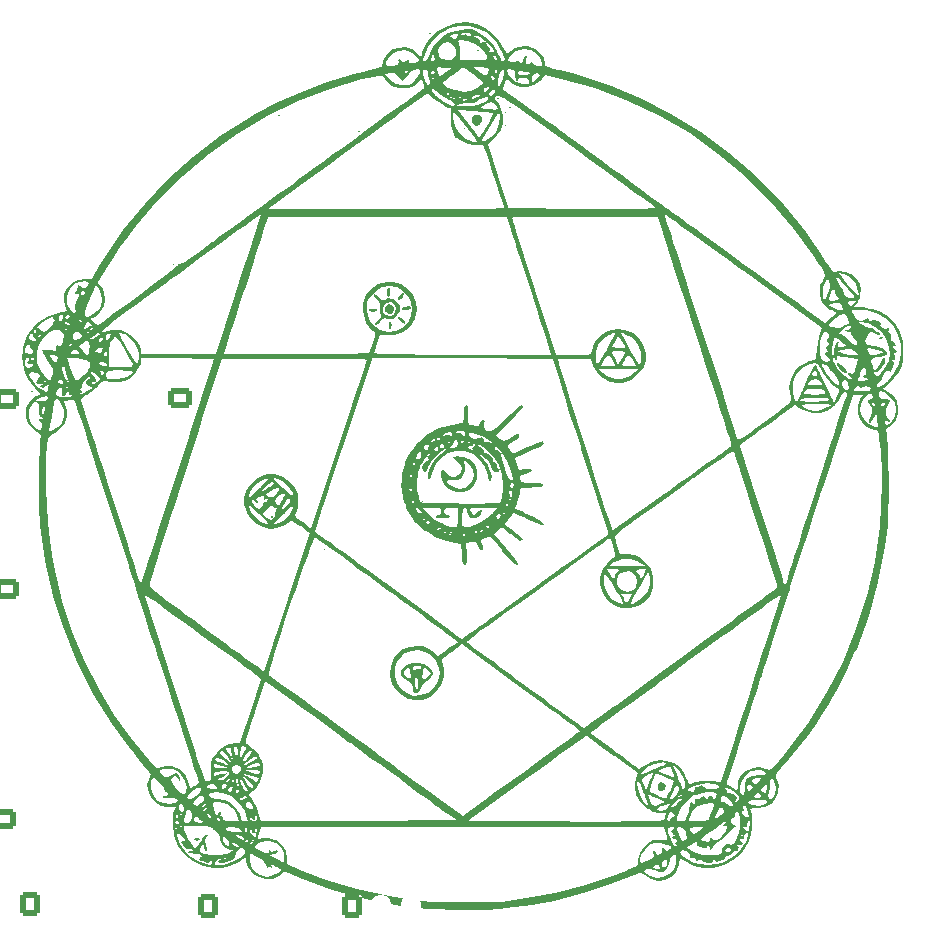
<source format=gbo>
G04 #@! TF.GenerationSoftware,KiCad,Pcbnew,7.0.10-7.0.10~ubuntu20.04.1*
G04 #@! TF.CreationDate,2024-02-22T18:15:52-03:00*
G04 #@! TF.ProjectId,Transiluminador,5472616e-7369-46c7-956d-696e61646f72,rev?*
G04 #@! TF.SameCoordinates,Original*
G04 #@! TF.FileFunction,Legend,Bot*
G04 #@! TF.FilePolarity,Positive*
%FSLAX46Y46*%
G04 Gerber Fmt 4.6, Leading zero omitted, Abs format (unit mm)*
G04 Created by KiCad (PCBNEW 7.0.10-7.0.10~ubuntu20.04.1) date 2024-02-22 18:15:52*
%MOMM*%
%LPD*%
G01*
G04 APERTURE LIST*
G04 Aperture macros list*
%AMRoundRect*
0 Rectangle with rounded corners*
0 $1 Rounding radius*
0 $2 $3 $4 $5 $6 $7 $8 $9 X,Y pos of 4 corners*
0 Add a 4 corners polygon primitive as box body*
4,1,4,$2,$3,$4,$5,$6,$7,$8,$9,$2,$3,0*
0 Add four circle primitives for the rounded corners*
1,1,$1+$1,$2,$3*
1,1,$1+$1,$4,$5*
1,1,$1+$1,$6,$7*
1,1,$1+$1,$8,$9*
0 Add four rect primitives between the rounded corners*
20,1,$1+$1,$2,$3,$4,$5,0*
20,1,$1+$1,$4,$5,$6,$7,0*
20,1,$1+$1,$6,$7,$8,$9,0*
20,1,$1+$1,$8,$9,$2,$3,0*%
G04 Aperture macros list end*
%ADD10C,1.000000*%
%ADD11O,1.600000X0.800000*%
%ADD12O,0.890000X1.550000*%
%ADD13O,1.250000X0.950000*%
%ADD14RoundRect,0.250000X0.725000X-0.600000X0.725000X0.600000X-0.725000X0.600000X-0.725000X-0.600000X0*%
%ADD15O,1.950000X1.700000*%
%ADD16RoundRect,0.250000X-0.600000X-0.725000X0.600000X-0.725000X0.600000X0.725000X-0.600000X0.725000X0*%
%ADD17O,1.700000X1.950000*%
%ADD18RoundRect,0.250000X0.750000X-0.600000X0.750000X0.600000X-0.750000X0.600000X-0.750000X-0.600000X0*%
%ADD19O,2.000000X1.700000*%
%ADD20C,2.000000*%
%ADD21RoundRect,0.250000X-0.750000X0.600000X-0.750000X-0.600000X0.750000X-0.600000X0.750000X0.600000X0*%
G04 APERTURE END LIST*
G36*
X157709415Y-29600067D02*
G01*
X157645596Y-29663886D01*
X157581777Y-29600067D01*
X157645596Y-29536247D01*
X157709415Y-29600067D01*
G37*
G36*
X157326500Y-31131725D02*
G01*
X157262681Y-31195544D01*
X157198862Y-31131725D01*
X157262681Y-31067906D01*
X157326500Y-31131725D01*
G37*
G36*
X157326500Y-29982981D02*
G01*
X157262681Y-30046800D01*
X157198862Y-29982981D01*
X157262681Y-29919162D01*
X157326500Y-29982981D01*
G37*
G36*
X156688309Y-28834237D02*
G01*
X156624490Y-28898056D01*
X156560671Y-28834237D01*
X156624490Y-28770418D01*
X156688309Y-28834237D01*
G37*
G36*
X155029013Y-24749815D02*
G01*
X154965194Y-24813634D01*
X154901375Y-24749815D01*
X154965194Y-24685996D01*
X155029013Y-24749815D01*
G37*
G36*
X153880269Y-31387001D02*
G01*
X153816450Y-31450820D01*
X153752631Y-31387001D01*
X153816450Y-31323182D01*
X153880269Y-31387001D01*
G37*
G36*
X150944591Y-23345795D02*
G01*
X150880772Y-23409614D01*
X150816953Y-23345795D01*
X150880772Y-23281976D01*
X150944591Y-23345795D01*
G37*
G36*
X150306400Y-62913634D02*
G01*
X150242581Y-62977453D01*
X150178762Y-62913634D01*
X150242581Y-62849815D01*
X150306400Y-62913634D01*
G37*
G36*
X144945596Y-31642278D02*
G01*
X144881777Y-31706097D01*
X144817958Y-31642278D01*
X144881777Y-31578458D01*
X144945596Y-31642278D01*
G37*
G36*
X142009917Y-66998056D02*
G01*
X141946098Y-67061876D01*
X141882279Y-66998056D01*
X141946098Y-66934237D01*
X142009917Y-66998056D01*
G37*
G36*
X138180772Y-30238257D02*
G01*
X138116953Y-30302077D01*
X138053133Y-30238257D01*
X138116953Y-30174438D01*
X138180772Y-30238257D01*
G37*
G36*
X129246098Y-42874438D02*
G01*
X129182279Y-42938257D01*
X129118460Y-42874438D01*
X129182279Y-42810619D01*
X129246098Y-42874438D01*
G37*
G36*
X117248108Y-53596046D02*
G01*
X117184289Y-53659866D01*
X117120470Y-53596046D01*
X117184289Y-53532227D01*
X117248108Y-53596046D01*
G37*
G36*
X189220102Y-49017691D02*
G01*
X189176190Y-49186119D01*
X189133468Y-49232667D01*
X188958325Y-49242475D01*
X188904682Y-49183220D01*
X188995358Y-49055876D01*
X189086720Y-49008901D01*
X189220102Y-49017691D01*
G37*
G36*
X137491703Y-64132071D02*
G01*
X137606400Y-64253835D01*
X137626344Y-64303278D01*
X137550114Y-64381474D01*
X137513065Y-64376569D01*
X137414943Y-64253835D01*
X137416406Y-64224950D01*
X137471229Y-64126197D01*
X137491703Y-64132071D01*
G37*
G36*
X131309044Y-91464704D02*
G01*
X131415948Y-91568408D01*
X131368079Y-91642595D01*
X131160671Y-91696046D01*
X131012298Y-91672112D01*
X130905395Y-91568408D01*
X130953263Y-91494222D01*
X131160671Y-91440770D01*
X131309044Y-91464704D01*
G37*
G36*
X170682054Y-86779395D02*
G01*
X170834966Y-86985484D01*
X170806556Y-87301481D01*
X170711135Y-87414668D01*
X170441895Y-87461029D01*
X170224290Y-87364009D01*
X170154139Y-87101072D01*
X170213765Y-86851300D01*
X170441895Y-86741114D01*
X170682054Y-86779395D01*
G37*
G36*
X148693987Y-45433663D02*
G01*
X148563780Y-45640211D01*
X148393297Y-45796355D01*
X148209877Y-45870561D01*
X148136551Y-45766080D01*
X148182257Y-45649101D01*
X148349442Y-45467166D01*
X148550466Y-45332071D01*
X148689649Y-45320837D01*
X148693987Y-45433663D01*
G37*
G36*
X148298893Y-47328001D02*
G01*
X148502142Y-47458147D01*
X148691314Y-47643266D01*
X148774742Y-47808291D01*
X148730015Y-47906102D01*
X148566125Y-47868009D01*
X148327300Y-47660088D01*
X148192101Y-47463454D01*
X148179097Y-47320502D01*
X148298893Y-47328001D01*
G37*
G36*
X146097808Y-46640857D02*
G01*
X146359069Y-46680934D01*
X146413435Y-46767403D01*
X146297795Y-46846861D01*
X146030520Y-46895041D01*
X145823991Y-46867110D01*
X145647606Y-46767403D01*
X145639946Y-46748619D01*
X145736086Y-46669562D01*
X146030520Y-46639765D01*
X146097808Y-46640857D01*
G37*
G36*
X149285294Y-46562290D02*
G01*
X149198020Y-46716093D01*
X148902380Y-46767403D01*
X148897616Y-46767393D01*
X148630379Y-46729384D01*
X148519465Y-46639765D01*
X148537436Y-46584482D01*
X148700483Y-46512127D01*
X148795868Y-46504843D01*
X149083398Y-46434652D01*
X149209173Y-46418132D01*
X149285294Y-46562290D01*
G37*
G36*
X147660001Y-46298583D02*
G01*
X147835043Y-46470319D01*
X147874122Y-46726376D01*
X147728108Y-46997152D01*
X147606291Y-47100379D01*
X147417363Y-47125586D01*
X147182683Y-46944045D01*
X147074608Y-46810625D01*
X147043444Y-46565988D01*
X147265241Y-46341385D01*
X147398121Y-46280769D01*
X147660001Y-46298583D01*
G37*
G36*
X147499948Y-47660900D02*
G01*
X147589027Y-47774928D01*
X147625998Y-48043785D01*
X147625988Y-48048549D01*
X147587979Y-48315786D01*
X147498360Y-48426700D01*
X147496772Y-48426670D01*
X147407693Y-48312642D01*
X147370721Y-48043785D01*
X147370731Y-48039021D01*
X147408741Y-47771784D01*
X147498360Y-47660871D01*
X147499948Y-47660900D01*
G37*
G36*
X147372309Y-44852860D02*
G01*
X147461388Y-44966888D01*
X147498360Y-45235745D01*
X147498350Y-45240509D01*
X147460340Y-45507746D01*
X147370721Y-45618660D01*
X147369133Y-45618630D01*
X147280054Y-45504602D01*
X147243083Y-45235745D01*
X147243093Y-45230981D01*
X147281102Y-44963744D01*
X147370721Y-44852830D01*
X147372309Y-44852860D01*
G37*
G36*
X185471035Y-51234812D02*
G01*
X185673683Y-51393619D01*
X185900463Y-51623047D01*
X186086657Y-51857775D01*
X186167544Y-52032479D01*
X186166310Y-52070197D01*
X186077017Y-52128910D01*
X185878438Y-52010200D01*
X185608852Y-51734485D01*
X185539136Y-51646411D01*
X185381017Y-51381933D01*
X185356178Y-51213552D01*
X185357242Y-51211952D01*
X185471035Y-51234812D01*
G37*
G36*
X155267670Y-30777435D02*
G01*
X155126232Y-31047269D01*
X155043638Y-31116214D01*
X154767597Y-31187841D01*
X154534801Y-31049762D01*
X154415860Y-30733194D01*
X154431676Y-30618607D01*
X154801007Y-30618607D01*
X154816283Y-30770083D01*
X154854674Y-30790052D01*
X154901375Y-30684991D01*
X154892163Y-30617420D01*
X154816283Y-30599899D01*
X154801007Y-30618607D01*
X154431676Y-30618607D01*
X154463681Y-30386735D01*
X154681737Y-30214379D01*
X155046994Y-30243965D01*
X155106937Y-30271282D01*
X155257644Y-30482335D01*
X155264529Y-30684991D01*
X155267670Y-30777435D01*
G37*
G36*
X148349527Y-46802248D02*
G01*
X148116213Y-47211002D01*
X147941514Y-47403308D01*
X147708131Y-47511389D01*
X147356562Y-47496466D01*
X147087321Y-47474730D01*
X146850965Y-47536027D01*
X146671947Y-47737664D01*
X146500257Y-47947587D01*
X146346673Y-48043785D01*
X146337346Y-48043647D01*
X146224540Y-47970304D01*
X146299746Y-47792132D01*
X146545350Y-47552672D01*
X146748816Y-47341762D01*
X146724825Y-47209375D01*
X146700953Y-47187666D01*
X146631084Y-46963711D01*
X146630919Y-46641373D01*
X146871617Y-46641373D01*
X146897767Y-46924740D01*
X147107054Y-47145827D01*
X147278025Y-47220140D01*
X147538159Y-47277956D01*
X147795177Y-47177937D01*
X147950638Y-46926350D01*
X147988690Y-46609024D01*
X147899354Y-46311829D01*
X147672650Y-46120638D01*
X147522253Y-46087770D01*
X147220833Y-46155871D01*
X146991630Y-46362744D01*
X146871617Y-46641373D01*
X146630919Y-46641373D01*
X146630896Y-46596484D01*
X146643022Y-46302739D01*
X146569851Y-46028593D01*
X146355692Y-45792632D01*
X146321730Y-45762278D01*
X146149975Y-45550091D01*
X146137107Y-45406151D01*
X146163853Y-45392464D01*
X146333826Y-45457553D01*
X146560445Y-45667584D01*
X146671464Y-45789243D01*
X146874952Y-45936310D01*
X147021848Y-45890950D01*
X147038246Y-45875379D01*
X147344988Y-45752629D01*
X147719180Y-45818410D01*
X148078533Y-46059591D01*
X148097760Y-46079076D01*
X148343886Y-46440524D01*
X148346514Y-46609024D01*
X148349527Y-46802248D01*
G37*
G36*
X154847397Y-61036936D02*
G01*
X154624241Y-61576775D01*
X154209536Y-61970967D01*
X153638553Y-62188764D01*
X153052647Y-62177376D01*
X152516565Y-61943979D01*
X152086486Y-61501008D01*
X151954082Y-61214832D01*
X152293417Y-61214832D01*
X152334588Y-61356043D01*
X152611935Y-61591817D01*
X152886996Y-61754894D01*
X153378943Y-61894867D01*
X153816450Y-61838433D01*
X154135694Y-61648128D01*
X154447819Y-61259559D01*
X154574921Y-60792782D01*
X154516404Y-60306451D01*
X154271671Y-59859218D01*
X153840126Y-59509739D01*
X153750264Y-59464202D01*
X153665328Y-59462394D01*
X153742970Y-59640808D01*
X153839832Y-59886339D01*
X153845208Y-60385530D01*
X153606760Y-60865612D01*
X153396831Y-61083889D01*
X153155564Y-61173880D01*
X152776797Y-61169067D01*
X152491579Y-61160087D01*
X152293417Y-61214832D01*
X151954082Y-61214832D01*
X151929995Y-61162770D01*
X151848628Y-60773139D01*
X151857639Y-60432962D01*
X151965696Y-60233232D01*
X152015139Y-60213289D01*
X152093334Y-60289519D01*
X152124612Y-60403350D01*
X152314239Y-60643662D01*
X152591814Y-60848552D01*
X152859164Y-60935242D01*
X152963497Y-60920786D01*
X153266562Y-60761538D01*
X153519277Y-60498088D01*
X153624993Y-60220623D01*
X153617157Y-60172256D01*
X153485246Y-59932745D01*
X153242078Y-59658861D01*
X153156833Y-59576900D01*
X152944274Y-59346086D01*
X152859164Y-59208497D01*
X152906548Y-59178397D01*
X153142081Y-59159297D01*
X153508719Y-59178243D01*
X153786261Y-59220207D01*
X154330018Y-59440595D01*
X154686952Y-59832833D01*
X154863572Y-60402806D01*
X154853625Y-60792782D01*
X154847397Y-61036936D01*
G37*
G36*
X151049261Y-77239121D02*
G01*
X151103448Y-77499843D01*
X151115206Y-77556419D01*
X150977691Y-77867507D01*
X150618601Y-78131572D01*
X150580050Y-78150493D01*
X150264968Y-78394061D01*
X150252474Y-78425515D01*
X150119889Y-78759293D01*
X150077814Y-78939030D01*
X149955470Y-79137240D01*
X149726244Y-79187504D01*
X149544453Y-79166918D01*
X149437076Y-79043176D01*
X149412932Y-78740770D01*
X149412926Y-78735236D01*
X149367300Y-78401937D01*
X149228593Y-78294036D01*
X149209846Y-78292738D01*
X148980284Y-78197267D01*
X148750537Y-78033709D01*
X149590555Y-78033709D01*
X149625528Y-78394982D01*
X149627583Y-78410666D01*
X149686128Y-78819350D01*
X149731889Y-79000041D01*
X149779030Y-78977813D01*
X149841713Y-78777742D01*
X149909827Y-78425515D01*
X149889203Y-78054262D01*
X149735185Y-77866176D01*
X149717253Y-77859777D01*
X149617650Y-77872090D01*
X149613729Y-77895480D01*
X149590555Y-78033709D01*
X148750537Y-78033709D01*
X148698713Y-77996815D01*
X148451113Y-77672291D01*
X148442785Y-77573780D01*
X148686259Y-77573780D01*
X148793370Y-77726265D01*
X149041895Y-77917478D01*
X149105184Y-77950792D01*
X149249858Y-77998803D01*
X149286405Y-77895480D01*
X149271945Y-77786429D01*
X150224692Y-77786429D01*
X150264712Y-78005854D01*
X150423304Y-77999675D01*
X150703496Y-77769302D01*
X150972955Y-77499843D01*
X150707042Y-77233930D01*
X150544646Y-77083091D01*
X150414781Y-77039231D01*
X150331653Y-77188278D01*
X150253730Y-77560117D01*
X150224692Y-77786429D01*
X149271945Y-77786429D01*
X149246020Y-77590917D01*
X149232775Y-77514049D01*
X149162083Y-77204038D01*
X149112492Y-77081474D01*
X149412932Y-77081474D01*
X149416627Y-77168411D01*
X149444842Y-77253807D01*
X149561574Y-77226373D01*
X149827757Y-77181509D01*
X149997193Y-77143689D01*
X150164265Y-77037451D01*
X150095251Y-76935548D01*
X149795847Y-76890016D01*
X149527096Y-76929474D01*
X149412932Y-77081474D01*
X149112492Y-77081474D01*
X149096256Y-77041347D01*
X148982870Y-77033784D01*
X148824465Y-77171475D01*
X148702682Y-77381229D01*
X148686259Y-77573780D01*
X148442785Y-77573780D01*
X148423470Y-77345290D01*
X148590896Y-77050542D01*
X148923936Y-76818860D01*
X149393130Y-76681061D01*
X149969022Y-76667959D01*
X150379444Y-76749150D01*
X150797969Y-76956426D01*
X150869993Y-77037451D01*
X151049261Y-77239121D01*
G37*
G36*
X158548392Y-61164666D02*
G01*
X158598440Y-61283118D01*
X158721678Y-61357018D01*
X158963615Y-61398704D01*
X159369762Y-61420518D01*
X159985629Y-61434800D01*
X160136640Y-61440921D01*
X160424789Y-61494425D01*
X160470262Y-61577439D01*
X160485547Y-61605343D01*
X160434166Y-61661555D01*
X160157963Y-61744372D01*
X159677172Y-61782385D01*
X159361290Y-61789671D01*
X158914592Y-61805646D01*
X158650534Y-61837786D01*
X158521220Y-61902575D01*
X158478756Y-62016498D01*
X158475485Y-62183721D01*
X158475244Y-62196037D01*
X158474505Y-62230108D01*
X158413283Y-62614289D01*
X158283787Y-63021585D01*
X158247231Y-63109955D01*
X158215376Y-63190910D01*
X158136790Y-63390626D01*
X158092329Y-63527515D01*
X158154320Y-63571389D01*
X158317352Y-63658190D01*
X158405048Y-63704881D01*
X158803711Y-63901816D01*
X158873223Y-63934740D01*
X159302146Y-64137896D01*
X159677933Y-64320527D01*
X160109426Y-64553913D01*
X160404638Y-64743477D01*
X160514709Y-64860117D01*
X160513253Y-64902044D01*
X160469372Y-64987300D01*
X160339100Y-64993161D01*
X160087835Y-64909237D01*
X159680975Y-64725136D01*
X159083917Y-64430468D01*
X158834345Y-64307742D01*
X158325559Y-64080603D01*
X157994654Y-63971753D01*
X157861696Y-63988450D01*
X157853654Y-64008631D01*
X157797071Y-64100008D01*
X157723296Y-64219148D01*
X157508456Y-64497126D01*
X157252784Y-64800975D01*
X157204277Y-64858623D01*
X157524366Y-65110099D01*
X157967399Y-65458165D01*
X158036818Y-65513197D01*
X158388893Y-65809272D01*
X158636785Y-66046187D01*
X158730520Y-66176877D01*
X158705752Y-66264587D01*
X158533846Y-66275269D01*
X158200749Y-66093859D01*
X157709415Y-65721675D01*
X157681982Y-65699218D01*
X157330887Y-65420304D01*
X157063154Y-65222480D01*
X156934831Y-65147303D01*
X156934499Y-65147305D01*
X156803748Y-65232082D01*
X156721708Y-65311528D01*
X156594733Y-65434489D01*
X156506163Y-65530217D01*
X156329020Y-65721675D01*
X157338313Y-66928756D01*
X157361694Y-66956746D01*
X157745423Y-67424295D01*
X158058810Y-67820956D01*
X158270117Y-68105587D01*
X158347606Y-68237047D01*
X158334951Y-68312282D01*
X158209740Y-68333677D01*
X157949630Y-68143455D01*
X157553463Y-67740646D01*
X157020085Y-67124283D01*
X156988328Y-67086156D01*
X156605635Y-66629210D01*
X156289691Y-66256390D01*
X156072514Y-66005197D01*
X155986117Y-65913132D01*
X155983645Y-65913417D01*
X155843787Y-65956271D01*
X155568414Y-66049840D01*
X155316582Y-66156871D01*
X155238968Y-66299359D01*
X155309948Y-66570063D01*
X155339403Y-66663168D01*
X155378412Y-66977029D01*
X155303470Y-67118222D01*
X155158177Y-67059396D01*
X154986130Y-66773201D01*
X154962371Y-66716889D01*
X154824161Y-66457261D01*
X154659024Y-66374722D01*
X154371118Y-66413165D01*
X153944088Y-66503035D01*
X153982060Y-67420646D01*
X153991965Y-67742983D01*
X153981939Y-68104844D01*
X153932261Y-68287692D01*
X153835466Y-68338257D01*
X153821991Y-68337427D01*
X153712337Y-68239407D01*
X153629011Y-67954368D01*
X153561517Y-67448208D01*
X153472133Y-66558159D01*
X153006100Y-66482544D01*
X152359212Y-66344657D01*
X151267949Y-65940119D01*
X150941411Y-65737303D01*
X152476249Y-65737303D01*
X152533877Y-65799290D01*
X152562094Y-65785494D01*
X153624993Y-65785494D01*
X153628702Y-65816002D01*
X153752631Y-65913132D01*
X153783140Y-65909423D01*
X153880269Y-65785494D01*
X153876560Y-65754985D01*
X153834059Y-65721675D01*
X154263184Y-65721675D01*
X154327003Y-65785494D01*
X154390822Y-65721675D01*
X154327003Y-65657855D01*
X154263184Y-65721675D01*
X153834059Y-65721675D01*
X153752631Y-65657855D01*
X153722122Y-65661565D01*
X153624993Y-65785494D01*
X152562094Y-65785494D01*
X152669818Y-65732825D01*
X152784611Y-65575983D01*
X152799646Y-65535511D01*
X152800137Y-65530217D01*
X154646098Y-65530217D01*
X154649807Y-65560726D01*
X154773736Y-65657855D01*
X154804245Y-65654146D01*
X154901375Y-65530217D01*
X154897666Y-65499709D01*
X154864775Y-65473931D01*
X155156651Y-65473931D01*
X155157894Y-65491775D01*
X155231779Y-65519883D01*
X155360297Y-65382858D01*
X155391353Y-65311528D01*
X155304010Y-65326572D01*
X155286471Y-65338760D01*
X155247310Y-65365973D01*
X155156651Y-65473931D01*
X154864775Y-65473931D01*
X154773736Y-65402579D01*
X154743228Y-65406288D01*
X154720987Y-65434665D01*
X154646098Y-65530217D01*
X152800137Y-65530217D01*
X152809006Y-65434665D01*
X152670628Y-65527792D01*
X152597599Y-65594036D01*
X152560924Y-65627304D01*
X152476249Y-65737303D01*
X150941411Y-65737303D01*
X150710748Y-65594036D01*
X152093334Y-65594036D01*
X152157154Y-65657855D01*
X152220973Y-65594036D01*
X152157154Y-65530217D01*
X152093334Y-65594036D01*
X150710748Y-65594036D01*
X150323850Y-65353730D01*
X150293210Y-65323937D01*
X151498515Y-65323937D01*
X151567716Y-65402579D01*
X151605155Y-65397814D01*
X151686418Y-65338760D01*
X151965696Y-65338760D01*
X152029515Y-65402579D01*
X152093334Y-65338760D01*
X152029515Y-65274941D01*
X151965696Y-65338760D01*
X151686418Y-65338760D01*
X151774239Y-65274941D01*
X151794687Y-65225944D01*
X151725486Y-65147303D01*
X151688047Y-65152068D01*
X151518963Y-65274941D01*
X151498515Y-65323937D01*
X150293210Y-65323937D01*
X149717748Y-64764388D01*
X150561676Y-64764388D01*
X150565114Y-64794671D01*
X150681782Y-64892026D01*
X150717592Y-64887158D01*
X150880772Y-64764388D01*
X150892779Y-64698628D01*
X150760666Y-64636750D01*
X150665569Y-64652371D01*
X150561676Y-64764388D01*
X149717748Y-64764388D01*
X149550463Y-64601729D01*
X149449954Y-64445293D01*
X150306400Y-64445293D01*
X150370219Y-64509112D01*
X150434038Y-64445293D01*
X150370219Y-64381474D01*
X150306400Y-64445293D01*
X149449954Y-64445293D01*
X148971336Y-63700353D01*
X148926512Y-63577964D01*
X149704715Y-63577964D01*
X149742679Y-63788833D01*
X149766159Y-63836003D01*
X149922699Y-63969868D01*
X150096575Y-63994860D01*
X150178762Y-63886549D01*
X150166324Y-63833065D01*
X150039278Y-63664930D01*
X149857869Y-63530658D01*
X149725939Y-63515368D01*
X149704715Y-63577964D01*
X148926512Y-63577964D01*
X148893566Y-63488006D01*
X150266835Y-63488006D01*
X150509984Y-63770369D01*
X150619535Y-63886549D01*
X150890933Y-64174369D01*
X151236837Y-64445293D01*
X151334240Y-64521582D01*
X151655812Y-64698628D01*
X151901877Y-64834103D01*
X152156557Y-64946552D01*
X152576544Y-65089592D01*
X152891073Y-65146056D01*
X152971281Y-65145672D01*
X153126432Y-65119600D01*
X153206981Y-65011379D01*
X153235826Y-64775977D01*
X153577815Y-64775977D01*
X153598914Y-64987755D01*
X153647226Y-65066043D01*
X153884425Y-65148871D01*
X154255397Y-65103340D01*
X154335984Y-65075951D01*
X155667204Y-65075951D01*
X155669700Y-65140394D01*
X155709715Y-65225944D01*
X155729994Y-65269300D01*
X155853210Y-65156122D01*
X155870555Y-65110099D01*
X155799931Y-64963378D01*
X156050118Y-64963378D01*
X156051361Y-64981222D01*
X156125246Y-65009330D01*
X156253764Y-64872305D01*
X156284820Y-64800975D01*
X156197478Y-64816019D01*
X156140777Y-64855420D01*
X156050118Y-64963378D01*
X155799931Y-64963378D01*
X155796924Y-64957132D01*
X155730002Y-64944489D01*
X155667204Y-65075951D01*
X154335984Y-65075951D01*
X154711688Y-64948261D01*
X155204844Y-64702441D01*
X155686410Y-64384690D01*
X155887840Y-64207463D01*
X156456978Y-64207463D01*
X156515025Y-64386883D01*
X156622296Y-64445171D01*
X156802027Y-64334427D01*
X156839257Y-64280699D01*
X156853490Y-64100008D01*
X156719950Y-64020912D01*
X156524022Y-64111791D01*
X156456978Y-64207463D01*
X155887840Y-64207463D01*
X156107932Y-64013816D01*
X156183810Y-63934740D01*
X157071224Y-63934740D01*
X157135043Y-63998559D01*
X157198862Y-63934740D01*
X157135043Y-63870921D01*
X157071224Y-63934740D01*
X156183810Y-63934740D01*
X156412337Y-63696582D01*
X157093801Y-63696582D01*
X157198862Y-63743283D01*
X157266433Y-63734071D01*
X157283954Y-63658190D01*
X157265247Y-63642915D01*
X157113770Y-63658190D01*
X157093801Y-63696582D01*
X156412337Y-63696582D01*
X156612479Y-63488006D01*
X155437831Y-63488006D01*
X155158298Y-63490979D01*
X154698555Y-63511168D01*
X154381412Y-63546241D01*
X154263184Y-63591249D01*
X154306448Y-63712383D01*
X154454726Y-63942254D01*
X154456901Y-63945067D01*
X154599448Y-64102457D01*
X154717650Y-64086319D01*
X154904651Y-63884749D01*
X154966768Y-63815065D01*
X155170502Y-63660516D01*
X155264556Y-63721123D01*
X155223617Y-63988643D01*
X155213643Y-64015840D01*
X155003055Y-64243429D01*
X154668930Y-64364171D01*
X154324700Y-64334432D01*
X154166222Y-64170836D01*
X154053183Y-63873933D01*
X154017046Y-63726367D01*
X153901497Y-63505856D01*
X153776177Y-63514845D01*
X153666424Y-63737531D01*
X153597577Y-64158107D01*
X153582457Y-64409634D01*
X153577815Y-64775977D01*
X153235826Y-64775977D01*
X153237379Y-64763299D01*
X153242078Y-64317654D01*
X153242078Y-63488006D01*
X152667706Y-63488006D01*
X152512786Y-63489225D01*
X152234159Y-63516902D01*
X152117141Y-63610195D01*
X152093334Y-63807102D01*
X152093336Y-63809280D01*
X152152218Y-64056453D01*
X152359247Y-64126197D01*
X152511890Y-64154869D01*
X152579423Y-64263408D01*
X152562202Y-64302724D01*
X152441149Y-64391046D01*
X152413221Y-64389176D01*
X152184762Y-64383683D01*
X151838058Y-64381474D01*
X151723613Y-64378219D01*
X151440740Y-64333763D01*
X151327505Y-64253835D01*
X151375374Y-64179649D01*
X151582782Y-64126197D01*
X151778229Y-64057324D01*
X151838058Y-63807102D01*
X151837967Y-63782227D01*
X151817191Y-63617429D01*
X151718820Y-63529494D01*
X151483643Y-63494370D01*
X151052447Y-63488006D01*
X150266835Y-63488006D01*
X148893566Y-63488006D01*
X148823447Y-63296549D01*
X157280343Y-63296549D01*
X157320203Y-63388621D01*
X157390319Y-63488006D01*
X157416989Y-63464258D01*
X157500296Y-63296549D01*
X157515304Y-63190910D01*
X157390319Y-63105092D01*
X157299325Y-63131736D01*
X157280343Y-63296549D01*
X148823447Y-63296549D01*
X148706582Y-62977453D01*
X149349113Y-62977453D01*
X149375311Y-63015651D01*
X149484284Y-63105092D01*
X149497022Y-63101773D01*
X149540571Y-62977453D01*
X149535376Y-62942469D01*
X149405400Y-62849815D01*
X149359233Y-62859837D01*
X149349113Y-62977453D01*
X148706582Y-62977453D01*
X148598433Y-62682155D01*
X148496495Y-61956348D01*
X149093837Y-61956348D01*
X149119921Y-61990842D01*
X149300360Y-62083986D01*
X149343279Y-62074152D01*
X149349113Y-61956348D01*
X149323030Y-61921854D01*
X149142590Y-61828710D01*
X149099672Y-61838544D01*
X149093837Y-61956348D01*
X148496495Y-61956348D01*
X148450595Y-61629536D01*
X148480316Y-61214582D01*
X149778460Y-61214582D01*
X149785553Y-61956348D01*
X149785677Y-61969270D01*
X149912318Y-62626448D01*
X149925300Y-62665569D01*
X150024010Y-62919327D01*
X150080645Y-62977453D01*
X150151527Y-63050202D01*
X150383342Y-63099386D01*
X150794942Y-63108073D01*
X151162111Y-63111085D01*
X151741305Y-63118215D01*
X152419545Y-63128225D01*
X153114440Y-63139982D01*
X153700121Y-63147453D01*
X154471485Y-63149755D01*
X155190077Y-63144493D01*
X155754694Y-63131972D01*
X156799470Y-63095034D01*
X156948910Y-62642225D01*
X157008889Y-62434464D01*
X157045238Y-62108470D01*
X157537017Y-62108470D01*
X157573177Y-62265082D01*
X157633424Y-62410725D01*
X157625367Y-62696909D01*
X157593509Y-62873527D01*
X157615823Y-62977453D01*
X157648379Y-62954861D01*
X157731705Y-62767523D01*
X157803595Y-62475832D01*
X157835310Y-62183721D01*
X157805417Y-62057007D01*
X157642338Y-62039079D01*
X157537017Y-62108470D01*
X157045238Y-62108470D01*
X157096603Y-61647816D01*
X157667311Y-61647816D01*
X157767699Y-61798747D01*
X157901854Y-61793365D01*
X157964691Y-61577439D01*
X157933278Y-61425836D01*
X157781293Y-61396545D01*
X157702110Y-61452356D01*
X157679288Y-61580541D01*
X157667311Y-61647816D01*
X157096603Y-61647816D01*
X157104104Y-61580541D01*
X156994002Y-60701792D01*
X156698391Y-59859915D01*
X156237076Y-59116607D01*
X155629867Y-58533565D01*
X155350520Y-58346959D01*
X155077815Y-58198288D01*
X154943272Y-58170397D01*
X154983878Y-58264948D01*
X155193874Y-58393585D01*
X155399735Y-58533970D01*
X155448315Y-58727034D01*
X155433157Y-58828385D01*
X155554850Y-58871401D01*
X155597820Y-58868454D01*
X155814452Y-58957338D01*
X156046037Y-59149276D01*
X156213733Y-59367659D01*
X156238698Y-59535878D01*
X156228106Y-59599051D01*
X156361681Y-59658861D01*
X156470005Y-59696137D01*
X156560671Y-59888609D01*
X156578603Y-60015484D01*
X156709653Y-60267340D01*
X156781471Y-60395464D01*
X156639701Y-60500333D01*
X156595087Y-60513187D01*
X156346800Y-60446099D01*
X156124449Y-60178700D01*
X155969209Y-59756661D01*
X155889998Y-59528907D01*
X155803618Y-59461979D01*
X155781675Y-59465490D01*
X155624765Y-59368519D01*
X155405736Y-59140812D01*
X155352441Y-59078367D01*
X155126764Y-58855492D01*
X154972600Y-58765393D01*
X154967055Y-58813245D01*
X155094040Y-58995546D01*
X155339767Y-59267403D01*
X155491771Y-59443681D01*
X155773986Y-59888205D01*
X155987594Y-60375235D01*
X156101228Y-60825037D01*
X156083516Y-61157876D01*
X156067550Y-61193672D01*
X155954442Y-61264061D01*
X155843639Y-61147718D01*
X155792039Y-60895800D01*
X155785778Y-60822730D01*
X155702390Y-60489224D01*
X155553600Y-60105594D01*
X155511585Y-60018443D01*
X155066954Y-59382742D01*
X154491032Y-58938137D01*
X153824811Y-58700148D01*
X153109282Y-58684295D01*
X152385439Y-58906097D01*
X151856274Y-59247716D01*
X151370116Y-59826695D01*
X151067074Y-60582652D01*
X151065067Y-60590589D01*
X150942038Y-60944061D01*
X150819618Y-61101091D01*
X150726884Y-61047263D01*
X150692910Y-60768162D01*
X150693840Y-60740249D01*
X150804680Y-60305033D01*
X151063872Y-59802724D01*
X151421005Y-59315351D01*
X151825670Y-58924941D01*
X151890979Y-58874705D01*
X152187310Y-58632312D01*
X152281565Y-58524068D01*
X152172696Y-58555866D01*
X151859656Y-58733599D01*
X151490124Y-59018329D01*
X151133083Y-59391539D01*
X150855542Y-59774443D01*
X150722604Y-60089412D01*
X150645627Y-60357893D01*
X150496376Y-60479950D01*
X150307278Y-60361929D01*
X150264661Y-60306452D01*
X150205834Y-60111900D01*
X150308728Y-59845967D01*
X150469842Y-59633206D01*
X150655665Y-59531222D01*
X150759844Y-59487970D01*
X150753133Y-59275946D01*
X150729319Y-59120388D01*
X150794695Y-59020670D01*
X150872281Y-58985767D01*
X150994027Y-58797303D01*
X151010953Y-58713890D01*
X150946224Y-58723940D01*
X150796616Y-58876939D01*
X150596115Y-59129054D01*
X150378708Y-59436454D01*
X150178381Y-59755305D01*
X150162128Y-59786499D01*
X150029118Y-60041775D01*
X150008342Y-60105594D01*
X149885173Y-60483930D01*
X149837900Y-60807604D01*
X149778460Y-61214582D01*
X148480316Y-61214582D01*
X148509465Y-60807604D01*
X149157656Y-60807604D01*
X149162850Y-60842588D01*
X149292827Y-60935242D01*
X149338994Y-60925221D01*
X149349113Y-60807604D01*
X149322916Y-60769407D01*
X149213942Y-60679966D01*
X149201204Y-60683285D01*
X149157656Y-60807604D01*
X148509465Y-60807604D01*
X148524560Y-60596846D01*
X148664603Y-60105594D01*
X149285294Y-60105594D01*
X149349113Y-60169413D01*
X149412932Y-60105594D01*
X149349113Y-60041775D01*
X149285294Y-60105594D01*
X148664603Y-60105594D01*
X148755568Y-59786499D01*
X149412932Y-59786499D01*
X149416642Y-59817007D01*
X149540571Y-59914137D01*
X149571079Y-59910428D01*
X149668209Y-59786499D01*
X149664500Y-59755990D01*
X149540571Y-59658861D01*
X149510062Y-59662570D01*
X149412932Y-59786499D01*
X148755568Y-59786499D01*
X148804856Y-59613603D01*
X148973418Y-59290086D01*
X149668209Y-59290086D01*
X149668467Y-59296259D01*
X149771766Y-59387422D01*
X149956318Y-59393583D01*
X150067413Y-59307855D01*
X150084665Y-59177641D01*
X150115045Y-58899095D01*
X150146387Y-58586064D01*
X149907298Y-58881326D01*
X149741588Y-59117841D01*
X149668209Y-59290086D01*
X148973418Y-59290086D01*
X149276012Y-58709325D01*
X149497002Y-58437322D01*
X150345954Y-58437322D01*
X150419609Y-58565596D01*
X150486364Y-58586064D01*
X150588386Y-58617345D01*
X150642047Y-58575909D01*
X151199867Y-58575909D01*
X151223650Y-58601654D01*
X151391324Y-58683912D01*
X151525974Y-58684842D01*
X151582782Y-58490482D01*
X151581862Y-58433029D01*
X151538572Y-58299941D01*
X151391324Y-58382479D01*
X151283865Y-58477656D01*
X151199867Y-58575909D01*
X150642047Y-58575909D01*
X150746818Y-58495007D01*
X150812993Y-58247308D01*
X151710420Y-58247308D01*
X151723598Y-58318000D01*
X151852604Y-58447368D01*
X152011712Y-58421555D01*
X152046367Y-58381813D01*
X152049202Y-58365976D01*
X152594823Y-58365976D01*
X152675231Y-58426646D01*
X152954892Y-58410592D01*
X153064834Y-58361290D01*
X154135546Y-58361290D01*
X154169333Y-58438835D01*
X154244145Y-58490482D01*
X154355022Y-58567026D01*
X154466700Y-58599248D01*
X154484644Y-58561393D01*
X154476259Y-58472247D01*
X154615972Y-58309806D01*
X154729494Y-58188199D01*
X154732053Y-58042973D01*
X154644039Y-58025084D01*
X154613502Y-58054506D01*
X154501042Y-58162860D01*
X154404093Y-58280796D01*
X154255339Y-58313811D01*
X154213465Y-58295636D01*
X154135546Y-58361290D01*
X153064834Y-58361290D01*
X153165018Y-58316364D01*
X153242078Y-58054506D01*
X153241821Y-58033717D01*
X153196645Y-57871926D01*
X153497355Y-57871926D01*
X153501064Y-57902435D01*
X153624993Y-57999564D01*
X153655502Y-57995855D01*
X153713034Y-57922449D01*
X154042476Y-57922449D01*
X154044452Y-57966020D01*
X154210001Y-57989487D01*
X154335463Y-57969048D01*
X154287116Y-57912373D01*
X154213306Y-57891980D01*
X154042476Y-57922449D01*
X153713034Y-57922449D01*
X153752631Y-57871926D01*
X153748922Y-57841417D01*
X153624993Y-57744288D01*
X153594484Y-57747997D01*
X153497355Y-57871926D01*
X153196645Y-57871926D01*
X153174865Y-57793924D01*
X153036826Y-57766152D01*
X152933445Y-57914472D01*
X152896377Y-57967654D01*
X152837403Y-58090962D01*
X152742295Y-58205589D01*
X152680713Y-58279810D01*
X152594823Y-58365976D01*
X152049202Y-58365976D01*
X152077908Y-58205589D01*
X151901877Y-58127202D01*
X151813915Y-58140715D01*
X151724811Y-58232486D01*
X151710420Y-58247308D01*
X150812993Y-58247308D01*
X150816953Y-58232486D01*
X150813909Y-58151905D01*
X150753140Y-58064864D01*
X150561343Y-58157031D01*
X150408910Y-58285245D01*
X150345954Y-58437322D01*
X149497002Y-58437322D01*
X149890602Y-57952863D01*
X152371188Y-57952863D01*
X152476249Y-57999564D01*
X152543820Y-57990353D01*
X152561341Y-57914472D01*
X152542634Y-57899196D01*
X152391157Y-57914472D01*
X152371188Y-57952863D01*
X149890602Y-57952863D01*
X149915786Y-57921865D01*
X150951984Y-57921865D01*
X151009332Y-57938422D01*
X151199867Y-57871926D01*
X151286506Y-57803090D01*
X151320112Y-57694349D01*
X151262764Y-57677791D01*
X151072229Y-57744288D01*
X150985590Y-57813124D01*
X150951984Y-57921865D01*
X149915786Y-57921865D01*
X149922556Y-57913532D01*
X150295774Y-57609117D01*
X151455144Y-57609117D01*
X151460012Y-57644927D01*
X151497195Y-57694349D01*
X151582782Y-57808107D01*
X151648542Y-57820114D01*
X151710420Y-57688001D01*
X151694799Y-57592904D01*
X151582782Y-57489011D01*
X151552499Y-57492449D01*
X151455144Y-57609117D01*
X150295774Y-57609117D01*
X150575755Y-57380750D01*
X151965696Y-57380750D01*
X152011406Y-57428382D01*
X152201419Y-57371838D01*
X152342112Y-57317312D01*
X152567385Y-57375927D01*
X152661437Y-57428783D01*
X152774391Y-57306133D01*
X152782676Y-57156075D01*
X152647140Y-57120983D01*
X153114440Y-57120983D01*
X153138400Y-57156075D01*
X153163593Y-57192972D01*
X153362997Y-57198509D01*
X153524291Y-57190230D01*
X153653178Y-57343170D01*
X153701823Y-57468050D01*
X153795068Y-57393283D01*
X153828209Y-57318562D01*
X154189317Y-57318562D01*
X154225875Y-57412182D01*
X154437494Y-57582947D01*
X154729269Y-57657571D01*
X154980925Y-57594178D01*
X155041644Y-57558960D01*
X155267389Y-57546118D01*
X155450026Y-57654159D01*
X155456436Y-57688001D01*
X155483885Y-57832924D01*
X155483440Y-57871926D01*
X155482489Y-57955312D01*
X155661478Y-57937562D01*
X155690748Y-57930452D01*
X155913283Y-57969048D01*
X155933619Y-57972575D01*
X156045518Y-58042973D01*
X156181666Y-58128627D01*
X156353152Y-58331671D01*
X156366337Y-58514772D01*
X156370488Y-58588109D01*
X156539482Y-58637755D01*
X156708688Y-58678975D01*
X156917062Y-58931395D01*
X157021541Y-59403584D01*
X157081288Y-59727046D01*
X157203588Y-60147944D01*
X157357121Y-60571630D01*
X157511458Y-60914472D01*
X157636168Y-61092836D01*
X157674055Y-61117901D01*
X157834189Y-61176137D01*
X157884669Y-61050722D01*
X157841550Y-60711876D01*
X157777594Y-60426436D01*
X157426679Y-59520477D01*
X156890699Y-58700819D01*
X156208468Y-58009270D01*
X155418798Y-57487637D01*
X154560502Y-57177726D01*
X154355216Y-57141456D01*
X154204173Y-57169367D01*
X154189590Y-57315817D01*
X154189317Y-57318562D01*
X153828209Y-57318562D01*
X153829426Y-57315817D01*
X153816450Y-57106097D01*
X153692690Y-57020097D01*
X153449797Y-56981507D01*
X153217868Y-57015966D01*
X153114440Y-57120983D01*
X152647140Y-57120983D01*
X152619671Y-57113871D01*
X152252882Y-57186545D01*
X152072824Y-57260875D01*
X151965696Y-57380750D01*
X150575755Y-57380750D01*
X150729017Y-57255742D01*
X151679922Y-56765472D01*
X152759801Y-56472242D01*
X153147883Y-56410987D01*
X153489361Y-56360841D01*
X153656902Y-56341232D01*
X153700444Y-56256451D01*
X153738131Y-55978565D01*
X153752631Y-55574438D01*
X153753983Y-55397195D01*
X153777432Y-55035066D01*
X153841024Y-54856439D01*
X153958958Y-54808609D01*
X154040601Y-54824573D01*
X154111358Y-54931270D01*
X154132018Y-55184712D01*
X154112456Y-55638257D01*
X154096895Y-55931776D01*
X154100814Y-56264509D01*
X154151206Y-56426440D01*
X154257135Y-56469649D01*
X154430771Y-56485976D01*
X154749368Y-56550326D01*
X154770904Y-56555894D01*
X155002904Y-56553354D01*
X155115259Y-56357126D01*
X155196568Y-56192544D01*
X155373136Y-56084991D01*
X155398275Y-56086148D01*
X155503785Y-56176172D01*
X155480760Y-56445081D01*
X155455561Y-56593423D01*
X155505462Y-56807753D01*
X155747103Y-56962561D01*
X155883941Y-57017473D01*
X156044827Y-57030536D01*
X156225728Y-56947171D01*
X156480155Y-56739365D01*
X156861619Y-56379104D01*
X157255063Y-56000439D01*
X157739931Y-55536017D01*
X158085379Y-55209988D01*
X158318164Y-54998294D01*
X158465043Y-54876873D01*
X158552774Y-54821665D01*
X158608113Y-54808609D01*
X158623181Y-54808839D01*
X158745135Y-54857022D01*
X158721789Y-55001282D01*
X158541047Y-55259175D01*
X158190814Y-55648253D01*
X157658994Y-56186071D01*
X156473706Y-57355085D01*
X156780389Y-57643199D01*
X156807496Y-57668645D01*
X156965430Y-57801364D01*
X157112306Y-57849316D01*
X157304927Y-57799739D01*
X157600096Y-57639874D01*
X158054615Y-57356961D01*
X158263988Y-57261404D01*
X158423809Y-57267392D01*
X158448068Y-57310363D01*
X158385741Y-57495612D01*
X158158770Y-57725560D01*
X157814440Y-57947439D01*
X157710636Y-58002653D01*
X157502741Y-58159099D01*
X157500236Y-58334855D01*
X157687050Y-58614008D01*
X157914284Y-58909356D01*
X159110242Y-58390641D01*
X159465629Y-58238524D01*
X159923251Y-58049401D01*
X160256896Y-57919930D01*
X160411828Y-57871926D01*
X160493228Y-57895536D01*
X160522078Y-58028763D01*
X160422603Y-58202745D01*
X160230269Y-58328327D01*
X160206123Y-58336310D01*
X159926469Y-58444834D01*
X159508041Y-58622045D01*
X159031788Y-58833802D01*
X158120493Y-59248588D01*
X158263955Y-59786070D01*
X158407417Y-60323552D01*
X158951883Y-60248924D01*
X159208497Y-60222094D01*
X159432932Y-60244325D01*
X159496350Y-60352093D01*
X159493150Y-60375778D01*
X159339419Y-60514419D01*
X158995525Y-60614503D01*
X158960383Y-60620521D01*
X158656594Y-60695288D01*
X158535717Y-60815062D01*
X158531657Y-61040547D01*
X158533029Y-61050722D01*
X158548392Y-61164666D01*
G37*
G36*
X160644616Y-25914734D02*
G01*
X160659337Y-26016986D01*
X160746228Y-26126776D01*
X160950657Y-26225733D01*
X161316983Y-26333654D01*
X161889566Y-26470336D01*
X163234620Y-26807337D01*
X166001162Y-27690561D01*
X168700177Y-28807371D01*
X171312017Y-30145074D01*
X173817032Y-31690979D01*
X176195574Y-33432394D01*
X178427994Y-35356629D01*
X180494644Y-37450990D01*
X182375873Y-39702787D01*
X182551273Y-39937422D01*
X182875368Y-40388225D01*
X183245849Y-40918143D01*
X183635101Y-41486054D01*
X184015507Y-42050832D01*
X184359451Y-42571353D01*
X184639317Y-43006493D01*
X184827489Y-43315127D01*
X184896350Y-43456130D01*
X184931387Y-43480805D01*
X185150026Y-43501583D01*
X185502631Y-43486788D01*
X186105647Y-43528231D01*
X186685946Y-43794826D01*
X187144356Y-44282428D01*
X187270873Y-44548384D01*
X187362116Y-45091066D01*
X187325384Y-45435961D01*
X187302328Y-45652452D01*
X187292868Y-45673657D01*
X187249573Y-45770710D01*
X187132372Y-46033434D01*
X187094611Y-46118081D01*
X186825201Y-46482478D01*
X187551981Y-46535819D01*
X188152471Y-46637978D01*
X188275298Y-46679776D01*
X188871959Y-46882819D01*
X189527007Y-47223647D01*
X190022350Y-47618704D01*
X190347000Y-48004418D01*
X190704256Y-48629580D01*
X190898855Y-49342308D01*
X190956364Y-50213634D01*
X190952352Y-50479661D01*
X190950709Y-50588595D01*
X190912727Y-51093463D01*
X190826773Y-51472981D01*
X190678578Y-51809112D01*
X190565396Y-52004326D01*
X190200583Y-52515416D01*
X189796039Y-52956632D01*
X189423227Y-53246167D01*
X189280786Y-53343032D01*
X189262461Y-53378231D01*
X189237111Y-53426925D01*
X189240408Y-53429048D01*
X189396960Y-53516057D01*
X189670381Y-53659866D01*
X190089946Y-53957523D01*
X190424378Y-54457446D01*
X190542741Y-55088966D01*
X190543668Y-55093914D01*
X190489270Y-55558921D01*
X190309019Y-56053192D01*
X190041712Y-56447946D01*
X189776345Y-56631702D01*
X189727766Y-56665341D01*
X189587184Y-56732474D01*
X189513852Y-56893468D01*
X189542494Y-57214393D01*
X189583560Y-57557509D01*
X189627827Y-58179486D01*
X189663399Y-58967529D01*
X189689750Y-59872014D01*
X189706353Y-60843317D01*
X189706823Y-60916750D01*
X189712681Y-61831815D01*
X189708209Y-62787884D01*
X189692410Y-63661900D01*
X189664757Y-64404239D01*
X189624724Y-64965277D01*
X189385322Y-66861446D01*
X188822915Y-69791802D01*
X188031731Y-72635484D01*
X187004333Y-75422177D01*
X186900531Y-75667425D01*
X186559170Y-76428672D01*
X186160838Y-77267412D01*
X185736964Y-78121183D01*
X185318973Y-78927529D01*
X184938295Y-79623989D01*
X184626358Y-80148105D01*
X184467260Y-80396514D01*
X184156979Y-80880746D01*
X183892313Y-81293534D01*
X183448506Y-81954931D01*
X182775106Y-82888214D01*
X182033964Y-83855351D01*
X181288079Y-84774607D01*
X180600456Y-85564245D01*
X180530433Y-85641009D01*
X180273750Y-85937445D01*
X180242610Y-85991559D01*
X180160767Y-86133781D01*
X180165924Y-86302141D01*
X180263663Y-86514653D01*
X180311058Y-86620809D01*
X180398935Y-87130030D01*
X180386289Y-87235738D01*
X180331878Y-87690555D01*
X180119633Y-88189081D01*
X179931010Y-88403122D01*
X179776791Y-88578122D01*
X179251715Y-88854054D01*
X178569067Y-88942708D01*
X178256711Y-88946263D01*
X178030900Y-88974027D01*
X177972825Y-89049758D01*
X178032676Y-89197074D01*
X178133460Y-89528769D01*
X178136318Y-89562598D01*
X178177548Y-90050678D01*
X178167143Y-90309929D01*
X178153630Y-90646598D01*
X178065796Y-91227044D01*
X177918137Y-91702531D01*
X177813048Y-91921565D01*
X177266370Y-92739252D01*
X176573527Y-93362325D01*
X175756006Y-93775039D01*
X174835291Y-93961652D01*
X174025593Y-93960967D01*
X173199845Y-93792350D01*
X172483297Y-93432414D01*
X172033215Y-93126980D01*
X172017687Y-93224088D01*
X171955306Y-93614198D01*
X171931164Y-93738579D01*
X171687361Y-94313635D01*
X171284795Y-94739740D01*
X170774233Y-94999302D01*
X170206445Y-95074730D01*
X169632198Y-94948432D01*
X169102260Y-94602815D01*
X168959531Y-94480171D01*
X168737074Y-94392849D01*
X168458578Y-94466901D01*
X168385303Y-94497100D01*
X166372152Y-95281636D01*
X164450642Y-95943496D01*
X162657138Y-96471002D01*
X161028008Y-96852481D01*
X160395964Y-96969848D01*
X159618662Y-97100519D01*
X158798598Y-97227768D01*
X158009183Y-97340663D01*
X157323829Y-97428273D01*
X156815948Y-97479666D01*
X156642070Y-97491511D01*
X155820395Y-97526253D01*
X154836906Y-97542433D01*
X153761067Y-97541055D01*
X152662342Y-97523122D01*
X151610194Y-97489640D01*
X150674087Y-97441611D01*
X149923485Y-97380041D01*
X148426503Y-97188007D01*
X145492847Y-96626214D01*
X142627127Y-95830184D01*
X139862273Y-94808333D01*
X138544277Y-94256477D01*
X138219620Y-94557516D01*
X138095223Y-94658902D01*
X137576114Y-94892552D01*
X136984775Y-94940295D01*
X136398547Y-94804464D01*
X135894771Y-94487393D01*
X135706831Y-94275074D01*
X135479703Y-93903421D01*
X135342260Y-93536734D01*
X135336254Y-93266299D01*
X135337415Y-93263161D01*
X135628008Y-93263161D01*
X135706916Y-93808813D01*
X135984537Y-94266650D01*
X136470238Y-94581389D01*
X136514198Y-94599317D01*
X136838835Y-94707243D01*
X137059838Y-94741981D01*
X137104653Y-94736978D01*
X137625843Y-94620926D01*
X138043312Y-94385432D01*
X138352585Y-94150572D01*
X137953921Y-93944415D01*
X137880530Y-93906859D01*
X137570749Y-93766937D01*
X137448960Y-93761456D01*
X137492167Y-93887586D01*
X137517475Y-93972108D01*
X137380308Y-93958576D01*
X137264965Y-93940217D01*
X137114170Y-94032614D01*
X137070849Y-94061459D01*
X137042105Y-93897805D01*
X137006255Y-93719032D01*
X136896857Y-93610619D01*
X136856270Y-93605363D01*
X136821519Y-93513807D01*
X136787492Y-93439643D01*
X136584778Y-93272346D01*
X136254680Y-93067110D01*
X135628008Y-92717226D01*
X135628008Y-93263161D01*
X135337415Y-93263161D01*
X135339437Y-93257696D01*
X135326133Y-93119337D01*
X135187078Y-93127315D01*
X135000431Y-93278735D01*
X134876118Y-93378266D01*
X134560680Y-93556318D01*
X134156064Y-93739923D01*
X133701722Y-93896607D01*
X133203618Y-93977864D01*
X132597511Y-93973701D01*
X131658385Y-93811175D01*
X130809925Y-93436489D01*
X130106441Y-92876104D01*
X129571748Y-92154867D01*
X129229663Y-91297622D01*
X129217220Y-91201729D01*
X129449694Y-91201729D01*
X129507527Y-91462223D01*
X129726214Y-91957092D01*
X130142945Y-92536257D01*
X130668374Y-93048655D01*
X131231537Y-93413951D01*
X131231668Y-93414013D01*
X131643231Y-93577600D01*
X132043948Y-93691546D01*
X132264111Y-93724531D01*
X132400351Y-93675980D01*
X132636279Y-93675980D01*
X132767573Y-93726220D01*
X133102663Y-93733262D01*
X133368974Y-93711964D01*
X133852649Y-93599760D01*
X134331835Y-93415729D01*
X134758134Y-93187524D01*
X135083149Y-92942801D01*
X135258481Y-92709214D01*
X135235734Y-92514417D01*
X135138553Y-92423305D01*
X134930152Y-92334237D01*
X134875969Y-92341010D01*
X134643154Y-92488990D01*
X134636096Y-92493476D01*
X134435601Y-92772277D01*
X134351626Y-93078207D01*
X134338464Y-93182398D01*
X134324229Y-93197189D01*
X134168924Y-93358565D01*
X133809164Y-93370458D01*
X133800478Y-93369500D01*
X133713435Y-93455831D01*
X133713415Y-93456872D01*
X133599645Y-93535814D01*
X133330520Y-93585497D01*
X133241426Y-93588576D01*
X133005458Y-93540563D01*
X132948286Y-93433263D01*
X133107154Y-93312237D01*
X133166559Y-93270334D01*
X133047825Y-93237781D01*
X132888141Y-93283617D01*
X132700620Y-93474540D01*
X132692329Y-93482981D01*
X132657582Y-93551314D01*
X132636279Y-93675980D01*
X132400351Y-93675980D01*
X132406496Y-93673790D01*
X132437053Y-93474540D01*
X132433446Y-93312700D01*
X132388836Y-93259961D01*
X132248021Y-93426676D01*
X132102549Y-93564451D01*
X131960835Y-93546800D01*
X131926793Y-93510410D01*
X131703133Y-93406398D01*
X131476538Y-93379719D01*
X131347887Y-93310926D01*
X131369509Y-93164619D01*
X131378918Y-93150590D01*
X133365089Y-93150590D01*
X133367066Y-93194161D01*
X133532614Y-93217628D01*
X133658076Y-93197189D01*
X133609729Y-93140513D01*
X133535919Y-93120121D01*
X133365089Y-93150590D01*
X131378918Y-93150590D01*
X131426439Y-93079731D01*
X131588870Y-93055706D01*
X131667306Y-93085091D01*
X131586648Y-92976778D01*
X131581798Y-92971733D01*
X131350750Y-92850823D01*
X131012276Y-92780589D01*
X130675185Y-92750901D01*
X130472789Y-92719828D01*
X130418497Y-92674228D01*
X130455216Y-92595088D01*
X130524484Y-92543548D01*
X130738964Y-92552960D01*
X130868043Y-92579277D01*
X130847553Y-92471547D01*
X130713431Y-92382241D01*
X130438353Y-92369359D01*
X130351928Y-92381332D01*
X130125184Y-92320768D01*
X129939484Y-92062283D01*
X129842041Y-91841429D01*
X129855444Y-91692858D01*
X130043837Y-91680931D01*
X130125354Y-91654808D01*
X130115785Y-91516180D01*
X129980018Y-91348574D01*
X129890040Y-91287739D01*
X129608406Y-91149832D01*
X129500602Y-91124735D01*
X129449694Y-91201729D01*
X129217220Y-91201729D01*
X129173707Y-90866398D01*
X129373736Y-90866398D01*
X129437556Y-90930217D01*
X129501375Y-90866398D01*
X129437556Y-90802579D01*
X129373736Y-90866398D01*
X129173707Y-90866398D01*
X129142804Y-90628240D01*
X129268676Y-90628240D01*
X129373736Y-90674941D01*
X129441308Y-90665730D01*
X129458829Y-90589849D01*
X129440121Y-90574573D01*
X129288644Y-90589849D01*
X129268676Y-90628240D01*
X129142804Y-90628240D01*
X129124021Y-90483484D01*
X129756651Y-90483484D01*
X129820470Y-90547303D01*
X129884289Y-90483484D01*
X129820470Y-90419665D01*
X130007064Y-90419665D01*
X130021462Y-90483484D01*
X130045459Y-90589849D01*
X130086254Y-90770670D01*
X130094028Y-90802677D01*
X130117563Y-90866398D01*
X130219994Y-91143734D01*
X130416696Y-91531286D01*
X130641232Y-91895083D01*
X130850699Y-92164876D01*
X131002195Y-92270418D01*
X131102645Y-92211826D01*
X131307975Y-91986293D01*
X131545732Y-91649399D01*
X131704850Y-91416499D01*
X131899586Y-91185286D01*
X132023610Y-91097128D01*
X132046247Y-91169901D01*
X131936823Y-91421481D01*
X131871215Y-91611436D01*
X131926482Y-92015094D01*
X132014509Y-92274665D01*
X132042725Y-92515953D01*
X131940337Y-92589514D01*
X131837398Y-92492109D01*
X131738471Y-92238635D01*
X131650406Y-91887756D01*
X131478932Y-92206725D01*
X131393745Y-92386039D01*
X131408570Y-92548968D01*
X131621757Y-92691822D01*
X131865586Y-92791843D01*
X132449160Y-92904944D01*
X133077944Y-92907939D01*
X133627204Y-92794445D01*
X133841634Y-92711420D01*
X134133754Y-92571559D01*
X134180612Y-92488990D01*
X133984183Y-92461876D01*
X133766769Y-92415325D01*
X133432547Y-92187077D01*
X133177059Y-91841724D01*
X133097325Y-91544135D01*
X133330520Y-91544135D01*
X133380227Y-91736733D01*
X133563938Y-91995360D01*
X133588203Y-92017161D01*
X133809555Y-92182254D01*
X133895510Y-92140833D01*
X133871573Y-91883635D01*
X133865643Y-91861325D01*
X134140979Y-91861325D01*
X134223988Y-92015142D01*
X134337229Y-92115526D01*
X134405553Y-92140833D01*
X134583107Y-92206599D01*
X134633544Y-92204846D01*
X134689303Y-92158189D01*
X134678423Y-92148353D01*
X136051054Y-92148353D01*
X136054184Y-92158189D01*
X136071286Y-92211936D01*
X136255059Y-92373608D01*
X136572463Y-92556187D01*
X136763761Y-92647278D01*
X136923263Y-92709214D01*
X137018821Y-92746320D01*
X137148418Y-92734435D01*
X137219378Y-92618010D01*
X137291171Y-92498022D01*
X137393268Y-92554444D01*
X137464403Y-92622691D01*
X137673588Y-92584731D01*
X137736990Y-92546732D01*
X137971514Y-92470352D01*
X138053133Y-92585864D01*
X138051500Y-92597307D01*
X137918762Y-92712655D01*
X137638309Y-92819859D01*
X137223485Y-92929866D01*
X137893586Y-93272393D01*
X138563686Y-93614920D01*
X138563686Y-93104230D01*
X138522651Y-92755596D01*
X138282551Y-92259272D01*
X137857837Y-91909129D01*
X137283164Y-91742032D01*
X137075433Y-91732370D01*
X136609352Y-91788535D01*
X136242407Y-91935600D01*
X136051054Y-92148353D01*
X134678423Y-92148353D01*
X134535569Y-92019201D01*
X134502578Y-91995540D01*
X135636517Y-91995540D01*
X135643315Y-92001809D01*
X135778315Y-91980947D01*
X135935464Y-91840469D01*
X136010922Y-91670519D01*
X136005913Y-91643022D01*
X135875751Y-91568408D01*
X135833700Y-91575559D01*
X135812728Y-91685145D01*
X135813677Y-91688514D01*
X135828106Y-91739740D01*
X135724532Y-91859128D01*
X135663104Y-91891146D01*
X135636517Y-91995540D01*
X134502578Y-91995540D01*
X134451322Y-91958780D01*
X134231104Y-91842725D01*
X134140979Y-91861325D01*
X133865643Y-91861325D01*
X133846992Y-91791159D01*
X133833720Y-91767398D01*
X135245093Y-91767398D01*
X135248412Y-91780136D01*
X135372731Y-91823685D01*
X135407716Y-91818490D01*
X135500370Y-91688514D01*
X135490348Y-91642347D01*
X135372731Y-91632227D01*
X135334534Y-91658425D01*
X135245093Y-91767398D01*
X133833720Y-91767398D01*
X133714652Y-91554233D01*
X133542852Y-91407979D01*
X133394005Y-91391560D01*
X133330520Y-91544135D01*
X133097325Y-91544135D01*
X133075244Y-91461721D01*
X133070593Y-91370477D01*
X133010091Y-91211404D01*
X134414531Y-91211404D01*
X134505356Y-91312782D01*
X134742780Y-91469140D01*
X134931220Y-91570145D01*
X135080589Y-91604763D01*
X135101620Y-91545616D01*
X136307748Y-91545616D01*
X136734883Y-91476302D01*
X136751423Y-91473788D01*
X137212156Y-91487739D01*
X137730128Y-91623950D01*
X137840263Y-91669776D01*
X137841337Y-91670519D01*
X138370072Y-92036198D01*
X138703262Y-92554176D01*
X138818963Y-93193626D01*
X138818963Y-93614920D01*
X138818963Y-93703787D01*
X139744340Y-94100809D01*
X139873487Y-94150572D01*
X142100303Y-95008609D01*
X144737834Y-95808910D01*
X147421373Y-96412354D01*
X150078002Y-96799895D01*
X150386636Y-96824669D01*
X150989458Y-96854492D01*
X151744209Y-96878215D01*
X152600007Y-96895503D01*
X153505971Y-96906022D01*
X154411218Y-96909438D01*
X155264866Y-96905417D01*
X156016035Y-96893625D01*
X156613842Y-96873727D01*
X157007405Y-96845391D01*
X158988136Y-96571101D01*
X161451376Y-96112986D01*
X163749035Y-95547827D01*
X165856466Y-94881873D01*
X167453549Y-94240107D01*
X169013916Y-94240107D01*
X169041472Y-94342794D01*
X169258242Y-94524979D01*
X169524838Y-94691497D01*
X170077093Y-94840303D01*
X170641972Y-94788260D01*
X171150275Y-94547392D01*
X171532802Y-94129726D01*
X171625052Y-93915269D01*
X171710166Y-93572573D01*
X171753548Y-93224088D01*
X171745769Y-92953574D01*
X171677406Y-92844790D01*
X171453440Y-92912141D01*
X171247098Y-93102273D01*
X171189937Y-93321763D01*
X171195175Y-93357233D01*
X171178511Y-93446817D01*
X171143944Y-93632651D01*
X170989063Y-93961263D01*
X170982817Y-93971342D01*
X170956211Y-94007532D01*
X170788226Y-94236025D01*
X170584135Y-94327444D01*
X170251963Y-94300113D01*
X170185905Y-94288810D01*
X169839954Y-94201108D01*
X169619835Y-94100160D01*
X169500577Y-94047244D01*
X169198165Y-94120469D01*
X169163974Y-94138810D01*
X169013916Y-94240107D01*
X167453549Y-94240107D01*
X167749022Y-94121375D01*
X167810376Y-94093468D01*
X168158492Y-93925279D01*
X169763618Y-93925279D01*
X169792694Y-93989475D01*
X169878727Y-93999162D01*
X170143699Y-94071009D01*
X170259310Y-94096342D01*
X170339137Y-94007532D01*
X170240386Y-93770176D01*
X170230662Y-93755497D01*
X170102419Y-93682639D01*
X169891335Y-93798027D01*
X169763618Y-93925279D01*
X168158492Y-93925279D01*
X168221341Y-93894914D01*
X168445360Y-93746764D01*
X168499653Y-93655512D01*
X170486932Y-93655512D01*
X170546304Y-93862383D01*
X170578947Y-93889159D01*
X170759121Y-93892763D01*
X170916436Y-93724068D01*
X170983787Y-93446817D01*
X170983549Y-93431911D01*
X170909777Y-93270831D01*
X170745113Y-93303143D01*
X170549041Y-93518974D01*
X170486932Y-93655512D01*
X168499653Y-93655512D01*
X168527281Y-93609076D01*
X168511955Y-93441905D01*
X168506213Y-93414794D01*
X168512039Y-93349004D01*
X168686299Y-93349004D01*
X168686387Y-93370810D01*
X168708058Y-93535973D01*
X168803203Y-93585826D01*
X169022781Y-93519463D01*
X169417750Y-93335976D01*
X169529988Y-93280570D01*
X169794201Y-93123692D01*
X169877008Y-92989057D01*
X169822233Y-92820854D01*
X169789811Y-92755623D01*
X169737968Y-92544012D01*
X169816208Y-92511936D01*
X169978951Y-92695773D01*
X169990264Y-92713589D01*
X170162105Y-92876893D01*
X170380609Y-92826052D01*
X170510959Y-92713165D01*
X170525429Y-92645919D01*
X172061171Y-92645919D01*
X172137875Y-92849790D01*
X172392998Y-93089911D01*
X172784940Y-93331863D01*
X173272102Y-93541224D01*
X173751509Y-93657679D01*
X174424552Y-93720026D01*
X175094120Y-93696263D01*
X175642581Y-93584255D01*
X175952256Y-93452436D01*
X176628687Y-93007838D01*
X177213231Y-92418588D01*
X177624224Y-91759866D01*
X177691347Y-91593515D01*
X177823423Y-91162213D01*
X177918515Y-90712466D01*
X177967256Y-90309929D01*
X177960282Y-90020259D01*
X177888226Y-89909112D01*
X177794581Y-89995600D01*
X177769333Y-90130853D01*
X177748611Y-90241863D01*
X177747052Y-90315369D01*
X177693149Y-90499097D01*
X177532400Y-90491647D01*
X177434349Y-90459312D01*
X177408928Y-90496204D01*
X177559235Y-90677240D01*
X177617025Y-90743610D01*
X177720372Y-90929935D01*
X177636905Y-91048009D01*
X177564444Y-91102069D01*
X177482433Y-91231674D01*
X177484316Y-91249313D01*
X177491713Y-91318607D01*
X177458681Y-91519322D01*
X177301877Y-91522251D01*
X177166472Y-91509834D01*
X177114611Y-91612464D01*
X177238058Y-91759866D01*
X177360269Y-91892311D01*
X177317146Y-92025161D01*
X177103125Y-92040070D01*
X177044622Y-92025591D01*
X176916324Y-92025220D01*
X176991116Y-92152822D01*
X177064904Y-92270418D01*
X177077511Y-92290510D01*
X176990878Y-92334237D01*
X176932691Y-92349706D01*
X176929498Y-92467323D01*
X176929196Y-92478434D01*
X176954333Y-92548677D01*
X176848978Y-92566186D01*
X176683482Y-92585209D01*
X176448297Y-92741084D01*
X176257590Y-92887967D01*
X176025495Y-92972428D01*
X175930376Y-92999714D01*
X175834038Y-93177541D01*
X175809083Y-93280487D01*
X175658134Y-93315154D01*
X175569163Y-93299601D01*
X175344448Y-93385435D01*
X175224116Y-93452770D01*
X175009799Y-93359832D01*
X174982278Y-93337370D01*
X174845274Y-93266718D01*
X174812932Y-93397470D01*
X174808836Y-93445088D01*
X174701977Y-93550718D01*
X174409805Y-93547473D01*
X174406695Y-93547075D01*
X174095125Y-93464474D01*
X173908980Y-93338377D01*
X173793820Y-93246608D01*
X173610098Y-93347269D01*
X173553201Y-93390559D01*
X173410697Y-93417403D01*
X173386269Y-93218379D01*
X173331201Y-93175317D01*
X173114199Y-93154560D01*
X172919144Y-93117517D01*
X172872084Y-92940349D01*
X172813266Y-92736976D01*
X172598099Y-92565409D01*
X172325851Y-92493702D01*
X172099780Y-92571209D01*
X172061171Y-92645919D01*
X170525429Y-92645919D01*
X170552527Y-92519993D01*
X170545924Y-92331947D01*
X170667705Y-92267192D01*
X170822177Y-92396638D01*
X170864074Y-92464346D01*
X170980301Y-92524702D01*
X171181027Y-92407647D01*
X171246965Y-92357597D01*
X171324975Y-92263286D01*
X172643083Y-92263286D01*
X172656247Y-92283440D01*
X172814134Y-92408258D01*
X173093371Y-92591710D01*
X173404684Y-92736571D01*
X174002114Y-92882169D01*
X174657627Y-92929652D01*
X175259666Y-92864951D01*
X175343463Y-92843271D01*
X175568301Y-92720703D01*
X175605958Y-92510669D01*
X175604767Y-92501457D01*
X175615606Y-92452987D01*
X175897857Y-92452987D01*
X175921718Y-92560805D01*
X176072042Y-92686426D01*
X176256840Y-92634719D01*
X176345672Y-92467323D01*
X176300403Y-92285671D01*
X176250506Y-92270418D01*
X176599867Y-92270418D01*
X176663686Y-92334237D01*
X176727505Y-92270418D01*
X176663686Y-92206599D01*
X176599867Y-92270418D01*
X176250506Y-92270418D01*
X176121224Y-92230898D01*
X176003956Y-92280326D01*
X175897857Y-92452987D01*
X175615606Y-92452987D01*
X175673329Y-92194854D01*
X175917359Y-92010160D01*
X176267912Y-92000509D01*
X176347056Y-92017127D01*
X176523871Y-91997250D01*
X176675729Y-91839052D01*
X176860960Y-91492575D01*
X176867628Y-91478645D01*
X176949506Y-91249313D01*
X177238058Y-91249313D01*
X177301877Y-91313132D01*
X177365696Y-91249313D01*
X177301877Y-91185494D01*
X177238058Y-91249313D01*
X176949506Y-91249313D01*
X177016365Y-91062048D01*
X177108468Y-90596091D01*
X177145724Y-90130853D01*
X177129919Y-89716412D01*
X177062838Y-89402847D01*
X176946268Y-89240238D01*
X176781996Y-89278663D01*
X176696574Y-89376927D01*
X176673182Y-89541561D01*
X176680503Y-89612257D01*
X176544138Y-89732212D01*
X176475918Y-89767192D01*
X176352660Y-89962617D01*
X176357036Y-89980257D01*
X176409333Y-90191058D01*
X176631777Y-90352323D01*
X176918963Y-90442392D01*
X176632297Y-90526757D01*
X176585559Y-90544945D01*
X176332848Y-90745222D01*
X176107112Y-91056889D01*
X175812583Y-91431331D01*
X175346719Y-91758899D01*
X175233431Y-91818884D01*
X174966640Y-92015142D01*
X174935114Y-92038333D01*
X174818890Y-92238509D01*
X174818419Y-92250193D01*
X174744547Y-92430510D01*
X174622128Y-92441588D01*
X174557656Y-92270418D01*
X174543256Y-92182342D01*
X174430018Y-92078961D01*
X174391044Y-92085797D01*
X174302380Y-92221486D01*
X174246983Y-92297030D01*
X174015194Y-92276060D01*
X173812767Y-92221603D01*
X173562967Y-92176081D01*
X173493590Y-92150708D01*
X173467350Y-92015142D01*
X173919465Y-92015142D01*
X173983284Y-92078961D01*
X174047103Y-92015142D01*
X173983284Y-91951323D01*
X173919465Y-92015142D01*
X173467350Y-92015142D01*
X173463233Y-91993869D01*
X173485373Y-91917961D01*
X173462387Y-91823685D01*
X173432083Y-91829060D01*
X173236998Y-91909280D01*
X173004666Y-92028346D01*
X172973758Y-92044186D01*
X172742430Y-92180085D01*
X172658326Y-92250520D01*
X172643083Y-92263286D01*
X171324975Y-92263286D01*
X171335535Y-92250520D01*
X171248955Y-92156926D01*
X170955977Y-92023466D01*
X170446841Y-91864110D01*
X169880009Y-91862144D01*
X169402972Y-92090231D01*
X169046664Y-92464714D01*
X168786211Y-92920306D01*
X168686299Y-93349004D01*
X168512039Y-93349004D01*
X168538218Y-93053396D01*
X168721095Y-92588237D01*
X168804676Y-92438726D01*
X169239670Y-91937575D01*
X169791749Y-91657215D01*
X170441324Y-91608800D01*
X170586624Y-91621378D01*
X170870853Y-91627543D01*
X170983787Y-91599448D01*
X170980459Y-91574585D01*
X170929284Y-91367036D01*
X170835945Y-91040754D01*
X170754976Y-90770505D01*
X170995256Y-90770505D01*
X171060476Y-91081599D01*
X171254781Y-91576656D01*
X171265094Y-91599448D01*
X171360106Y-91809423D01*
X171538384Y-92112653D01*
X171682652Y-92196347D01*
X171813435Y-92078961D01*
X171832281Y-92028346D01*
X171741520Y-91951323D01*
X171659156Y-91914888D01*
X171749616Y-91759866D01*
X171784962Y-91715486D01*
X171821995Y-91596353D01*
X171637606Y-91568408D01*
X171437674Y-91525091D01*
X171373076Y-91401147D01*
X171526249Y-91270026D01*
X171615074Y-91222674D01*
X171518716Y-91195570D01*
X171453385Y-91178085D01*
X171430520Y-91057855D01*
X171448075Y-91001128D01*
X171342325Y-90926158D01*
X171284563Y-90878607D01*
X171423006Y-90734701D01*
X171457484Y-90706828D01*
X171795627Y-90706828D01*
X171858960Y-90964546D01*
X172018777Y-91408861D01*
X172124087Y-91588725D01*
X172288919Y-91685970D01*
X172452010Y-91664378D01*
X172662633Y-91562927D01*
X173818517Y-91562927D01*
X173863506Y-91646048D01*
X174073794Y-91741871D01*
X174090722Y-91746391D01*
X174395141Y-91811980D01*
X174528280Y-91779025D01*
X174557656Y-91632227D01*
X174590433Y-91500602D01*
X174720053Y-91450837D01*
X174845229Y-91600318D01*
X174887159Y-91656059D01*
X175073556Y-91656678D01*
X175338610Y-91521484D01*
X175619746Y-91288072D01*
X175854385Y-90994036D01*
X175936697Y-90855912D01*
X176066118Y-90583637D01*
X176042227Y-90452226D01*
X175865948Y-90415605D01*
X175767774Y-90410487D01*
X175725938Y-90363977D01*
X175888539Y-90225467D01*
X176033889Y-90090516D01*
X176075367Y-89980257D01*
X175993606Y-90005930D01*
X175822443Y-90105442D01*
X175749181Y-90148036D01*
X175395470Y-90378057D01*
X175148335Y-90547303D01*
X174984784Y-90659308D01*
X174569434Y-90955105D01*
X174201731Y-91228764D01*
X173990869Y-91397959D01*
X173933989Y-91443599D01*
X173818517Y-91562927D01*
X172662633Y-91562927D01*
X172671077Y-91558860D01*
X172677743Y-91397959D01*
X172641898Y-91337931D01*
X172574944Y-91185494D01*
X172535154Y-90989694D01*
X172349100Y-90662362D01*
X172318536Y-90650545D01*
X172898360Y-90650545D01*
X172925901Y-90743986D01*
X173057907Y-90960211D01*
X173085767Y-90994974D01*
X173207363Y-91084103D01*
X173372799Y-91042584D01*
X173660587Y-90856968D01*
X174103719Y-90547303D01*
X173501039Y-90547303D01*
X173303803Y-90553015D01*
X173012813Y-90590196D01*
X172898360Y-90650545D01*
X172318536Y-90650545D01*
X172051509Y-90547303D01*
X171966092Y-90549099D01*
X171830698Y-90585185D01*
X171795627Y-90706828D01*
X171457484Y-90706828D01*
X171563094Y-90621449D01*
X171560889Y-90558075D01*
X171327278Y-90547303D01*
X171262722Y-90548970D01*
X171061784Y-90605566D01*
X170995256Y-90770505D01*
X170754976Y-90770505D01*
X170688103Y-90547303D01*
X153631158Y-90547303D01*
X136574213Y-90547303D01*
X136490738Y-90860044D01*
X136440981Y-91046460D01*
X136319634Y-91501084D01*
X136307748Y-91545616D01*
X135101620Y-91545616D01*
X135117455Y-91501084D01*
X135058734Y-91397653D01*
X134846452Y-91261820D01*
X134592295Y-91180261D01*
X134417741Y-91204471D01*
X134414531Y-91211404D01*
X133010091Y-91211404D01*
X132952024Y-91058731D01*
X132637027Y-90753909D01*
X132529947Y-90675034D01*
X132480588Y-90646378D01*
X133615947Y-90646378D01*
X133625521Y-90756076D01*
X133871498Y-90876055D01*
X133889661Y-90881571D01*
X134226956Y-90946181D01*
X134628412Y-90980385D01*
X134691894Y-90982095D01*
X134953452Y-90975495D01*
X135008141Y-90915767D01*
X134921676Y-90802579D01*
X135208110Y-90802579D01*
X135242658Y-90915767D01*
X135253985Y-90952879D01*
X135308912Y-91057855D01*
X135341841Y-91008589D01*
X135395206Y-90846616D01*
X135628008Y-90846616D01*
X135682629Y-91004960D01*
X135867063Y-91234633D01*
X135998517Y-91345915D01*
X136110324Y-91359475D01*
X136184416Y-91158687D01*
X136249011Y-90860044D01*
X136246582Y-90627715D01*
X136144135Y-90607677D01*
X136112501Y-90644900D01*
X136095333Y-90665101D01*
X136093972Y-90870486D01*
X136103911Y-90984381D01*
X135947103Y-91057855D01*
X135823119Y-91027937D01*
X135801803Y-90866398D01*
X135821869Y-90768501D01*
X135751640Y-90674941D01*
X135701419Y-90689831D01*
X135628008Y-90846616D01*
X135395206Y-90846616D01*
X135409715Y-90802579D01*
X135422622Y-90644900D01*
X135308912Y-90547303D01*
X135216700Y-90590458D01*
X135208110Y-90802579D01*
X134921676Y-90802579D01*
X134897300Y-90770670D01*
X134639904Y-90614374D01*
X134140386Y-90547303D01*
X133824204Y-90569668D01*
X133615947Y-90646378D01*
X132480588Y-90646378D01*
X132295666Y-90539020D01*
X132029286Y-90461916D01*
X131656484Y-90427528D01*
X131102937Y-90419665D01*
X130007064Y-90419665D01*
X129820470Y-90419665D01*
X129756651Y-90483484D01*
X129124021Y-90483484D01*
X129104003Y-90329215D01*
X129108944Y-90164388D01*
X129246098Y-90164388D01*
X129267699Y-90223105D01*
X129437556Y-90292026D01*
X129525631Y-90277626D01*
X129629013Y-90164388D01*
X129607413Y-90105671D01*
X129437556Y-90036750D01*
X129349480Y-90051150D01*
X129246098Y-90164388D01*
X129108944Y-90164388D01*
X129114990Y-89962724D01*
X130055075Y-89962724D01*
X130081159Y-90120843D01*
X130306467Y-90164388D01*
X130407852Y-90158174D01*
X130596675Y-90052942D01*
X130644549Y-89916645D01*
X130905395Y-89916645D01*
X130925918Y-90041665D01*
X131062167Y-90138209D01*
X131384038Y-90160507D01*
X131405055Y-90160321D01*
X131685397Y-90148045D01*
X131742682Y-90105442D01*
X131607405Y-90012278D01*
X131440410Y-89896488D01*
X131361521Y-89813383D01*
X132821922Y-89813383D01*
X132853405Y-89932812D01*
X133032698Y-90036750D01*
X133131021Y-90020632D01*
X133129912Y-89941021D01*
X133102111Y-89916784D01*
X132919136Y-89717654D01*
X132862859Y-89682815D01*
X132821922Y-89813383D01*
X131361521Y-89813383D01*
X131248555Y-89694379D01*
X131105161Y-89581435D01*
X130966297Y-89665259D01*
X130905395Y-89916645D01*
X130644549Y-89916645D01*
X130698446Y-89763201D01*
X130699105Y-89759887D01*
X130712089Y-89421718D01*
X131962717Y-89421718D01*
X132093646Y-89620406D01*
X132113826Y-89640068D01*
X132270126Y-89735469D01*
X132300102Y-89642931D01*
X132186762Y-89402255D01*
X132107786Y-89316231D01*
X131972947Y-89309566D01*
X131964189Y-89405579D01*
X131962717Y-89421718D01*
X130712089Y-89421718D01*
X130712709Y-89405579D01*
X130633724Y-89172877D01*
X131677854Y-89172877D01*
X131757743Y-89213081D01*
X131923940Y-89082548D01*
X132001112Y-88960934D01*
X131949662Y-88888006D01*
X131903429Y-88894739D01*
X131729795Y-89024136D01*
X131677854Y-89172877D01*
X130633724Y-89172877D01*
X130627215Y-89153699D01*
X130486123Y-89039649D01*
X130332937Y-89098832D01*
X130211160Y-89366649D01*
X130187262Y-89462378D01*
X130155398Y-89590016D01*
X130141226Y-89646784D01*
X130061084Y-89941021D01*
X130055075Y-89962724D01*
X129114990Y-89962724D01*
X129118678Y-89839700D01*
X129146620Y-89590016D01*
X129373736Y-89590016D01*
X129385649Y-89677789D01*
X129480102Y-89781474D01*
X129528864Y-89760031D01*
X129586467Y-89590016D01*
X129574554Y-89502244D01*
X129538238Y-89462378D01*
X129756651Y-89462378D01*
X129820470Y-89526197D01*
X129884289Y-89462378D01*
X129820470Y-89398559D01*
X129756651Y-89462378D01*
X129538238Y-89462378D01*
X129480102Y-89398559D01*
X129431339Y-89420001D01*
X129373736Y-89590016D01*
X129146620Y-89590016D01*
X129165619Y-89420241D01*
X129234635Y-89164702D01*
X129306578Y-89025691D01*
X129319241Y-88978961D01*
X129598135Y-88978961D01*
X129676991Y-89173238D01*
X129744602Y-89214365D01*
X129938905Y-89248709D01*
X130066781Y-89056802D01*
X130073886Y-88976429D01*
X131436498Y-88976429D01*
X131488103Y-88984681D01*
X131725725Y-88821447D01*
X131869525Y-88684757D01*
X131905764Y-88569447D01*
X131798187Y-88593691D01*
X131608113Y-88759586D01*
X131573625Y-88798121D01*
X131493802Y-88901916D01*
X131436498Y-88976429D01*
X130073886Y-88976429D01*
X130080473Y-88901916D01*
X129957182Y-88650920D01*
X129866354Y-88568830D01*
X129752159Y-88560347D01*
X129649465Y-88769310D01*
X129598135Y-88978961D01*
X129319241Y-88978961D01*
X129351299Y-88860654D01*
X129228272Y-88813152D01*
X128895093Y-88843016D01*
X128632029Y-88852381D01*
X128071182Y-88717727D01*
X127590206Y-88405293D01*
X127222673Y-87962953D01*
X127002158Y-87438582D01*
X126962231Y-86880054D01*
X127004392Y-86748223D01*
X127232016Y-86748223D01*
X127239336Y-87233122D01*
X127397553Y-87733374D01*
X127684985Y-88151632D01*
X127890975Y-88320219D01*
X128378077Y-88541077D01*
X128893077Y-88597112D01*
X129164332Y-88520762D01*
X130817947Y-88520762D01*
X130905395Y-88627062D01*
X130958947Y-88662783D01*
X131124057Y-88739692D01*
X131280708Y-88691617D01*
X131529757Y-88497654D01*
X131573924Y-88459153D01*
X132470092Y-88459153D01*
X132474204Y-88569447D01*
X132477347Y-88653770D01*
X132564516Y-88960934D01*
X132584895Y-89032745D01*
X132671294Y-89266603D01*
X132799782Y-89482834D01*
X132904395Y-89539436D01*
X132947606Y-89398559D01*
X132954154Y-89360229D01*
X133088900Y-89270921D01*
X133152030Y-89301071D01*
X133154181Y-89469007D01*
X133131813Y-89568568D01*
X133204344Y-89589113D01*
X133256119Y-89573173D01*
X133314028Y-89642931D01*
X133343825Y-89678825D01*
X133345635Y-89941021D01*
X133403233Y-89980757D01*
X133649482Y-90020632D01*
X133652465Y-90021115D01*
X134034243Y-90036750D01*
X134737966Y-90036750D01*
X134544796Y-89574429D01*
X134506484Y-89481866D01*
X134396034Y-89202514D01*
X134351626Y-89068477D01*
X134330486Y-89041284D01*
X134160298Y-88903567D01*
X133875263Y-88701150D01*
X133473617Y-88489969D01*
X132917977Y-88377453D01*
X132881279Y-88377437D01*
X132594335Y-88387506D01*
X132470092Y-88459153D01*
X131573924Y-88459153D01*
X131596658Y-88439336D01*
X131755141Y-88219049D01*
X131720872Y-87987609D01*
X131671887Y-87887350D01*
X131616077Y-87843160D01*
X132207230Y-87843160D01*
X132248906Y-87932782D01*
X132461229Y-88052101D01*
X132885116Y-88127022D01*
X133090055Y-88154778D01*
X133393319Y-88219049D01*
X133505285Y-88242778D01*
X133791659Y-88345512D01*
X133873193Y-88395334D01*
X134214794Y-88682765D01*
X134533972Y-89051755D01*
X134770007Y-89424226D01*
X134862179Y-89722096D01*
X134863027Y-89768033D01*
X134935378Y-89981583D01*
X135175169Y-90036750D01*
X135488159Y-90036750D01*
X135420936Y-89813383D01*
X135638085Y-89813383D01*
X135694896Y-89974370D01*
X135947103Y-90036750D01*
X135958988Y-90036633D01*
X136205540Y-89944722D01*
X136265967Y-89715425D01*
X136126282Y-89398559D01*
X136081591Y-89340611D01*
X136032312Y-89338242D01*
X136066849Y-89558107D01*
X136071702Y-89580990D01*
X136082816Y-89834424D01*
X135960172Y-89909112D01*
X135880940Y-89895539D01*
X135712540Y-89749564D01*
X135670773Y-89692429D01*
X135638085Y-89813383D01*
X135420936Y-89813383D01*
X135309324Y-89442523D01*
X135114578Y-88980934D01*
X134979222Y-88801526D01*
X135317878Y-88801526D01*
X135437270Y-88935856D01*
X135708761Y-89015644D01*
X135765217Y-89015465D01*
X135929383Y-88992816D01*
X135938790Y-88883061D01*
X135811260Y-88616862D01*
X135678404Y-88387354D01*
X135559222Y-88308450D01*
X135420377Y-88402744D01*
X135331035Y-88542545D01*
X135317878Y-88801526D01*
X134979222Y-88801526D01*
X134662686Y-88381972D01*
X134182680Y-88014431D01*
X134771196Y-88014431D01*
X134786171Y-88102456D01*
X134825108Y-88160792D01*
X134901621Y-88235009D01*
X134948342Y-88218348D01*
X135149365Y-88161831D01*
X135267592Y-88112887D01*
X135372731Y-87985180D01*
X135345642Y-87905881D01*
X135205299Y-87877655D01*
X135052349Y-87996621D01*
X135011063Y-88039709D01*
X134833638Y-88040719D01*
X134771196Y-88014431D01*
X134182680Y-88014431D01*
X134065844Y-87924970D01*
X133377883Y-87647522D01*
X132652634Y-87587221D01*
X132447799Y-87611896D01*
X132240138Y-87692301D01*
X132207230Y-87843160D01*
X131616077Y-87843160D01*
X131584160Y-87817888D01*
X131435219Y-87888786D01*
X131160329Y-88114724D01*
X131128803Y-88141894D01*
X130986907Y-88277763D01*
X130883671Y-88376614D01*
X130817947Y-88520762D01*
X129164332Y-88520762D01*
X129343059Y-88470456D01*
X129387243Y-88443368D01*
X129540612Y-88277763D01*
X129472799Y-88150582D01*
X129213026Y-88081862D01*
X128790513Y-88091634D01*
X128697300Y-88101028D01*
X128344239Y-88098907D01*
X128244263Y-88025322D01*
X130298738Y-88025322D01*
X130316326Y-88070310D01*
X130447984Y-88184495D01*
X130684103Y-88126012D01*
X131060179Y-87888482D01*
X131399147Y-87599889D01*
X131523692Y-87375042D01*
X133786780Y-87375042D01*
X133902388Y-87529183D01*
X133990530Y-87532426D01*
X133997108Y-87526924D01*
X134418269Y-87526924D01*
X134547089Y-87611624D01*
X134644273Y-87593224D01*
X134732011Y-87461648D01*
X134620277Y-87300795D01*
X134552973Y-87291287D01*
X134432825Y-87420900D01*
X134418269Y-87526924D01*
X133997108Y-87526924D01*
X134151824Y-87397526D01*
X134223988Y-87154451D01*
X134219047Y-87128970D01*
X134103338Y-87091458D01*
X133923388Y-87154435D01*
X133798969Y-87281966D01*
X133789851Y-87351593D01*
X133786780Y-87375042D01*
X131523692Y-87375042D01*
X131536681Y-87351593D01*
X131431893Y-87174745D01*
X131381717Y-87166777D01*
X131164603Y-87249560D01*
X130873304Y-87432687D01*
X130582264Y-87660276D01*
X130365927Y-87876448D01*
X130298738Y-88025322D01*
X128244263Y-88025322D01*
X128224993Y-88011139D01*
X128272979Y-87927212D01*
X128480269Y-87866901D01*
X128680743Y-87813160D01*
X128718770Y-87670665D01*
X128536753Y-87527329D01*
X128442356Y-87469244D01*
X128380238Y-87307968D01*
X128360443Y-87219640D01*
X128204123Y-86986002D01*
X127939184Y-86697731D01*
X127689262Y-86461942D01*
X127512738Y-86334408D01*
X127407855Y-86351154D01*
X127315532Y-86492764D01*
X127232016Y-86748223D01*
X127004392Y-86748223D01*
X127136467Y-86335242D01*
X127215996Y-86171405D01*
X127222724Y-86004359D01*
X127134089Y-85859230D01*
X128013837Y-85859230D01*
X128160466Y-86079184D01*
X128371233Y-86258484D01*
X128684342Y-86313739D01*
X129020153Y-86117241D01*
X129099048Y-86056724D01*
X129377129Y-85994352D01*
X129605899Y-86144674D01*
X129723088Y-86475916D01*
X129753344Y-86781976D01*
X129607855Y-86494790D01*
X129500799Y-86329845D01*
X129275788Y-86215862D01*
X129022324Y-86354796D01*
X129022139Y-86354981D01*
X128953577Y-86586489D01*
X129104405Y-86929088D01*
X129477031Y-87388257D01*
X129796268Y-87666124D01*
X130035109Y-87718879D01*
X130189729Y-87537366D01*
X130273663Y-87161827D01*
X130179111Y-86632182D01*
X129830278Y-86110001D01*
X129718060Y-85990263D01*
X129446264Y-85756274D01*
X129165726Y-85655083D01*
X128755990Y-85633232D01*
X128336627Y-85650228D01*
X128066430Y-85720833D01*
X128013837Y-85859230D01*
X127134089Y-85859230D01*
X127102276Y-85807141D01*
X126826988Y-85505594D01*
X126597766Y-85251343D01*
X126230860Y-84818487D01*
X125808109Y-84300697D01*
X125382501Y-83761939D01*
X123990028Y-81847707D01*
X122377996Y-79259306D01*
X121000251Y-76573921D01*
X119859225Y-73797644D01*
X118957354Y-70936572D01*
X118297073Y-67996797D01*
X117880815Y-64984415D01*
X117846217Y-64511117D01*
X117816792Y-63834664D01*
X117796827Y-63042425D01*
X117785999Y-62175620D01*
X117783989Y-61275469D01*
X117790005Y-60447950D01*
X118367830Y-60447950D01*
X118374354Y-61841850D01*
X118428421Y-63306250D01*
X118527686Y-64779765D01*
X118669801Y-66201013D01*
X118852420Y-67508609D01*
X119187078Y-69237040D01*
X119838028Y-71716592D01*
X120676249Y-74171789D01*
X121684594Y-76566536D01*
X122845914Y-78864737D01*
X124143062Y-81030298D01*
X125558890Y-83027122D01*
X127076249Y-84819116D01*
X127778259Y-85572859D01*
X128254904Y-85422696D01*
X128402497Y-85383648D01*
X129024185Y-85369701D01*
X129602276Y-85581101D01*
X130069462Y-85996562D01*
X130104133Y-86043955D01*
X130338805Y-86461912D01*
X130487640Y-86884625D01*
X130545933Y-87161827D01*
X130586299Y-87353777D01*
X130902807Y-87101072D01*
X131990319Y-87101072D01*
X131991972Y-87125473D01*
X132114708Y-87253963D01*
X132452886Y-87296964D01*
X132454042Y-87296975D01*
X132749148Y-87285935D01*
X132838786Y-87221607D01*
X132819091Y-87176605D01*
X133240233Y-87176605D01*
X133302834Y-87221607D01*
X133374551Y-87273162D01*
X133560269Y-87203182D01*
X133633539Y-87117389D01*
X133713435Y-86947906D01*
X133713046Y-86939336D01*
X133611266Y-86852887D01*
X133417537Y-86871406D01*
X133259828Y-86984555D01*
X133258324Y-86987014D01*
X133240233Y-87176605D01*
X132819091Y-87176605D01*
X132771981Y-87068963D01*
X132586718Y-86919558D01*
X132323360Y-86872196D01*
X132090573Y-86934097D01*
X131990319Y-87101072D01*
X130902807Y-87101072D01*
X130955273Y-87059182D01*
X131283583Y-86797054D01*
X134132701Y-86797054D01*
X134177438Y-86796400D01*
X134272039Y-86649403D01*
X134279381Y-86625532D01*
X134479264Y-86625532D01*
X134511721Y-86863048D01*
X134559707Y-86947906D01*
X134612018Y-87040414D01*
X134688685Y-87011431D01*
X134657882Y-86760761D01*
X134631388Y-86654278D01*
X134591553Y-86530231D01*
X134818495Y-86530231D01*
X134900499Y-86852473D01*
X134912840Y-86893934D01*
X134964648Y-87011431D01*
X135027711Y-87154451D01*
X135090678Y-87297255D01*
X135297496Y-87461648D01*
X135300793Y-87464269D01*
X135367395Y-87475098D01*
X135452611Y-87452446D01*
X135413372Y-87317223D01*
X135243049Y-87018242D01*
X135141621Y-86850502D01*
X134930190Y-86524955D01*
X134825437Y-86419628D01*
X134818495Y-86530231D01*
X134591553Y-86530231D01*
X134547431Y-86392834D01*
X134496445Y-86383042D01*
X134493728Y-86421386D01*
X134479264Y-86625532D01*
X134279381Y-86625532D01*
X134342170Y-86421386D01*
X134321266Y-86354414D01*
X134208407Y-86504363D01*
X134139769Y-86654304D01*
X134134309Y-86764587D01*
X134132701Y-86797054D01*
X131283583Y-86797054D01*
X131324247Y-86764587D01*
X131124269Y-86135091D01*
X131117035Y-86112368D01*
X131016722Y-85800429D01*
X130851061Y-85288323D01*
X130632342Y-84613916D01*
X130372856Y-83815073D01*
X130084891Y-82929661D01*
X129780737Y-81995544D01*
X129531798Y-81231200D01*
X129161634Y-80093926D01*
X128782208Y-78927473D01*
X128415620Y-77799809D01*
X128083970Y-76778905D01*
X127809361Y-75932730D01*
X127662309Y-75479408D01*
X127378012Y-74603475D01*
X127041829Y-73568116D01*
X126670265Y-72424151D01*
X126279829Y-71222398D01*
X126199189Y-70974254D01*
X126742200Y-70974254D01*
X126817961Y-71215208D01*
X127060829Y-71982814D01*
X127346179Y-72879171D01*
X127663096Y-73870465D01*
X128000665Y-74922883D01*
X128347972Y-76002611D01*
X128694102Y-77075833D01*
X129028140Y-78108737D01*
X129339171Y-79067509D01*
X129616281Y-79918334D01*
X129848555Y-80627399D01*
X130025079Y-81160889D01*
X130134936Y-81484991D01*
X130141210Y-81503110D01*
X130224639Y-81752519D01*
X130370646Y-82195692D01*
X130565253Y-82789961D01*
X130794482Y-83492661D01*
X131044357Y-84261122D01*
X131100796Y-84434364D01*
X131341381Y-85159073D01*
X131556045Y-85784276D01*
X131731954Y-86274023D01*
X131856276Y-86592365D01*
X131916177Y-86703351D01*
X131981799Y-86689897D01*
X132032382Y-86674120D01*
X133585797Y-86674120D01*
X133587974Y-86696717D01*
X133675660Y-86731370D01*
X133833792Y-86626542D01*
X133982793Y-86430971D01*
X134061721Y-86272842D01*
X135082680Y-86272842D01*
X135118211Y-86386278D01*
X135304170Y-86686247D01*
X135417081Y-86852562D01*
X135649005Y-87137234D01*
X135811999Y-87219490D01*
X135935637Y-87119625D01*
X135905888Y-86979405D01*
X135660359Y-86711426D01*
X135191480Y-86329185D01*
X135082680Y-86272842D01*
X134061721Y-86272842D01*
X134075987Y-86244260D01*
X134048587Y-86225495D01*
X133859646Y-86386934D01*
X133670034Y-86567626D01*
X133585797Y-86674120D01*
X132032382Y-86674120D01*
X132207228Y-86619585D01*
X132321829Y-86489056D01*
X132355432Y-86233586D01*
X132347926Y-86043352D01*
X132564691Y-86043352D01*
X132624784Y-86171919D01*
X132851877Y-86155599D01*
X133137325Y-86084819D01*
X133521978Y-86006731D01*
X133657992Y-85985559D01*
X133748236Y-85994392D01*
X133644472Y-86078527D01*
X133330520Y-86259312D01*
X133125564Y-86375475D01*
X132925250Y-86507774D01*
X132918830Y-86568082D01*
X133084904Y-86584751D01*
X133365133Y-86510772D01*
X133645622Y-86324430D01*
X133846508Y-86094184D01*
X133888735Y-85888509D01*
X133830417Y-85846207D01*
X133577486Y-85802944D01*
X133202970Y-85805099D01*
X132913674Y-85834894D01*
X132645240Y-85913163D01*
X132564691Y-86043352D01*
X132347926Y-86043352D01*
X132337869Y-85788454D01*
X132330510Y-85622485D01*
X134122062Y-85622485D01*
X134224710Y-85888509D01*
X134225337Y-85890134D01*
X134325394Y-85992968D01*
X134462983Y-86069889D01*
X134641837Y-86015317D01*
X134650508Y-86006933D01*
X135117455Y-86006933D01*
X135145735Y-86038488D01*
X135328656Y-86178395D01*
X135424562Y-86244260D01*
X135625271Y-86382100D01*
X135792108Y-86490414D01*
X136060278Y-86653828D01*
X136192110Y-86718157D01*
X136263233Y-86675827D01*
X136362745Y-86526483D01*
X136374709Y-86409059D01*
X136337650Y-86388596D01*
X136127215Y-86306541D01*
X135814165Y-86199900D01*
X135484313Y-86096121D01*
X135223472Y-86022649D01*
X135117455Y-86006933D01*
X134650508Y-86006933D01*
X134833271Y-85830213D01*
X134858757Y-85716472D01*
X135181274Y-85716472D01*
X135628008Y-85888509D01*
X135630113Y-85889319D01*
X136127231Y-86042721D01*
X136423393Y-86042451D01*
X136521475Y-85888509D01*
X136468763Y-85778934D01*
X136261909Y-85718749D01*
X135851375Y-85706762D01*
X135181274Y-85716472D01*
X134858757Y-85716472D01*
X134885399Y-85597576D01*
X134856696Y-85537648D01*
X135308912Y-85537648D01*
X135352938Y-85533375D01*
X135612568Y-85509255D01*
X135979013Y-85475956D01*
X136041936Y-85469653D01*
X136402609Y-85386593D01*
X136521475Y-85242979D01*
X136510139Y-85161105D01*
X136397029Y-85079646D01*
X136135376Y-85129704D01*
X135691827Y-85314137D01*
X135538051Y-85387670D01*
X135332636Y-85499370D01*
X135308912Y-85537648D01*
X134856696Y-85537648D01*
X134790057Y-85398515D01*
X134539077Y-85314137D01*
X134524854Y-85314283D01*
X134234769Y-85406911D01*
X134158817Y-85552184D01*
X134122062Y-85622485D01*
X132330510Y-85622485D01*
X132325232Y-85503450D01*
X132331502Y-85377956D01*
X132564691Y-85377956D01*
X132617159Y-85487301D01*
X132824047Y-85548056D01*
X133234792Y-85560799D01*
X133904892Y-85552184D01*
X133266701Y-85374974D01*
X133025540Y-85308246D01*
X132726693Y-85226434D01*
X132596601Y-85192132D01*
X132581978Y-85210975D01*
X132564691Y-85377956D01*
X132331502Y-85377956D01*
X132344693Y-85113950D01*
X132438745Y-84812371D01*
X132692329Y-84812371D01*
X132792494Y-84914137D01*
X133043334Y-85033319D01*
X133329336Y-85139252D01*
X133617706Y-85250918D01*
X133781867Y-85304924D01*
X133786484Y-85301483D01*
X135117455Y-85301483D01*
X135294065Y-85246437D01*
X135593179Y-85110032D01*
X135910992Y-84939523D01*
X136163376Y-84780524D01*
X136266199Y-84678649D01*
X136264328Y-84638781D01*
X136173615Y-84516888D01*
X135942256Y-84596067D01*
X135564189Y-84878039D01*
X135367626Y-85048175D01*
X135176439Y-85225807D01*
X135168468Y-85233213D01*
X135140020Y-85271284D01*
X135117455Y-85301483D01*
X133786484Y-85301483D01*
X133827008Y-85271284D01*
X133677205Y-85128321D01*
X133344412Y-84891746D01*
X132976550Y-84684140D01*
X132761097Y-84656470D01*
X132692329Y-84812371D01*
X132438745Y-84812371D01*
X132441063Y-84804938D01*
X132639764Y-84464974D01*
X132809371Y-84247641D01*
X133139063Y-84247641D01*
X133170189Y-84318805D01*
X133345933Y-84531283D01*
X133625032Y-84799121D01*
X134111000Y-85225807D01*
X134009547Y-85058861D01*
X135026004Y-85058861D01*
X135036046Y-85057511D01*
X135181721Y-84952766D01*
X135392274Y-84733267D01*
X135606429Y-84472898D01*
X135762909Y-84245545D01*
X135800436Y-84125091D01*
X135773803Y-84100281D01*
X135619238Y-84049432D01*
X135454258Y-84190196D01*
X135245093Y-84548308D01*
X135168548Y-84702134D01*
X135052908Y-84957838D01*
X135043000Y-84995041D01*
X135026004Y-85058861D01*
X134009547Y-85058861D01*
X133752670Y-84636157D01*
X133571105Y-84368313D01*
X133351115Y-84137819D01*
X133197084Y-84091253D01*
X133139063Y-84247641D01*
X132809371Y-84247641D01*
X132832664Y-84217793D01*
X133282009Y-83833269D01*
X133585797Y-83833269D01*
X133607073Y-83887785D01*
X133724359Y-84112317D01*
X133909927Y-84439551D01*
X134234057Y-84995041D01*
X134204327Y-84817756D01*
X134769347Y-84817756D01*
X134775367Y-84931222D01*
X134804790Y-84896258D01*
X134920585Y-84692675D01*
X135085031Y-84367824D01*
X135158235Y-84214529D01*
X135268095Y-83940571D01*
X135264937Y-83799776D01*
X135156015Y-83726629D01*
X135121842Y-83713418D01*
X134994002Y-83676543D01*
X134921196Y-83730124D01*
X134872948Y-83928234D01*
X134828368Y-84254740D01*
X134818783Y-84324941D01*
X134794198Y-84528831D01*
X134769347Y-84817756D01*
X134204327Y-84817756D01*
X134148439Y-84484489D01*
X134130018Y-84379384D01*
X134062466Y-84055751D01*
X134008234Y-83878207D01*
X134006790Y-83875798D01*
X133879439Y-83806503D01*
X134287530Y-83806503D01*
X134312455Y-84133484D01*
X134335681Y-84271995D01*
X134424970Y-84611643D01*
X134512990Y-84727359D01*
X134580161Y-84611079D01*
X134606902Y-84254740D01*
X134599499Y-84008008D01*
X134543839Y-83736553D01*
X134423470Y-83654840D01*
X134353965Y-83669085D01*
X134287530Y-83806503D01*
X133879439Y-83806503D01*
X133870807Y-83801806D01*
X133681525Y-83782422D01*
X133585797Y-83833269D01*
X133282009Y-83833269D01*
X133323144Y-83798068D01*
X133888504Y-83507902D01*
X134440404Y-83399564D01*
X134820316Y-83399564D01*
X134831407Y-83365849D01*
X135320299Y-83365849D01*
X135343821Y-83481914D01*
X135405670Y-83543099D01*
X135729845Y-83749800D01*
X135929055Y-83940571D01*
X136121737Y-84125091D01*
X136298444Y-84294313D01*
X136510493Y-84678649D01*
X136653921Y-84938610D01*
X136706279Y-85242979D01*
X136767278Y-85597576D01*
X136776752Y-85652653D01*
X136768358Y-85793538D01*
X136747342Y-85888509D01*
X136667902Y-86247490D01*
X136605254Y-86409059D01*
X136485083Y-86718976D01*
X136259412Y-87117918D01*
X136257758Y-87119625D01*
X136030399Y-87354237D01*
X135867996Y-87452446D01*
X135700271Y-87553873D01*
X135560929Y-87703130D01*
X135600564Y-87867762D01*
X135692472Y-87985180D01*
X135797409Y-88119242D01*
X135936587Y-88318997D01*
X136163670Y-88764846D01*
X136206417Y-88883061D01*
X136338198Y-89247499D01*
X136428597Y-89570645D01*
X136469684Y-89715425D01*
X136518860Y-89888711D01*
X136562662Y-90036750D01*
X136580936Y-90040693D01*
X136796852Y-90049860D01*
X137239000Y-90056626D01*
X137886110Y-90060991D01*
X138716911Y-90062954D01*
X139710130Y-90062516D01*
X140844498Y-90059677D01*
X142098742Y-90054436D01*
X143451592Y-90046794D01*
X144881777Y-90036750D01*
X154113341Y-90036750D01*
X158304594Y-90042237D01*
X158844666Y-90043150D01*
X159879336Y-90046029D01*
X160849816Y-90050146D01*
X161717890Y-90055259D01*
X162445339Y-90061126D01*
X162993947Y-90067503D01*
X163325495Y-90074147D01*
X163580282Y-90080667D01*
X164197283Y-90088475D01*
X164933115Y-90090092D01*
X165750368Y-90086204D01*
X166611631Y-90077492D01*
X167479493Y-90064640D01*
X168316544Y-90048331D01*
X169085373Y-90029250D01*
X169748569Y-90008080D01*
X170268721Y-89985503D01*
X170608420Y-89962204D01*
X170730253Y-89938866D01*
X170733555Y-89917421D01*
X170983787Y-89917421D01*
X170987435Y-89945712D01*
X171111425Y-90036750D01*
X171170142Y-90015150D01*
X171217352Y-89898801D01*
X171791475Y-89898801D01*
X171867475Y-90014385D01*
X172134105Y-90036750D01*
X172408809Y-89995689D01*
X172436041Y-89968831D01*
X172770721Y-89968831D01*
X172781384Y-89988755D01*
X172954030Y-90034032D01*
X173277122Y-90048172D01*
X173671748Y-90035368D01*
X174058996Y-89999810D01*
X174359956Y-89945691D01*
X174432463Y-89909112D01*
X175012644Y-89909112D01*
X175042776Y-89894699D01*
X175217579Y-89761451D01*
X175481019Y-89533868D01*
X175614615Y-89411774D01*
X175787291Y-89220496D01*
X175800114Y-89086457D01*
X175705561Y-88969776D01*
X177271947Y-88969776D01*
X177333787Y-88968794D01*
X177410321Y-88938178D01*
X177493334Y-88997475D01*
X177484794Y-89041616D01*
X177436096Y-89086457D01*
X177343098Y-89172088D01*
X177285685Y-89210761D01*
X177286387Y-89373496D01*
X177383683Y-89483075D01*
X177628081Y-89657640D01*
X177676147Y-89682432D01*
X177835744Y-89716491D01*
X177870492Y-89562598D01*
X177823496Y-89305368D01*
X177707983Y-88967686D01*
X177597065Y-88736673D01*
X177501216Y-88691536D01*
X177371030Y-88824187D01*
X177362735Y-88832639D01*
X177271947Y-88969776D01*
X175705561Y-88969776D01*
X175677529Y-88935184D01*
X175636731Y-88893785D01*
X175555925Y-88824187D01*
X175834038Y-88824187D01*
X175897857Y-88888006D01*
X175961676Y-88824187D01*
X175897857Y-88760368D01*
X175834038Y-88824187D01*
X175555925Y-88824187D01*
X175507451Y-88782436D01*
X175414678Y-88799897D01*
X175315352Y-88982518D01*
X175166412Y-89366649D01*
X175105632Y-89533907D01*
X175022290Y-89802948D01*
X175012644Y-89909112D01*
X174432463Y-89909112D01*
X174495715Y-89877202D01*
X174524877Y-89796157D01*
X174669091Y-89386039D01*
X174803179Y-88992300D01*
X174902039Y-88689666D01*
X174940571Y-88552863D01*
X174940470Y-88550134D01*
X174826096Y-88491864D01*
X174550545Y-88496360D01*
X174194211Y-88551343D01*
X173837491Y-88644530D01*
X173560779Y-88763640D01*
X173361625Y-88924448D01*
X173077268Y-89267183D01*
X172858339Y-89648812D01*
X172770721Y-89968831D01*
X172436041Y-89968831D01*
X172593654Y-89813383D01*
X172658027Y-89624125D01*
X172781105Y-89296825D01*
X172848490Y-89071081D01*
X172898360Y-88690543D01*
X172929386Y-88486498D01*
X173025998Y-88377453D01*
X173056507Y-88381163D01*
X173153636Y-88505092D01*
X173159057Y-88540678D01*
X173289875Y-88632730D01*
X173359009Y-88578503D01*
X173341333Y-88382806D01*
X175541023Y-88382806D01*
X175649474Y-88420966D01*
X175819794Y-88447829D01*
X175960922Y-88552863D01*
X176047638Y-88617401D01*
X176266342Y-88784017D01*
X176475497Y-88751776D01*
X176561757Y-88646853D01*
X176494319Y-88496585D01*
X176434911Y-88436885D01*
X177825711Y-88436885D01*
X178018553Y-88582578D01*
X178157815Y-88646853D01*
X178189750Y-88661592D01*
X178732070Y-88741044D01*
X179256996Y-88587184D01*
X179361865Y-88525057D01*
X179468689Y-88403122D01*
X179372891Y-88273719D01*
X179263957Y-88204082D01*
X179122436Y-88194918D01*
X179084909Y-88213476D01*
X179004724Y-88227042D01*
X178851117Y-88253030D01*
X178495989Y-88271732D01*
X178153356Y-88285400D01*
X177868554Y-88339188D01*
X177825711Y-88436885D01*
X176434911Y-88436885D01*
X176246848Y-88247898D01*
X175991130Y-88027248D01*
X175760066Y-87892041D01*
X175626329Y-87942486D01*
X175549750Y-88174343D01*
X175541023Y-88382806D01*
X173341333Y-88382806D01*
X173339162Y-88358767D01*
X173320228Y-88294721D01*
X173323525Y-88141009D01*
X173493878Y-88148001D01*
X173649515Y-88153705D01*
X173903540Y-88031360D01*
X173948233Y-87986071D01*
X174089233Y-87929130D01*
X174246717Y-88082578D01*
X174327216Y-88185617D01*
X174408348Y-88240363D01*
X174425959Y-88090268D01*
X174441105Y-88007230D01*
X174569326Y-87881980D01*
X174732443Y-87895793D01*
X174812932Y-88058358D01*
X174814099Y-88094096D01*
X174881293Y-88240606D01*
X175003279Y-88191813D01*
X175112079Y-87968203D01*
X175125788Y-87913820D01*
X175146818Y-87718213D01*
X175057929Y-87613410D01*
X174810826Y-87574306D01*
X174357213Y-87575794D01*
X173978294Y-87612055D01*
X173435954Y-87791048D01*
X173235490Y-87857209D01*
X172781639Y-88179405D01*
X172604217Y-88305360D01*
X172122469Y-88924593D01*
X172121934Y-88925281D01*
X171884768Y-89534939D01*
X171826102Y-89685745D01*
X171791475Y-89898801D01*
X171217352Y-89898801D01*
X171239063Y-89845293D01*
X171261302Y-89756006D01*
X171430520Y-89653835D01*
X171557309Y-89638807D01*
X171603113Y-89534939D01*
X171430743Y-89316728D01*
X171329385Y-89228342D01*
X171219258Y-89238033D01*
X171124864Y-89434310D01*
X171111647Y-89461793D01*
X171025778Y-89718754D01*
X170983787Y-89917421D01*
X170733555Y-89917421D01*
X170750329Y-89808473D01*
X170814589Y-89536578D01*
X170839259Y-89434310D01*
X170828364Y-89289990D01*
X170676013Y-89312734D01*
X170669728Y-89315098D01*
X170271591Y-89346617D01*
X169786589Y-89221094D01*
X169410259Y-89028131D01*
X170090319Y-89028131D01*
X170196056Y-89108689D01*
X170458554Y-89143283D01*
X170727528Y-89086996D01*
X171621978Y-89086996D01*
X171623220Y-89104840D01*
X171697105Y-89132949D01*
X171825623Y-88995923D01*
X171856679Y-88924593D01*
X171769337Y-88939637D01*
X171712636Y-88979038D01*
X171621978Y-89086996D01*
X170727528Y-89086996D01*
X170758694Y-89080474D01*
X171029827Y-88822498D01*
X171315284Y-88822498D01*
X171392254Y-88871898D01*
X171656572Y-88748642D01*
X171777532Y-88650342D01*
X171817555Y-88511758D01*
X171840415Y-88428102D01*
X172032663Y-88333208D01*
X172193190Y-88267549D01*
X172232304Y-88179405D01*
X172184119Y-88148001D01*
X171954684Y-88162102D01*
X171677584Y-88318348D01*
X171589859Y-88412306D01*
X171438996Y-88573888D01*
X171437697Y-88575895D01*
X171423126Y-88598408D01*
X171315284Y-88822498D01*
X171029827Y-88822498D01*
X171048810Y-88804436D01*
X171048894Y-88804308D01*
X171190587Y-88575895D01*
X171185950Y-88511143D01*
X171031580Y-88562215D01*
X170789438Y-88656416D01*
X170592191Y-88729789D01*
X170441324Y-88785909D01*
X170196765Y-88907189D01*
X170090319Y-89028131D01*
X169410259Y-89028131D01*
X169297415Y-88970270D01*
X168886763Y-88625891D01*
X168762476Y-88481189D01*
X168361248Y-87830617D01*
X168214216Y-87177120D01*
X168270198Y-86836963D01*
X168440957Y-86836963D01*
X168485088Y-87245996D01*
X168630592Y-87823695D01*
X168899595Y-88330921D01*
X168969702Y-88420863D01*
X169215200Y-88687671D01*
X169340433Y-88729789D01*
X169339287Y-88550751D01*
X169205651Y-88154087D01*
X169102870Y-87898792D01*
X169069406Y-87818334D01*
X169352052Y-87818334D01*
X169400720Y-87994307D01*
X169515985Y-88294037D01*
X169613745Y-88505445D01*
X169781231Y-88700847D01*
X170017453Y-88716369D01*
X170397304Y-88575970D01*
X170768108Y-88412306D01*
X170078208Y-88094425D01*
X169765538Y-87954737D01*
X169478447Y-87837342D01*
X169354724Y-87802125D01*
X169352052Y-87818334D01*
X169069406Y-87818334D01*
X168953257Y-87539074D01*
X169470585Y-87539074D01*
X169535878Y-87575119D01*
X169781898Y-87691259D01*
X170138454Y-87850349D01*
X170381478Y-87953785D01*
X170688448Y-88074953D01*
X170842234Y-88122177D01*
X170869500Y-88090911D01*
X171230435Y-88090911D01*
X171240048Y-88226500D01*
X171388605Y-88148208D01*
X171594438Y-87938463D01*
X171901734Y-87938463D01*
X171928868Y-87981700D01*
X172132530Y-87866901D01*
X172222305Y-87791048D01*
X172171973Y-87741217D01*
X172127478Y-87745546D01*
X171941073Y-87866901D01*
X171901734Y-87938463D01*
X171594438Y-87938463D01*
X171675711Y-87855646D01*
X171779877Y-87731846D01*
X171882450Y-87547805D01*
X172387807Y-87547805D01*
X172451626Y-87611624D01*
X172515445Y-87547805D01*
X172476359Y-87508719D01*
X172645038Y-87508719D01*
X172657433Y-87547805D01*
X172672414Y-87595048D01*
X172782393Y-87483986D01*
X172894783Y-87370806D01*
X172982532Y-87452077D01*
X173089583Y-87594884D01*
X173220642Y-87566240D01*
X173281274Y-87342692D01*
X173312824Y-87177985D01*
X173457178Y-87141261D01*
X173558591Y-87155276D01*
X173784223Y-87059188D01*
X173917010Y-86983195D01*
X174049565Y-87111842D01*
X174095747Y-87167650D01*
X174359671Y-87289812D01*
X174723933Y-87335203D01*
X175079116Y-87298441D01*
X175227140Y-87220706D01*
X175826667Y-87220706D01*
X175922596Y-87318250D01*
X175989628Y-87373973D01*
X175999017Y-87570781D01*
X175990885Y-87593043D01*
X175999600Y-87712017D01*
X176191116Y-87683644D01*
X176243563Y-87671420D01*
X176504496Y-87708769D01*
X176519110Y-87718213D01*
X176734191Y-87857208D01*
X176861895Y-88054161D01*
X176816852Y-88237051D01*
X176743610Y-88331988D01*
X176822083Y-88377453D01*
X176884943Y-88370402D01*
X177050293Y-88227042D01*
X177043405Y-87968417D01*
X177040849Y-87963821D01*
X178333052Y-87963821D01*
X178464340Y-88045961D01*
X178593436Y-88095105D01*
X178714945Y-88104895D01*
X178871487Y-88013227D01*
X178940458Y-87928465D01*
X179471832Y-87928465D01*
X179582456Y-88108144D01*
X179638703Y-88149685D01*
X179794552Y-88164120D01*
X179970780Y-87972223D01*
X180084060Y-87758463D01*
X180166571Y-87235738D01*
X180046337Y-86654967D01*
X180034875Y-86625745D01*
X179899794Y-86411064D01*
X179835708Y-86420921D01*
X179780582Y-86429400D01*
X179695593Y-86660240D01*
X179681371Y-86845795D01*
X179663184Y-87083077D01*
X179657023Y-87270880D01*
X179609410Y-87622036D01*
X179530136Y-87821255D01*
X179488468Y-87897874D01*
X179471832Y-87928465D01*
X178940458Y-87928465D01*
X178965350Y-87897874D01*
X178843136Y-87747230D01*
X178841050Y-87745503D01*
X178648866Y-87655214D01*
X178457459Y-87778009D01*
X178401867Y-87835357D01*
X178333052Y-87963821D01*
X177040849Y-87963821D01*
X177018947Y-87924446D01*
X176836945Y-87739241D01*
X176554233Y-87524170D01*
X176244926Y-87327661D01*
X175983140Y-87198144D01*
X175842992Y-87184047D01*
X175826667Y-87220706D01*
X175227140Y-87220706D01*
X175315807Y-87174142D01*
X175365591Y-87078831D01*
X175271128Y-86939273D01*
X175048938Y-86882322D01*
X175988827Y-86882322D01*
X176087865Y-86973433D01*
X176091256Y-86973489D01*
X176299313Y-87045869D01*
X176354324Y-87078831D01*
X176580164Y-87214151D01*
X176918963Y-87454868D01*
X176926546Y-87103442D01*
X177136150Y-87103442D01*
X177170717Y-87600528D01*
X177285915Y-87800572D01*
X177424564Y-87872816D01*
X177505064Y-87771172D01*
X177505885Y-87764320D01*
X177529446Y-87521834D01*
X177552558Y-87249983D01*
X177748611Y-87249983D01*
X177777105Y-87409079D01*
X177911040Y-87471108D01*
X177990462Y-87408917D01*
X178948025Y-87408917D01*
X179050824Y-87564520D01*
X179240864Y-87676522D01*
X179365221Y-87559179D01*
X179407907Y-87207437D01*
X179407907Y-86845795D01*
X179138955Y-87114747D01*
X179092767Y-87164475D01*
X179018098Y-87244868D01*
X178948025Y-87408917D01*
X177990462Y-87408917D01*
X178117471Y-87309464D01*
X178193373Y-87164475D01*
X178089446Y-86991476D01*
X177963737Y-86918109D01*
X177806375Y-86974482D01*
X177748611Y-87249983D01*
X177552558Y-87249983D01*
X177562455Y-87133572D01*
X177596110Y-86702835D01*
X177617507Y-86612521D01*
X178136230Y-86612521D01*
X178267695Y-86781333D01*
X178360541Y-86866870D01*
X178503971Y-86902796D01*
X178682519Y-86743989D01*
X178820730Y-86571054D01*
X178897355Y-86420921D01*
X178891235Y-86396261D01*
X178749775Y-86340729D01*
X178502701Y-86364289D01*
X178259164Y-86460219D01*
X178201804Y-86498865D01*
X178136230Y-86612521D01*
X177617507Y-86612521D01*
X177646205Y-86491395D01*
X177812660Y-86345143D01*
X178163435Y-86229954D01*
X178280251Y-86202323D01*
X178694093Y-86132663D01*
X179012075Y-86117638D01*
X179219321Y-86099191D01*
X179371276Y-85991559D01*
X179363646Y-85929554D01*
X179198264Y-85819957D01*
X178900786Y-85744629D01*
X178553414Y-85720146D01*
X178238351Y-85763087D01*
X178067218Y-85828967D01*
X177625829Y-86146362D01*
X177301664Y-86594953D01*
X177136150Y-87103442D01*
X176926546Y-87103442D01*
X176928019Y-87035168D01*
X176986305Y-86661890D01*
X177246661Y-86158250D01*
X177666751Y-85768143D01*
X178193187Y-85523270D01*
X178772582Y-85455335D01*
X179351550Y-85596038D01*
X179382436Y-85610344D01*
X179499070Y-85661368D01*
X179603837Y-85676352D01*
X179721561Y-85632247D01*
X179877060Y-85506003D01*
X180095156Y-85274571D01*
X180400671Y-84914903D01*
X180818425Y-84403949D01*
X181373239Y-83718660D01*
X182942281Y-81620228D01*
X184504460Y-79133749D01*
X185852478Y-76520353D01*
X186980186Y-73795096D01*
X187881430Y-70973036D01*
X188550061Y-68069232D01*
X188979926Y-65098740D01*
X189021692Y-64601653D01*
X189066617Y-63791607D01*
X189098986Y-62866334D01*
X189118136Y-61887495D01*
X189123401Y-60916750D01*
X189114116Y-60015761D01*
X189089616Y-59246189D01*
X189049238Y-58669695D01*
X188999806Y-58202497D01*
X188936819Y-57642935D01*
X188882276Y-57272079D01*
X188824111Y-57050038D01*
X188750255Y-56936917D01*
X188648641Y-56892825D01*
X188507201Y-56877868D01*
X188071405Y-56767090D01*
X187616763Y-56453469D01*
X187288392Y-55997319D01*
X187112208Y-55454268D01*
X187112875Y-55255042D01*
X187311045Y-55255042D01*
X187451056Y-55773437D01*
X187766465Y-56218527D01*
X188242842Y-56527996D01*
X188596761Y-56663622D01*
X188791662Y-56704938D01*
X188845234Y-56631702D01*
X188805944Y-56435996D01*
X188760282Y-56210253D01*
X188723179Y-55829715D01*
X188715535Y-55645976D01*
X188666480Y-55594786D01*
X188521240Y-55765896D01*
X188380248Y-55959255D01*
X188215777Y-56211566D01*
X188143967Y-56299784D01*
X188020040Y-56315549D01*
X188016875Y-56176009D01*
X188138104Y-55937207D01*
X188179620Y-55872731D01*
X188320549Y-55478353D01*
X188311431Y-55090611D01*
X188151123Y-54808609D01*
X188144885Y-54803375D01*
X188045993Y-54665905D01*
X188342581Y-54665905D01*
X188347346Y-54703344D01*
X188470219Y-54872428D01*
X188519215Y-54892876D01*
X188597857Y-54823675D01*
X188595939Y-54808609D01*
X189108410Y-54808609D01*
X189109535Y-54823675D01*
X189119457Y-54956516D01*
X189167738Y-55063886D01*
X189233683Y-55009092D01*
X189363686Y-54808609D01*
X189383272Y-54771051D01*
X189431422Y-54597458D01*
X189304358Y-54553333D01*
X189190280Y-54599014D01*
X189108410Y-54808609D01*
X188595939Y-54808609D01*
X188593092Y-54786236D01*
X188470219Y-54617152D01*
X188421222Y-54596704D01*
X188342581Y-54665905D01*
X188045993Y-54665905D01*
X187979776Y-54573856D01*
X188001746Y-54379810D01*
X188202993Y-54298056D01*
X188373599Y-54246710D01*
X188379564Y-54042780D01*
X188341841Y-53929547D01*
X188273176Y-53861762D01*
X188903297Y-53861762D01*
X188938670Y-53966954D01*
X188980772Y-54180857D01*
X188984616Y-54196211D01*
X189132191Y-54268611D01*
X189427505Y-54298056D01*
X189542136Y-54299676D01*
X189803733Y-54343332D01*
X189841757Y-54476079D01*
X189765994Y-54597458D01*
X189678722Y-54737276D01*
X189649039Y-54779761D01*
X189510032Y-55179677D01*
X189528658Y-55620354D01*
X189702564Y-55979212D01*
X189790286Y-56079903D01*
X189841089Y-56189745D01*
X189713201Y-56212629D01*
X189615962Y-56195441D01*
X189448219Y-56053082D01*
X189403210Y-56019660D01*
X189373763Y-56180720D01*
X189387011Y-56324216D01*
X189509566Y-56456066D01*
X189725301Y-56390759D01*
X189992613Y-56131597D01*
X190011249Y-56107743D01*
X190188628Y-55861418D01*
X190266919Y-55716773D01*
X190281642Y-55628676D01*
X190330224Y-55382981D01*
X190353285Y-55088966D01*
X190218760Y-54618559D01*
X189859172Y-54108940D01*
X189600480Y-53873085D01*
X189308723Y-53703835D01*
X189057623Y-53635796D01*
X188903656Y-53683570D01*
X188903297Y-53861762D01*
X188273176Y-53861762D01*
X188216396Y-53805710D01*
X188092045Y-53851323D01*
X188011540Y-53880853D01*
X187694571Y-54160600D01*
X187614949Y-54247602D01*
X187360865Y-54725659D01*
X187311045Y-55255042D01*
X187112875Y-55255042D01*
X187114131Y-54879941D01*
X187320076Y-54329966D01*
X187572999Y-53915142D01*
X187137640Y-53915142D01*
X186702281Y-53915142D01*
X185406501Y-57903835D01*
X185224165Y-58464861D01*
X184912693Y-59422081D01*
X184625429Y-60303500D01*
X184373288Y-61075713D01*
X184167179Y-61705316D01*
X184018017Y-62158907D01*
X183936712Y-62403082D01*
X183891242Y-62538279D01*
X183743978Y-62984118D01*
X183521001Y-63665495D01*
X183223920Y-64577459D01*
X182854341Y-65715054D01*
X182413875Y-67073327D01*
X181904129Y-68647325D01*
X181401576Y-70200693D01*
X181326712Y-70432094D01*
X181202241Y-70817142D01*
X180683232Y-72422680D01*
X180534712Y-72882139D01*
X180200589Y-73914779D01*
X179877423Y-74912277D01*
X179578701Y-75833075D01*
X179317914Y-76635612D01*
X179108547Y-77278328D01*
X178964091Y-77719665D01*
X178932339Y-77816305D01*
X178766376Y-78323356D01*
X178539581Y-79018317D01*
X178266117Y-79857694D01*
X177960146Y-80797994D01*
X177635832Y-81795723D01*
X177307339Y-82807385D01*
X177159095Y-83263962D01*
X176862163Y-84177043D01*
X176593438Y-85001492D01*
X176363011Y-85706464D01*
X176180971Y-86261116D01*
X176057412Y-86634602D01*
X176002422Y-86796078D01*
X175988827Y-86882322D01*
X175048938Y-86882322D01*
X174937042Y-86853641D01*
X174370329Y-86824522D01*
X174327699Y-86825149D01*
X173906925Y-86879813D01*
X173458386Y-87003216D01*
X173272065Y-87078598D01*
X173051968Y-87167645D01*
X172757557Y-87345384D01*
X172700533Y-87428161D01*
X172645038Y-87508719D01*
X172476359Y-87508719D01*
X172451626Y-87483986D01*
X172387807Y-87547805D01*
X171882450Y-87547805D01*
X171949132Y-87428161D01*
X171945874Y-87138575D01*
X171916527Y-87030869D01*
X171852340Y-86903799D01*
X171765958Y-86941572D01*
X171631245Y-87167446D01*
X171422065Y-87604679D01*
X171360159Y-87741833D01*
X171230435Y-88090911D01*
X170869500Y-88090911D01*
X170920789Y-88032097D01*
X171069691Y-87764761D01*
X171250571Y-87382167D01*
X171577635Y-86642157D01*
X170794467Y-86315168D01*
X170011299Y-85988179D01*
X169718261Y-86743902D01*
X169583442Y-87110840D01*
X169489465Y-87409691D01*
X169470585Y-87539074D01*
X168953257Y-87539074D01*
X168830598Y-87244164D01*
X168634934Y-86819066D01*
X168509216Y-86615099D01*
X168446779Y-86623864D01*
X168440957Y-86836963D01*
X168270198Y-86836963D01*
X168321918Y-86522707D01*
X168348085Y-86449939D01*
X168813937Y-86449939D01*
X168815350Y-86467143D01*
X168875052Y-86677603D01*
X168995484Y-86990689D01*
X169177030Y-87420167D01*
X169322403Y-87037252D01*
X169461961Y-86696448D01*
X169641627Y-86303333D01*
X169647947Y-86290521D01*
X169754728Y-86051232D01*
X169777029Y-85952328D01*
X169701528Y-85965917D01*
X169454437Y-86060845D01*
X169161373Y-86205589D01*
X168916489Y-86351503D01*
X168813937Y-86449939D01*
X168348085Y-86449939D01*
X168510577Y-85998068D01*
X168742512Y-85998068D01*
X168770537Y-86044128D01*
X168946890Y-86004078D01*
X169300368Y-85873166D01*
X169508091Y-85789050D01*
X170154139Y-85789050D01*
X170539331Y-85952328D01*
X170611990Y-85983127D01*
X170661400Y-86003907D01*
X171043903Y-86156307D01*
X171352028Y-86266766D01*
X171452730Y-86297443D01*
X171563824Y-86300620D01*
X171553381Y-86177528D01*
X171432558Y-85873698D01*
X171385321Y-85761861D01*
X171264755Y-85489039D01*
X171203073Y-85369512D01*
X171175834Y-85372076D01*
X170980074Y-85439190D01*
X170664691Y-85568503D01*
X170154139Y-85789050D01*
X169508091Y-85789050D01*
X169859768Y-85646641D01*
X169929754Y-85617839D01*
X170478957Y-85383824D01*
X170571560Y-85338152D01*
X171494340Y-85338152D01*
X171497306Y-85353837D01*
X171563502Y-85544910D01*
X171698900Y-85894659D01*
X171863282Y-86300620D01*
X171879863Y-86341569D01*
X171916252Y-86429740D01*
X172005542Y-86642157D01*
X172121229Y-86917371D01*
X172256374Y-87204352D01*
X172343818Y-87322379D01*
X172405691Y-87303145D01*
X172464124Y-87178347D01*
X172483448Y-87078598D01*
X172436300Y-86730985D01*
X172284618Y-86304506D01*
X172064045Y-85887022D01*
X171810223Y-85566396D01*
X171770672Y-85529778D01*
X171574287Y-85367825D01*
X171494340Y-85338152D01*
X170571560Y-85338152D01*
X170804600Y-85223217D01*
X170921690Y-85123999D01*
X170845233Y-85074154D01*
X170590236Y-85061664D01*
X170367263Y-85081165D01*
X169818380Y-85233170D01*
X169286153Y-85492427D01*
X168889884Y-85806663D01*
X168834017Y-85870648D01*
X168742512Y-85998068D01*
X168510577Y-85998068D01*
X168518223Y-85976806D01*
X166528141Y-84533833D01*
X166498922Y-84512642D01*
X165870573Y-84054716D01*
X165308139Y-83640806D01*
X164846927Y-83297207D01*
X164522243Y-83050212D01*
X164369393Y-82926117D01*
X164272275Y-82837918D01*
X164157129Y-82761373D01*
X164155710Y-82761876D01*
X164031005Y-82846322D01*
X163721719Y-83065483D01*
X163247918Y-83404887D01*
X162629665Y-83850063D01*
X161887026Y-84386540D01*
X161040065Y-84999846D01*
X160108847Y-85675510D01*
X159113435Y-86399062D01*
X154201062Y-89972931D01*
X154113341Y-90036750D01*
X144881777Y-90036750D01*
X153178259Y-89972931D01*
X152412430Y-89436104D01*
X152274142Y-89338994D01*
X152020001Y-89159368D01*
X151742998Y-88961668D01*
X151416984Y-88726919D01*
X151015810Y-88436145D01*
X150513329Y-88070373D01*
X149883391Y-87610626D01*
X149099848Y-87037931D01*
X148136551Y-86333313D01*
X147910744Y-86168352D01*
X147328775Y-85744415D01*
X146614747Y-85225436D01*
X145818605Y-84647673D01*
X144990296Y-84047386D01*
X144179767Y-83460834D01*
X143981008Y-83317085D01*
X143053079Y-82645279D01*
X142043280Y-81913264D01*
X141023826Y-81173441D01*
X140066935Y-80478211D01*
X139244823Y-79879976D01*
X136926462Y-78191074D01*
X136061632Y-80808642D01*
X136035039Y-80889166D01*
X135756593Y-81739556D01*
X135553252Y-82381758D01*
X135417659Y-82846433D01*
X135342460Y-83164243D01*
X135320299Y-83365849D01*
X134831407Y-83365849D01*
X135712291Y-80688120D01*
X136604267Y-77976676D01*
X136161727Y-77650914D01*
X137241039Y-77650914D01*
X137329812Y-77718761D01*
X137608791Y-77924870D01*
X137679506Y-77976676D01*
X138055891Y-78252416D01*
X138649986Y-78686001D01*
X139369945Y-79210229D01*
X140194642Y-79809702D01*
X141102949Y-80469023D01*
X142073736Y-81172794D01*
X142835419Y-81724872D01*
X143784580Y-82413528D01*
X144665824Y-83053669D01*
X145456004Y-83628439D01*
X146131969Y-84120983D01*
X146670571Y-84514445D01*
X147048658Y-84791969D01*
X147243083Y-84936700D01*
X147389278Y-85046263D01*
X147745062Y-85308072D01*
X148248909Y-85675926D01*
X148866577Y-86124899D01*
X149563822Y-86630064D01*
X150306400Y-87166497D01*
X150859606Y-87565640D01*
X151563717Y-88073961D01*
X152193618Y-88529040D01*
X152716093Y-88906866D01*
X153097924Y-89183428D01*
X153305897Y-89334716D01*
X153688812Y-89615526D01*
X155284289Y-88441523D01*
X155504825Y-88279319D01*
X155965323Y-87941240D01*
X156421335Y-87607532D01*
X156899324Y-87259011D01*
X157425751Y-86876492D01*
X158027077Y-86440791D01*
X158729762Y-85932723D01*
X159560270Y-85333105D01*
X160545060Y-84622751D01*
X161710594Y-83782479D01*
X162258096Y-83384959D01*
X162782511Y-82997935D01*
X163197687Y-82684621D01*
X163325621Y-82584000D01*
X164443987Y-82584000D01*
X166439441Y-84028209D01*
X166489550Y-84064494D01*
X167108286Y-84515675D01*
X167651859Y-84917619D01*
X168087199Y-85245444D01*
X168381234Y-85474266D01*
X168500893Y-85579204D01*
X168579845Y-85586919D01*
X168816392Y-85485005D01*
X169141310Y-85281102D01*
X169172863Y-85258988D01*
X169573918Y-85017555D01*
X169952349Y-84902861D01*
X170445487Y-84871808D01*
X170853203Y-84901619D01*
X171516681Y-85103415D01*
X171546769Y-85123999D01*
X172053267Y-85470510D01*
X172410367Y-85973416D01*
X172419171Y-85993194D01*
X172583344Y-86364357D01*
X172717231Y-86670637D01*
X172754648Y-86752620D01*
X172851371Y-86866407D01*
X173020715Y-86863934D01*
X173345093Y-86756466D01*
X173920424Y-86634503D01*
X174697376Y-86625977D01*
X175539105Y-86681235D01*
X176268005Y-84434118D01*
X176342907Y-84203170D01*
X176592998Y-83431749D01*
X176898647Y-82488625D01*
X177243011Y-81425782D01*
X177609251Y-80295202D01*
X177980523Y-79148867D01*
X178339987Y-78038760D01*
X178514293Y-77500582D01*
X178860051Y-76434054D01*
X179197485Y-75394431D01*
X179512553Y-74424911D01*
X179791212Y-73568692D01*
X180019419Y-72868973D01*
X180183132Y-72368950D01*
X180205163Y-72301795D01*
X180388764Y-71731747D01*
X180533858Y-71263008D01*
X180626272Y-70942498D01*
X180651833Y-70817142D01*
X180622908Y-70833897D01*
X180422132Y-70971501D01*
X180050021Y-71233785D01*
X179529867Y-71603946D01*
X178884958Y-72065182D01*
X178138584Y-72600693D01*
X177314034Y-73193676D01*
X176434599Y-73827329D01*
X175523567Y-74484851D01*
X174604228Y-75149439D01*
X173699871Y-75804292D01*
X172833786Y-76432609D01*
X172029263Y-77017587D01*
X171309591Y-77542424D01*
X170698059Y-77990320D01*
X170217958Y-78344471D01*
X170150527Y-78394289D01*
X169817764Y-78637993D01*
X169330890Y-78992681D01*
X168729954Y-79429248D01*
X168055007Y-79918587D01*
X167346098Y-80431593D01*
X167072484Y-80629595D01*
X166401951Y-81116451D01*
X165799235Y-81556294D01*
X165299167Y-81923578D01*
X164936578Y-82192759D01*
X164746299Y-82338291D01*
X164696879Y-82378458D01*
X164443987Y-82584000D01*
X163325621Y-82584000D01*
X163470756Y-82469851D01*
X163568850Y-82378458D01*
X163537330Y-82340334D01*
X163342758Y-82177963D01*
X163010051Y-81925160D01*
X162585093Y-81617421D01*
X162575735Y-81610778D01*
X162239785Y-81370077D01*
X161728985Y-81001316D01*
X161073327Y-80526273D01*
X160302804Y-79966729D01*
X159447410Y-79344464D01*
X158537136Y-78681256D01*
X157601976Y-77998886D01*
X153601573Y-75077568D01*
X152715338Y-75688615D01*
X152508328Y-75834175D01*
X152125451Y-76133659D01*
X151934929Y-76347257D01*
X151912854Y-76499110D01*
X151914931Y-76504080D01*
X152061731Y-77140698D01*
X152048121Y-77491951D01*
X152034612Y-77840605D01*
X151838030Y-78485551D01*
X151433403Y-79084843D01*
X150907498Y-79503927D01*
X150308779Y-79736707D01*
X149678966Y-79791116D01*
X149059781Y-79675088D01*
X148492946Y-79396554D01*
X148020182Y-78963448D01*
X147683211Y-78383702D01*
X147536132Y-77721025D01*
X147885885Y-77721025D01*
X148052391Y-78316522D01*
X148393619Y-78834722D01*
X148904924Y-79219215D01*
X149453513Y-79407896D01*
X150042053Y-79395083D01*
X150684735Y-79155594D01*
X150706821Y-79144108D01*
X151250239Y-78725004D01*
X151591841Y-78162820D01*
X151710420Y-77491951D01*
X151655970Y-77032275D01*
X151404788Y-76452901D01*
X150991070Y-75999353D01*
X150460913Y-75695242D01*
X149860414Y-75564178D01*
X149235671Y-75629771D01*
X148632781Y-75915632D01*
X148481181Y-76034864D01*
X148095634Y-76523785D01*
X147898751Y-77104642D01*
X147885885Y-77721025D01*
X147536132Y-77721025D01*
X147523753Y-77665249D01*
X147515590Y-77418919D01*
X147630564Y-76660253D01*
X147948922Y-76037487D01*
X148448503Y-75573466D01*
X149107142Y-75291037D01*
X149902678Y-75213044D01*
X150271089Y-75247216D01*
X150801897Y-75419694D01*
X151294467Y-75778411D01*
X151580524Y-76038926D01*
X152060296Y-75685255D01*
X152172694Y-75603547D01*
X152562483Y-75332932D01*
X152890266Y-75121604D01*
X152907689Y-75111075D01*
X153141698Y-74950071D01*
X153230233Y-74853333D01*
X154007907Y-74853333D01*
X154081655Y-74930778D01*
X154332449Y-75137103D01*
X154729040Y-75444108D01*
X155238213Y-75826148D01*
X155826752Y-76257579D01*
X156182168Y-76515601D01*
X156908917Y-77044517D01*
X157631593Y-77571966D01*
X158282599Y-78048579D01*
X158794340Y-78424984D01*
X159124248Y-78668385D01*
X159727036Y-79112491D01*
X160429426Y-79629458D01*
X161169003Y-80173353D01*
X161883350Y-80698242D01*
X161900945Y-80711161D01*
X162513051Y-81156372D01*
X163055313Y-81543014D01*
X163493982Y-81847641D01*
X163795313Y-82046808D01*
X163925561Y-82117070D01*
X163971533Y-82094322D01*
X164198448Y-81947047D01*
X164584007Y-81681269D01*
X165097835Y-81318327D01*
X165709561Y-80879563D01*
X166388812Y-80386317D01*
X166687554Y-80168136D01*
X168767808Y-78649676D01*
X170685138Y-77251696D01*
X172476990Y-75946927D01*
X174180809Y-74708100D01*
X175834038Y-73507947D01*
X176333886Y-73145182D01*
X177087886Y-72597281D01*
X177792473Y-72084509D01*
X178408316Y-71635523D01*
X178896086Y-71278979D01*
X179216450Y-71043532D01*
X179262066Y-71009891D01*
X179651467Y-70730550D01*
X179966204Y-70517706D01*
X180141827Y-70415130D01*
X180200567Y-70381547D01*
X180301375Y-70200693D01*
X180272341Y-70080827D01*
X180172052Y-69740631D01*
X180008840Y-69211492D01*
X179791744Y-68522080D01*
X179529801Y-67701067D01*
X179232049Y-66777124D01*
X178907526Y-65778922D01*
X178679395Y-65079503D01*
X178336572Y-64026092D01*
X178009296Y-63017782D01*
X177710343Y-62094074D01*
X177452491Y-61294469D01*
X177248517Y-60658466D01*
X177111198Y-60225567D01*
X176984182Y-59827892D01*
X176818640Y-59332519D01*
X176686173Y-58962647D01*
X176607429Y-58777628D01*
X176578027Y-58763394D01*
X176419243Y-58812498D01*
X176119683Y-58976758D01*
X175666978Y-59264197D01*
X175048761Y-59682843D01*
X174252664Y-60240722D01*
X173266319Y-60945859D01*
X173183455Y-61005507D01*
X172271665Y-61661867D01*
X171335331Y-62335932D01*
X170420798Y-62994336D01*
X169574414Y-63603711D01*
X168842524Y-64130691D01*
X168271475Y-64541908D01*
X167820200Y-64869733D01*
X167300394Y-65255349D01*
X166886774Y-65571570D01*
X166717201Y-65708452D01*
X166613343Y-65792288D01*
X166514102Y-65891393D01*
X166536654Y-66005970D01*
X166617589Y-66306146D01*
X166737469Y-66709779D01*
X166963184Y-67442608D01*
X167575804Y-67443699D01*
X167594406Y-67443779D01*
X168242618Y-67526363D01*
X168785757Y-67788182D01*
X169299248Y-68265189D01*
X169432199Y-68457929D01*
X169592862Y-68690842D01*
X169602387Y-68721172D01*
X169803918Y-69362899D01*
X169798304Y-69945480D01*
X169796293Y-70154136D01*
X169766837Y-70318020D01*
X169508076Y-70937430D01*
X169063886Y-71447161D01*
X168482902Y-71814089D01*
X167813757Y-72005091D01*
X167105086Y-71987043D01*
X167079222Y-71982025D01*
X166422156Y-71731590D01*
X165889395Y-71298366D01*
X165505459Y-70731881D01*
X165294865Y-70081664D01*
X165284743Y-69537547D01*
X165621790Y-69537547D01*
X165654485Y-69918565D01*
X165731428Y-70307222D01*
X165846548Y-70626672D01*
X165864967Y-70661563D01*
X166112037Y-71018004D01*
X166388812Y-71286253D01*
X166674798Y-71454739D01*
X167006048Y-71594591D01*
X167168493Y-71634996D01*
X167182871Y-71626524D01*
X167887750Y-71626524D01*
X168041126Y-71649537D01*
X168367204Y-71508247D01*
X168930591Y-71082086D01*
X169322257Y-70543894D01*
X169514974Y-69945480D01*
X169482355Y-69338187D01*
X169376399Y-68929289D01*
X168908782Y-69742278D01*
X168757160Y-70005884D01*
X168607582Y-70265438D01*
X168329756Y-70744972D01*
X168281720Y-70827202D01*
X168101882Y-71135055D01*
X167962434Y-71369665D01*
X167920842Y-71443921D01*
X167893944Y-71592345D01*
X167887750Y-71626524D01*
X167182871Y-71626524D01*
X167240876Y-71592345D01*
X167149519Y-71381743D01*
X167099852Y-71286845D01*
X166848351Y-70830895D01*
X166839777Y-70816239D01*
X167069211Y-70816239D01*
X167271474Y-71171918D01*
X167350800Y-71307938D01*
X167499376Y-71491867D01*
X167627001Y-71448125D01*
X167799993Y-71177400D01*
X167998611Y-70827202D01*
X167533911Y-70821720D01*
X167069211Y-70816239D01*
X166839777Y-70816239D01*
X166563687Y-70344286D01*
X166277503Y-69877660D01*
X166070184Y-69557034D01*
X166682438Y-69557034D01*
X166690827Y-69976320D01*
X166939501Y-70358219D01*
X167268340Y-70565127D01*
X167680397Y-70614796D01*
X168054471Y-70476477D01*
X168326150Y-70176772D01*
X168431023Y-69742278D01*
X168332738Y-69324436D01*
X168065979Y-69018674D01*
X167697360Y-68869082D01*
X167293650Y-68902113D01*
X166921614Y-69144223D01*
X166915082Y-69151230D01*
X166682438Y-69557034D01*
X166070184Y-69557034D01*
X166021445Y-69481658D01*
X165827155Y-69206920D01*
X165726279Y-69104087D01*
X165713420Y-69105819D01*
X165639411Y-69241016D01*
X165621790Y-69537547D01*
X165284743Y-69537547D01*
X165282133Y-69397245D01*
X165491783Y-68728152D01*
X165495549Y-68721172D01*
X165890132Y-68721172D01*
X166107562Y-69103280D01*
X166133551Y-69147957D01*
X166326855Y-69411630D01*
X166464197Y-69480374D01*
X166516450Y-69337504D01*
X166563306Y-69192107D01*
X166727690Y-68954589D01*
X166786794Y-68887567D01*
X166807748Y-68848810D01*
X168303385Y-68848810D01*
X168306714Y-68879004D01*
X168420386Y-68976448D01*
X168528479Y-69063542D01*
X168647155Y-69305751D01*
X168756923Y-69635053D01*
X168974822Y-69178112D01*
X169192722Y-68721172D01*
X168748053Y-68721172D01*
X168691203Y-68722218D01*
X168415552Y-68764289D01*
X168402280Y-68774290D01*
X168303385Y-68848810D01*
X166807748Y-68848810D01*
X166848036Y-68774290D01*
X166737925Y-68729243D01*
X166414531Y-68721172D01*
X165890132Y-68721172D01*
X165495549Y-68721172D01*
X165533645Y-68650572D01*
X165711694Y-68400201D01*
X166133535Y-68400201D01*
X166248954Y-68425099D01*
X166570597Y-68445283D01*
X167048656Y-68458238D01*
X167633284Y-68461912D01*
X169133033Y-68457929D01*
X168622480Y-68143471D01*
X168444844Y-68045903D01*
X167799316Y-67850012D01*
X167141281Y-67861133D01*
X166548360Y-68081582D01*
X166474184Y-68127867D01*
X166231453Y-68298226D01*
X166133535Y-68400201D01*
X165711694Y-68400201D01*
X165832683Y-68230067D01*
X166190415Y-67877572D01*
X166525662Y-67675723D01*
X166558125Y-67628730D01*
X166546382Y-67388844D01*
X166444540Y-66997121D01*
X166368857Y-66761680D01*
X166254192Y-66403505D01*
X166186373Y-66189659D01*
X166142611Y-66135166D01*
X165971124Y-66175495D01*
X165654808Y-66394325D01*
X165642902Y-66403564D01*
X165423893Y-66566515D01*
X165021693Y-66859879D01*
X164458542Y-67267639D01*
X163756680Y-67773779D01*
X162938345Y-68362283D01*
X162025778Y-69017134D01*
X161041217Y-69722317D01*
X160006902Y-70461814D01*
X159445868Y-70862575D01*
X158263014Y-71707588D01*
X157265399Y-72420607D01*
X156437256Y-73013173D01*
X155762818Y-73496830D01*
X155226316Y-73883120D01*
X154811983Y-74183586D01*
X154504051Y-74409769D01*
X154286753Y-74573214D01*
X154144322Y-74685461D01*
X154060989Y-74758054D01*
X154020988Y-74802535D01*
X154008549Y-74830447D01*
X154007907Y-74853333D01*
X153230233Y-74853333D01*
X153235292Y-74847805D01*
X153161687Y-74768762D01*
X152928349Y-74581934D01*
X152591572Y-74337252D01*
X152329964Y-74151655D01*
X151854147Y-73808271D01*
X151302414Y-73405555D01*
X150748401Y-72997051D01*
X150335664Y-72691313D01*
X149784077Y-72283765D01*
X149293510Y-71922393D01*
X148935894Y-71660251D01*
X148795935Y-71558124D01*
X148428902Y-71290157D01*
X147904257Y-70907026D01*
X147251420Y-70430218D01*
X146499811Y-69881221D01*
X145678851Y-69281522D01*
X144817958Y-68652609D01*
X144186200Y-68191398D01*
X143395638Y-67615229D01*
X142686206Y-67099285D01*
X142082877Y-66661675D01*
X141610626Y-66320505D01*
X141294428Y-66093884D01*
X141159257Y-65999918D01*
X141090230Y-66097100D01*
X140953343Y-66409300D01*
X140758204Y-66908261D01*
X140514333Y-67565675D01*
X140231250Y-68353234D01*
X139918475Y-69242629D01*
X139585528Y-70205552D01*
X139241930Y-71213693D01*
X138897200Y-72238745D01*
X138560858Y-73252399D01*
X138242426Y-74226346D01*
X137951422Y-75132278D01*
X137697367Y-75941887D01*
X137489781Y-76626863D01*
X137338184Y-77158899D01*
X137252097Y-77509685D01*
X137241039Y-77650914D01*
X136161727Y-77650914D01*
X135637494Y-77265016D01*
X135611910Y-77246197D01*
X135235263Y-76970728D01*
X134692452Y-76575657D01*
X134020870Y-76088107D01*
X133257906Y-75535200D01*
X132440954Y-74944058D01*
X131607405Y-74341802D01*
X131524027Y-74281600D01*
X130692506Y-73680506D01*
X129883055Y-73094174D01*
X129132684Y-72549497D01*
X128478402Y-72073367D01*
X127957219Y-71692677D01*
X127606144Y-71434320D01*
X127441240Y-71313491D01*
X127022071Y-71029008D01*
X126789471Y-70916149D01*
X126742200Y-70974254D01*
X126199189Y-70974254D01*
X125887028Y-70013678D01*
X125871629Y-69966307D01*
X127164305Y-69966307D01*
X127180823Y-70094593D01*
X127255269Y-70235750D01*
X127412710Y-70412222D01*
X127678211Y-70646454D01*
X128076838Y-70960890D01*
X128633658Y-71377974D01*
X129373736Y-71920149D01*
X129593600Y-72080429D01*
X130259246Y-72566318D01*
X130860986Y-73006474D01*
X131363194Y-73374783D01*
X131730241Y-73645127D01*
X131926500Y-73791392D01*
X132103482Y-73923171D01*
X132460637Y-74185326D01*
X132948967Y-74541756D01*
X133528726Y-74963457D01*
X134160169Y-75421423D01*
X134726735Y-75832083D01*
X135325032Y-76266487D01*
X135840513Y-76641539D01*
X136231835Y-76927157D01*
X136457656Y-77093254D01*
X136840571Y-77378493D01*
X137282230Y-76017421D01*
X137399521Y-75657919D01*
X137602162Y-75040448D01*
X137861874Y-74251579D01*
X138165980Y-73329740D01*
X138501800Y-72313359D01*
X138856656Y-71240862D01*
X139217870Y-70150676D01*
X140711851Y-65645004D01*
X140554142Y-65530248D01*
X141141444Y-65530248D01*
X142118143Y-66233079D01*
X142390212Y-66429467D01*
X142999590Y-66871960D01*
X143657672Y-67352397D01*
X144262755Y-67796631D01*
X144332725Y-67848167D01*
X144910896Y-68272569D01*
X145603241Y-68778893D01*
X146328891Y-69308071D01*
X147006976Y-69801036D01*
X147148795Y-69903962D01*
X148137499Y-70623126D01*
X149119672Y-71340120D01*
X150061915Y-72030391D01*
X150930829Y-72669384D01*
X151693014Y-73232545D01*
X152315073Y-73695322D01*
X152763606Y-74033158D01*
X152801444Y-74061888D01*
X153168296Y-74329530D01*
X153451784Y-74517742D01*
X153593255Y-74587343D01*
X153670093Y-74548929D01*
X153916368Y-74389517D01*
X154277314Y-74140545D01*
X154700801Y-73839240D01*
X155134696Y-73522826D01*
X155526868Y-73228531D01*
X155825187Y-72993578D01*
X155887790Y-72943983D01*
X156177787Y-72731863D01*
X156527197Y-72492133D01*
X156602375Y-72441494D01*
X156938752Y-72208337D01*
X157411744Y-71874776D01*
X157969367Y-71477605D01*
X158559640Y-71053614D01*
X158912180Y-70799687D01*
X159648122Y-70271277D01*
X160471081Y-69682012D01*
X161303967Y-69087062D01*
X162069690Y-68541600D01*
X162479469Y-68249722D01*
X163209694Y-67727477D01*
X163935550Y-67206015D01*
X164616300Y-66714765D01*
X165211207Y-66283153D01*
X165679534Y-65940605D01*
X165980544Y-65716549D01*
X165985189Y-65708452D01*
X165983938Y-65674706D01*
X165967590Y-65598891D01*
X165930384Y-65462749D01*
X165866557Y-65248022D01*
X165770345Y-64936451D01*
X165635986Y-64509777D01*
X165457717Y-63949743D01*
X165229775Y-63238090D01*
X164946398Y-62356559D01*
X164601822Y-61286892D01*
X164190286Y-60010831D01*
X163706026Y-58510117D01*
X163633424Y-58285108D01*
X163288923Y-57216266D01*
X162941997Y-56138176D01*
X162608838Y-55101266D01*
X162305639Y-54155966D01*
X162048592Y-53352702D01*
X161853889Y-52741906D01*
X161258135Y-50866660D01*
X153630787Y-50855821D01*
X146003439Y-50844982D01*
X145952342Y-50998080D01*
X144117278Y-56496394D01*
X143844450Y-57314448D01*
X143440197Y-58528651D01*
X143049072Y-59705755D01*
X142682388Y-60811595D01*
X142351456Y-61812006D01*
X142067587Y-62672825D01*
X141842091Y-63359887D01*
X141686281Y-63839027D01*
X141141444Y-65530248D01*
X140554142Y-65530248D01*
X139933365Y-65078542D01*
X139852917Y-65020202D01*
X139475260Y-64758954D01*
X139234813Y-64631950D01*
X139077774Y-64618318D01*
X138950340Y-64697185D01*
X138848163Y-64778696D01*
X138402783Y-65021859D01*
X137874800Y-65203538D01*
X137395521Y-65274941D01*
X136987503Y-65225706D01*
X136367052Y-64969014D01*
X136262154Y-64885416D01*
X137519903Y-64885416D01*
X137565663Y-64904409D01*
X137751483Y-64871082D01*
X138002686Y-64801530D01*
X138244591Y-64711847D01*
X138601146Y-64503699D01*
X139031666Y-64067774D01*
X139271827Y-63551825D01*
X139300126Y-63387344D01*
X139265846Y-63332381D01*
X139138873Y-63404552D01*
X138889219Y-63620922D01*
X138583900Y-63907508D01*
X138486897Y-63998559D01*
X138269478Y-64204316D01*
X137920070Y-64531780D01*
X137667865Y-64763870D01*
X137584378Y-64836065D01*
X137556564Y-64860117D01*
X137519903Y-64885416D01*
X136262154Y-64885416D01*
X135822200Y-64534796D01*
X135406873Y-63970447D01*
X135200516Y-63394579D01*
X135535088Y-63394579D01*
X135679490Y-63719426D01*
X135748988Y-63835623D01*
X135991894Y-64142614D01*
X136290385Y-64443891D01*
X136574956Y-64673226D01*
X136776105Y-64764388D01*
X136869881Y-64778352D01*
X137117317Y-64854084D01*
X137145362Y-64836065D01*
X137043287Y-64679410D01*
X136805263Y-64400965D01*
X136457656Y-64033525D01*
X136433576Y-64009906D01*
X136779727Y-64009906D01*
X136889579Y-64169929D01*
X137087063Y-64371719D01*
X137388007Y-64546713D01*
X137614832Y-64486235D01*
X137755953Y-64190016D01*
X137786866Y-64069911D01*
X137925495Y-64069911D01*
X137926738Y-64087754D01*
X138000623Y-64115863D01*
X138129141Y-63978838D01*
X138160197Y-63907508D01*
X138072855Y-63922552D01*
X138016154Y-63961952D01*
X137925495Y-64069911D01*
X137786866Y-64069911D01*
X137790589Y-64055448D01*
X137870157Y-63775192D01*
X137870202Y-63775040D01*
X137879983Y-63670531D01*
X138354027Y-63670531D01*
X138477994Y-63621208D01*
X138749119Y-63366656D01*
X138989980Y-63041273D01*
X139329515Y-63041273D01*
X139393334Y-63105092D01*
X139457154Y-63041273D01*
X139393334Y-62977453D01*
X139329515Y-63041273D01*
X138989980Y-63041273D01*
X138996778Y-63032090D01*
X139020873Y-62767211D01*
X139008554Y-62737780D01*
X138930508Y-62669932D01*
X138808782Y-62777564D01*
X138608900Y-63087481D01*
X138557957Y-63174180D01*
X138379815Y-63519798D01*
X138374454Y-63551133D01*
X138354027Y-63670531D01*
X137879983Y-63670531D01*
X137891157Y-63551133D01*
X137748925Y-63488006D01*
X137646764Y-63469493D01*
X137542581Y-63347797D01*
X137521885Y-63322395D01*
X137368394Y-63383002D01*
X137114374Y-63571164D01*
X136994003Y-63674880D01*
X136805265Y-63869582D01*
X136779727Y-64009906D01*
X136433576Y-64009906D01*
X136008219Y-63592694D01*
X135696776Y-63330132D01*
X135539957Y-63264454D01*
X135535088Y-63394579D01*
X135200516Y-63394579D01*
X135174996Y-63323362D01*
X135162170Y-62863729D01*
X135812302Y-62863729D01*
X135845977Y-63056544D01*
X136019799Y-63305998D01*
X136039661Y-63326922D01*
X136260085Y-63531526D01*
X136400458Y-63615644D01*
X136411974Y-63615016D01*
X136579825Y-63507216D01*
X136712147Y-63301804D01*
X136725294Y-63125094D01*
X136718547Y-63064242D01*
X136860116Y-63023774D01*
X136967514Y-63012311D01*
X137062158Y-62933623D01*
X137768238Y-62933623D01*
X137837214Y-63120681D01*
X137971868Y-63289088D01*
X138119407Y-63353238D01*
X138180772Y-63220524D01*
X138181634Y-63207857D01*
X138263591Y-63001711D01*
X138438359Y-62718932D01*
X138474551Y-62666109D01*
X138598697Y-62391460D01*
X138544819Y-62265693D01*
X138350023Y-62306698D01*
X138051415Y-62532366D01*
X137849448Y-62746328D01*
X137828165Y-62795412D01*
X137768238Y-62933623D01*
X137062158Y-62933623D01*
X137124685Y-62881638D01*
X137126770Y-62795412D01*
X136977427Y-62800121D01*
X136842253Y-62818270D01*
X136852779Y-62672569D01*
X136857179Y-62510099D01*
X136689645Y-62480121D01*
X136368202Y-62608258D01*
X136327490Y-62630696D01*
X136191608Y-62750402D01*
X136277168Y-62856595D01*
X136350425Y-62924686D01*
X136347795Y-63066041D01*
X136245753Y-63078860D01*
X136076559Y-62937705D01*
X135943261Y-62805197D01*
X135818346Y-62851626D01*
X135812302Y-62863729D01*
X135162170Y-62863729D01*
X135158635Y-62737046D01*
X135177109Y-62668533D01*
X135531818Y-62668533D01*
X135581043Y-62645183D01*
X135777872Y-62481172D01*
X135900756Y-62366681D01*
X137033011Y-62366681D01*
X137077513Y-62444211D01*
X137268674Y-62584568D01*
X137393749Y-62629759D01*
X137593464Y-62577855D01*
X137856989Y-62344155D01*
X137917179Y-62279170D01*
X138118134Y-61988756D01*
X138109305Y-61829863D01*
X137909185Y-61822992D01*
X137536270Y-61988644D01*
X137389692Y-62076300D01*
X137134461Y-62254412D01*
X137115457Y-62275443D01*
X137033011Y-62366681D01*
X135900756Y-62366681D01*
X135998682Y-62275443D01*
X136393837Y-62275443D01*
X136457656Y-62339263D01*
X136521475Y-62275443D01*
X136457656Y-62211624D01*
X136393837Y-62275443D01*
X135998682Y-62275443D01*
X136085851Y-62194228D01*
X136268722Y-62014045D01*
X136649113Y-62014045D01*
X136691034Y-62071108D01*
X136884162Y-62009203D01*
X137250478Y-61784752D01*
X137303565Y-61748506D01*
X137585375Y-61517999D01*
X137657421Y-61370542D01*
X137510671Y-61322191D01*
X137454324Y-61336206D01*
X137232711Y-61462993D01*
X136966564Y-61664864D01*
X136742995Y-61871865D01*
X136649113Y-62014045D01*
X136268722Y-62014045D01*
X136464672Y-61820975D01*
X136574039Y-61710577D01*
X136931211Y-61344826D01*
X137126888Y-61125535D01*
X137177014Y-61025707D01*
X137097533Y-61018343D01*
X136904390Y-61076447D01*
X136615334Y-61195291D01*
X136049548Y-61609212D01*
X135667900Y-62193511D01*
X135640710Y-62259178D01*
X135546126Y-62533388D01*
X135531818Y-62668533D01*
X135177109Y-62668533D01*
X135338699Y-62069245D01*
X135696878Y-61469294D01*
X136196183Y-60996673D01*
X136289360Y-60952541D01*
X137620285Y-60952541D01*
X137638423Y-60989373D01*
X137670609Y-61025707D01*
X137796361Y-61167665D01*
X137997915Y-61370542D01*
X138082165Y-61455345D01*
X138456595Y-61812088D01*
X138655744Y-61988756D01*
X138896792Y-62202594D01*
X139157560Y-62391460D01*
X139187231Y-62412950D01*
X139313314Y-62430151D01*
X139274295Y-62254112D01*
X139069426Y-61884741D01*
X138975242Y-61764526D01*
X138711443Y-61523112D01*
X138378310Y-61278920D01*
X138041581Y-61074236D01*
X137766994Y-60951347D01*
X137620285Y-60952541D01*
X136289360Y-60952541D01*
X136799627Y-60710859D01*
X137071572Y-60656037D01*
X137794663Y-60670402D01*
X138479520Y-60894594D01*
X139066149Y-61302824D01*
X139494551Y-61869300D01*
X139668453Y-62365392D01*
X139676519Y-62430151D01*
X139718500Y-62767211D01*
X139740507Y-62943900D01*
X139733485Y-63041273D01*
X139708530Y-63387344D01*
X139700949Y-63492476D01*
X139547239Y-63912566D01*
X139487306Y-64008051D01*
X139439776Y-64148998D01*
X139503070Y-64285041D01*
X139710191Y-64466279D01*
X140094138Y-64742808D01*
X140840264Y-65268991D01*
X143165013Y-58219956D01*
X143522304Y-57136880D01*
X143928486Y-55906332D01*
X144305585Y-54764686D01*
X144646340Y-53733877D01*
X144943493Y-52835841D01*
X145189785Y-52092514D01*
X145377957Y-51525830D01*
X145500749Y-51157727D01*
X145550903Y-51010139D01*
X145551534Y-50998080D01*
X145489484Y-50962264D01*
X145314991Y-50933062D01*
X145010204Y-50910102D01*
X144557272Y-50893009D01*
X143938345Y-50881411D01*
X143135570Y-50874934D01*
X142131098Y-50873205D01*
X140907078Y-50875852D01*
X139445657Y-50882500D01*
X133279269Y-50915644D01*
X133270884Y-50941469D01*
X131953130Y-55000067D01*
X131619072Y-56028039D01*
X131209781Y-57285896D01*
X130758203Y-58672388D01*
X130283339Y-60129229D01*
X129804185Y-61598135D01*
X129339741Y-63020824D01*
X128909004Y-64339010D01*
X128690439Y-65009696D01*
X128340776Y-66092226D01*
X128021121Y-67093613D01*
X127739833Y-67986985D01*
X127505272Y-68745473D01*
X127325796Y-69342208D01*
X127209767Y-69750319D01*
X127165543Y-69942938D01*
X127164305Y-69966307D01*
X125871629Y-69966307D01*
X125508368Y-68848810D01*
X125383089Y-68463423D01*
X124943348Y-67110007D01*
X124457492Y-65613807D01*
X123950209Y-64050898D01*
X123446189Y-62497356D01*
X122970120Y-61029258D01*
X122546691Y-59722680D01*
X122339326Y-59082366D01*
X121955392Y-57896510D01*
X121639718Y-56923092D01*
X121384832Y-56141593D01*
X121183259Y-55531491D01*
X121027528Y-55072267D01*
X120910164Y-54743399D01*
X120823696Y-54524367D01*
X120760650Y-54394650D01*
X120713553Y-54333728D01*
X120674933Y-54321080D01*
X120637315Y-54336185D01*
X120593228Y-54358524D01*
X120420639Y-54399466D01*
X120102291Y-54425695D01*
X119919633Y-54433681D01*
X119860754Y-54504850D01*
X119985092Y-54709371D01*
X119999845Y-54730969D01*
X120184644Y-55220352D01*
X120165566Y-55767808D01*
X120162325Y-55776591D01*
X119963551Y-56315289D01*
X119599540Y-56804747D01*
X119094475Y-57178132D01*
X118815189Y-57338720D01*
X118649614Y-57509759D01*
X118559628Y-57768889D01*
X118496554Y-58199237D01*
X118411197Y-59185933D01*
X118367830Y-60447950D01*
X117790005Y-60447950D01*
X117790476Y-60383191D01*
X117805139Y-59540005D01*
X117827659Y-58787133D01*
X117857714Y-58165793D01*
X117894985Y-57717205D01*
X117939150Y-57482590D01*
X117950153Y-57449090D01*
X117887933Y-57267808D01*
X117596289Y-57081852D01*
X117240008Y-56830233D01*
X116885784Y-56362061D01*
X116679004Y-55807972D01*
X116678556Y-55790314D01*
X116946756Y-55790314D01*
X117103576Y-56293945D01*
X117459856Y-56716338D01*
X117624187Y-56840381D01*
X117851872Y-56957173D01*
X117946365Y-56896664D01*
X118663488Y-56896664D01*
X118674628Y-57043504D01*
X118736040Y-57052228D01*
X118950579Y-56960295D01*
X119235989Y-56773993D01*
X119517954Y-56544452D01*
X119722156Y-56322803D01*
X119767031Y-56251664D01*
X119910286Y-55776591D01*
X119878546Y-55231790D01*
X119674633Y-54712881D01*
X119468400Y-54413196D01*
X119333740Y-54306556D01*
X121332530Y-54306556D01*
X121349071Y-54381515D01*
X121433559Y-54674304D01*
X121579883Y-55151298D01*
X121777032Y-55777282D01*
X122013993Y-56517044D01*
X122279753Y-57335369D01*
X122483796Y-57960277D01*
X122800672Y-58932380D01*
X123166197Y-60055110D01*
X123563579Y-61276836D01*
X123976026Y-62545926D01*
X124386745Y-63810746D01*
X124778943Y-65019665D01*
X124875710Y-65318162D01*
X125212057Y-66356566D01*
X125521196Y-67312313D01*
X125794522Y-68158710D01*
X126023434Y-68869069D01*
X126199325Y-69416698D01*
X126313594Y-69774908D01*
X126357635Y-69917008D01*
X126361303Y-69920458D01*
X126395151Y-69859505D01*
X126465666Y-69680391D01*
X126576617Y-69371766D01*
X126731772Y-68922277D01*
X126934897Y-68320573D01*
X127189761Y-67555300D01*
X127500132Y-66615108D01*
X127869777Y-65488644D01*
X128302463Y-64164557D01*
X128801959Y-62631494D01*
X129372032Y-60878102D01*
X130016450Y-58893031D01*
X130281329Y-58076591D01*
X130754688Y-56617375D01*
X131157713Y-55374521D01*
X131496054Y-54330402D01*
X131775360Y-53467391D01*
X132001281Y-52767858D01*
X132179466Y-52214176D01*
X132315565Y-51788717D01*
X132415225Y-51473853D01*
X132484098Y-51251955D01*
X132527831Y-51105396D01*
X132552075Y-51016547D01*
X132562479Y-50967781D01*
X132564691Y-50941469D01*
X132505471Y-50923937D01*
X132227387Y-50900699D01*
X131753055Y-50880848D01*
X131117356Y-50865405D01*
X130355169Y-50855390D01*
X129501375Y-50851825D01*
X126438058Y-50851825D01*
X126438058Y-51151770D01*
X126429473Y-51243154D01*
X126383228Y-51362262D01*
X126281443Y-51624421D01*
X126021105Y-52005957D01*
X125995820Y-52043014D01*
X125632892Y-52421137D01*
X125252948Y-52680997D01*
X125025939Y-52765693D01*
X124482148Y-52865790D01*
X123913964Y-52873010D01*
X123449473Y-52780301D01*
X123285936Y-52761789D01*
X123061895Y-52879852D01*
X122756169Y-53181430D01*
X122616333Y-53324972D01*
X122610864Y-53330586D01*
X122206031Y-53675220D01*
X121819880Y-53926979D01*
X121696520Y-53994190D01*
X121436217Y-54173145D01*
X121332530Y-54306556D01*
X119333740Y-54306556D01*
X119300615Y-54280324D01*
X119165766Y-54339931D01*
X119052224Y-54607626D01*
X118948359Y-55099017D01*
X118939584Y-55159614D01*
X118842543Y-55829715D01*
X118838196Y-55860707D01*
X118790439Y-56138922D01*
X118719631Y-56505767D01*
X118702050Y-56598258D01*
X118663488Y-56896664D01*
X117946365Y-56896664D01*
X117973775Y-56879112D01*
X118041164Y-56595544D01*
X118044304Y-56313263D01*
X117928012Y-56212629D01*
X117860328Y-56201930D01*
X117758661Y-56084991D01*
X117789550Y-56019400D01*
X117974514Y-55957353D01*
X118057050Y-55955104D01*
X118110003Y-55914792D01*
X117954728Y-55785050D01*
X117898530Y-55739604D01*
X117779306Y-55529344D01*
X117791880Y-55351072D01*
X118015892Y-55351072D01*
X118034298Y-55469196D01*
X118141576Y-55574438D01*
X118151266Y-55573245D01*
X118234262Y-55441923D01*
X118267259Y-55159614D01*
X118262853Y-55004886D01*
X118226326Y-54861642D01*
X118141576Y-54936247D01*
X118086224Y-55045140D01*
X118015892Y-55351072D01*
X117791880Y-55351072D01*
X117803023Y-55193080D01*
X117815293Y-55126617D01*
X117815246Y-54805814D01*
X117663261Y-54595439D01*
X117634432Y-54572160D01*
X117545832Y-54473689D01*
X117637812Y-54440230D01*
X117946927Y-54453489D01*
X118215119Y-54460765D01*
X118421068Y-54404687D01*
X118502319Y-54247606D01*
X118511132Y-54112340D01*
X118412001Y-54051501D01*
X118130971Y-54089574D01*
X118019472Y-54116432D01*
X117525751Y-54368506D01*
X117172572Y-54769944D01*
X116974664Y-55263097D01*
X116946756Y-55790314D01*
X116678556Y-55790314D01*
X116665030Y-55256862D01*
X116718551Y-55070296D01*
X116928585Y-54668928D01*
X117224125Y-54296385D01*
X117544928Y-54022010D01*
X117830746Y-53915142D01*
X117845918Y-53914606D01*
X117900860Y-53849329D01*
X117894886Y-53840189D01*
X119254962Y-53840189D01*
X119414320Y-54040833D01*
X119580968Y-54107479D01*
X119612878Y-54112340D01*
X119943038Y-54162634D01*
X120304859Y-54137988D01*
X120583077Y-54043438D01*
X120694340Y-53888877D01*
X120689797Y-53881812D01*
X121204481Y-53881812D01*
X121205084Y-53888877D01*
X121207912Y-53922024D01*
X121355111Y-53881723D01*
X121596556Y-53775864D01*
X121882724Y-53619403D01*
X122369098Y-53324972D01*
X122042272Y-53176060D01*
X121965485Y-53137225D01*
X121750038Y-52935388D01*
X121761267Y-52732768D01*
X122002631Y-52581237D01*
X122168688Y-52503755D01*
X122122883Y-52425614D01*
X121954720Y-52436983D01*
X121730789Y-52567209D01*
X121560324Y-52750332D01*
X121539490Y-52880180D01*
X121534530Y-52911095D01*
X121549422Y-52946248D01*
X121517819Y-52976921D01*
X121471707Y-53021675D01*
X121414901Y-53048960D01*
X121414580Y-53108223D01*
X121414011Y-53213132D01*
X121429315Y-53315793D01*
X121355438Y-53374073D01*
X121314277Y-53406544D01*
X121217575Y-53432541D01*
X121332530Y-53534182D01*
X121358072Y-53551207D01*
X121459813Y-53665400D01*
X121332530Y-53785549D01*
X121204481Y-53881812D01*
X120689797Y-53881812D01*
X120660280Y-53835908D01*
X120502882Y-53915142D01*
X120439545Y-53961867D01*
X120306987Y-53970348D01*
X120296310Y-53755594D01*
X120296048Y-53731787D01*
X120183787Y-53659866D01*
X120125070Y-53681466D01*
X120056149Y-53851323D01*
X120028545Y-53946775D01*
X119850204Y-54042780D01*
X119804370Y-54039514D01*
X119694183Y-53940035D01*
X119700460Y-53659866D01*
X119721812Y-53392151D01*
X119680969Y-53327474D01*
X119963079Y-53327474D01*
X119965055Y-53371045D01*
X120130604Y-53394512D01*
X120256066Y-53374073D01*
X120207719Y-53317398D01*
X120133909Y-53297005D01*
X119963079Y-53327474D01*
X119680969Y-53327474D01*
X119656288Y-53288391D01*
X119472467Y-53374634D01*
X119290496Y-53578445D01*
X119254962Y-53840189D01*
X117894886Y-53840189D01*
X117778593Y-53662271D01*
X117467645Y-53335101D01*
X117456064Y-53323633D01*
X116882944Y-52589123D01*
X116720108Y-52224098D01*
X116971978Y-52224098D01*
X117058654Y-52441949D01*
X117302079Y-52787088D01*
X117465717Y-52983953D01*
X117808106Y-53329243D01*
X118111669Y-53562723D01*
X118495271Y-53784676D01*
X118562429Y-53435085D01*
X118573838Y-53373927D01*
X118600567Y-53108223D01*
X118529303Y-53064696D01*
X118340023Y-53224376D01*
X118146716Y-53358703D01*
X117980205Y-53294273D01*
X117903029Y-53190876D01*
X117995943Y-53149313D01*
X118056747Y-53138568D01*
X118085162Y-53033657D01*
X117995905Y-52978982D01*
X117758534Y-52984725D01*
X117739983Y-52989312D01*
X117541775Y-52974481D01*
X117529154Y-52823952D01*
X117571320Y-52766398D01*
X118077757Y-52766398D01*
X118103840Y-52800892D01*
X118284280Y-52894036D01*
X118327198Y-52884203D01*
X118329872Y-52830217D01*
X119417958Y-52830217D01*
X119468785Y-52945458D01*
X119688863Y-53021675D01*
X119750787Y-53020625D01*
X119883084Y-52976921D01*
X119800872Y-52830217D01*
X119696312Y-52726085D01*
X119529967Y-52638760D01*
X119478573Y-52660242D01*
X119417958Y-52830217D01*
X118329872Y-52830217D01*
X118333033Y-52766398D01*
X118306949Y-52731904D01*
X118126510Y-52638760D01*
X118083591Y-52648594D01*
X118077757Y-52766398D01*
X117571320Y-52766398D01*
X117707517Y-52580500D01*
X117712039Y-52575960D01*
X117839517Y-52378272D01*
X117756874Y-52189873D01*
X117649462Y-52099739D01*
X117474652Y-52082146D01*
X117424972Y-52101438D01*
X117265748Y-52031046D01*
X117199243Y-51978494D01*
X117030190Y-52067294D01*
X117020954Y-52077690D01*
X116971978Y-52224098D01*
X116720108Y-52224098D01*
X116509017Y-51750901D01*
X116400096Y-51163388D01*
X116609917Y-51163388D01*
X116613079Y-51309228D01*
X116671435Y-51595331D01*
X116829701Y-51666100D01*
X117122072Y-51547160D01*
X117316400Y-51434315D01*
X117342514Y-51379083D01*
X117159913Y-51366901D01*
X117092339Y-51362595D01*
X116870269Y-51291430D01*
X116783606Y-51177506D01*
X116886997Y-51078561D01*
X116944953Y-51039410D01*
X116944079Y-50876202D01*
X116923010Y-50844293D01*
X117120470Y-50844293D01*
X117125339Y-50880103D01*
X117248108Y-51043283D01*
X117313869Y-51055290D01*
X117375747Y-50923177D01*
X117360125Y-50828080D01*
X117248108Y-50724187D01*
X117217825Y-50727625D01*
X117120470Y-50844293D01*
X116923010Y-50844293D01*
X116918963Y-50838164D01*
X116764777Y-50725057D01*
X116653009Y-50840988D01*
X116609917Y-51163388D01*
X116400096Y-51163388D01*
X116343636Y-50858850D01*
X116384933Y-50154306D01*
X116609917Y-50154306D01*
X116616978Y-50276244D01*
X116712489Y-50431607D01*
X116980883Y-50468911D01*
X117130582Y-50463285D01*
X117236199Y-50418938D01*
X117614861Y-50418938D01*
X117627932Y-50923177D01*
X117631053Y-51043560D01*
X117648889Y-51191320D01*
X117689585Y-51379083D01*
X117738008Y-51602501D01*
X117911839Y-51923463D01*
X118229735Y-52276432D01*
X118719701Y-52766398D01*
X118749977Y-52796674D01*
X118902938Y-52333198D01*
X118945062Y-52198214D01*
X118982087Y-51977226D01*
X118941699Y-51769218D01*
X119733390Y-51769218D01*
X119775333Y-52113346D01*
X119987268Y-52548700D01*
X120144433Y-52799766D01*
X120264235Y-52945589D01*
X120291077Y-52880180D01*
X120226682Y-52594048D01*
X120072773Y-52077701D01*
X119946443Y-51689739D01*
X119862840Y-51502162D01*
X119805328Y-51504530D01*
X119751703Y-51668545D01*
X119733390Y-51769218D01*
X118941699Y-51769218D01*
X118939773Y-51759299D01*
X118797568Y-51472477D01*
X118534918Y-51044806D01*
X118484823Y-50965120D01*
X118294464Y-50653357D01*
X118694557Y-50653357D01*
X118858265Y-50920135D01*
X118867574Y-50934180D01*
X119067701Y-51165003D01*
X119225982Y-51234058D01*
X119290319Y-51117541D01*
X119296674Y-51052812D01*
X119358565Y-50825929D01*
X120184901Y-50825929D01*
X120185524Y-50833041D01*
X120232646Y-51013461D01*
X120339832Y-51359449D01*
X120486170Y-51803170D01*
X120504304Y-51856102D01*
X120670231Y-52286307D01*
X120824237Y-52602774D01*
X120935075Y-52740278D01*
X121041485Y-52715477D01*
X121288823Y-52552253D01*
X121591092Y-52282593D01*
X121852239Y-51967335D01*
X122182718Y-51967335D01*
X122198143Y-52097195D01*
X122360175Y-52295647D01*
X122511303Y-52466983D01*
X122603556Y-52686737D01*
X122574826Y-52838314D01*
X122417455Y-52847879D01*
X122319859Y-52826754D01*
X122225998Y-52890509D01*
X122287595Y-53049333D01*
X122468119Y-53043003D01*
X122717900Y-52850070D01*
X122991632Y-52558695D01*
X122770909Y-52347229D01*
X123444195Y-52347229D01*
X123539088Y-52536510D01*
X123580908Y-52558695D01*
X123588165Y-52562545D01*
X123938256Y-52634422D01*
X124400340Y-52624344D01*
X124870166Y-52541068D01*
X125243478Y-52393352D01*
X125315003Y-52349289D01*
X125611921Y-52143611D01*
X125710274Y-52005957D01*
X125596023Y-51923507D01*
X125255126Y-51883438D01*
X124673543Y-51872931D01*
X124201510Y-51875700D01*
X123829904Y-51893120D01*
X123617125Y-51937436D01*
X123510722Y-52020847D01*
X123493760Y-52064388D01*
X123458246Y-52155550D01*
X123444195Y-52347229D01*
X122770909Y-52347229D01*
X122622816Y-52205347D01*
X122535076Y-52126334D01*
X122307949Y-51972927D01*
X122182718Y-51967335D01*
X121852239Y-51967335D01*
X121906884Y-51901367D01*
X122914203Y-51901367D01*
X122960713Y-51957728D01*
X123022071Y-51996428D01*
X123048908Y-52139109D01*
X123032385Y-52179242D01*
X123111932Y-52255845D01*
X123174199Y-52234182D01*
X123247103Y-52064388D01*
X123212020Y-51963281D01*
X123023736Y-51883008D01*
X122914203Y-51901367D01*
X121906884Y-51901367D01*
X121925975Y-51878320D01*
X122068081Y-51553835D01*
X122608912Y-51553835D01*
X122672731Y-51617654D01*
X122672848Y-51617537D01*
X123693837Y-51617537D01*
X124760508Y-51617596D01*
X124827121Y-51617727D01*
X125258332Y-51620141D01*
X125545070Y-51600968D01*
X125691312Y-51526308D01*
X125701035Y-51362262D01*
X125578213Y-51074930D01*
X125326824Y-50630413D01*
X124950843Y-49994812D01*
X124688796Y-49566136D01*
X124429794Y-49183954D01*
X124247606Y-48966105D01*
X124164671Y-48942625D01*
X124096040Y-49090774D01*
X123914850Y-49349674D01*
X123831909Y-49511624D01*
X123815614Y-49543441D01*
X123767013Y-49807715D01*
X123741366Y-49947174D01*
X123739490Y-49957376D01*
X123729669Y-50156834D01*
X123708138Y-50594088D01*
X123696872Y-51400315D01*
X123694727Y-51553835D01*
X123693837Y-51617537D01*
X122672848Y-51617537D01*
X122736551Y-51553835D01*
X122672731Y-51490016D01*
X122669511Y-51493236D01*
X122608912Y-51553835D01*
X122068081Y-51553835D01*
X122094620Y-51493236D01*
X122057962Y-51189354D01*
X122034566Y-51170921D01*
X122481274Y-51170921D01*
X122545093Y-51234740D01*
X122574366Y-51205467D01*
X122864189Y-51205467D01*
X122890910Y-51273023D01*
X123057016Y-51419400D01*
X123274512Y-51525945D01*
X123424800Y-51525050D01*
X123501582Y-51400315D01*
X123440154Y-51226366D01*
X123183284Y-51136370D01*
X122972711Y-51142841D01*
X122924052Y-51170921D01*
X122864189Y-51205467D01*
X122574366Y-51205467D01*
X122608912Y-51170921D01*
X122545093Y-51107102D01*
X122481274Y-51170921D01*
X122034566Y-51170921D01*
X121811174Y-50994918D01*
X121705739Y-50961384D01*
X121363632Y-50886272D01*
X120963249Y-50827143D01*
X120858873Y-50817533D01*
X123170265Y-50817533D01*
X123206764Y-50832252D01*
X123249058Y-50713551D01*
X123249136Y-50707496D01*
X123275069Y-50604007D01*
X123374742Y-50724187D01*
X123418843Y-50783692D01*
X123481816Y-50774642D01*
X123500425Y-50536239D01*
X123502380Y-50156834D01*
X123297903Y-50448765D01*
X123189711Y-50649732D01*
X123178564Y-50670437D01*
X123170265Y-50817533D01*
X120858873Y-50817533D01*
X120581836Y-50792026D01*
X120296638Y-50788946D01*
X120275966Y-50795788D01*
X120184901Y-50825929D01*
X119358565Y-50825929D01*
X119361804Y-50814057D01*
X119368015Y-50795788D01*
X119317805Y-50652434D01*
X119297649Y-50646427D01*
X122246052Y-50646427D01*
X122276521Y-50817257D01*
X122320092Y-50815280D01*
X122343559Y-50649732D01*
X122323120Y-50524270D01*
X122266445Y-50572617D01*
X122246052Y-50646427D01*
X119297649Y-50646427D01*
X119042708Y-50570448D01*
X118900020Y-50550245D01*
X118699343Y-50547374D01*
X118694557Y-50653357D01*
X118294464Y-50653357D01*
X118245732Y-50573546D01*
X118148287Y-50403096D01*
X120474527Y-50403096D01*
X120539554Y-50458751D01*
X120821978Y-50468911D01*
X120850117Y-50468889D01*
X121115789Y-50456735D01*
X121166758Y-50396394D01*
X121040786Y-50250102D01*
X120929514Y-50145759D01*
X120784429Y-50102223D01*
X120603169Y-50250102D01*
X120589133Y-50264183D01*
X120474527Y-50403096D01*
X118148287Y-50403096D01*
X118077514Y-50279300D01*
X118013937Y-50140966D01*
X118056125Y-50118424D01*
X118283854Y-50113387D01*
X118642982Y-50148557D01*
X118911463Y-50182836D01*
X119146983Y-50189113D01*
X119225000Y-50123950D01*
X119202467Y-49969077D01*
X119187849Y-49792652D01*
X119291892Y-49707040D01*
X119498373Y-49834553D01*
X119538705Y-49860654D01*
X119571799Y-49838178D01*
X121167401Y-49838178D01*
X121471421Y-50185454D01*
X121503747Y-50222445D01*
X121653705Y-50396394D01*
X121723420Y-50477263D01*
X121857087Y-50637993D01*
X121859143Y-50640531D01*
X121931327Y-50610745D01*
X121997991Y-50408471D01*
X122026451Y-50233653D01*
X122481274Y-50233653D01*
X122490985Y-50274464D01*
X122608912Y-50277453D01*
X122658355Y-50257510D01*
X122736551Y-50333740D01*
X122801156Y-50461887D01*
X122952512Y-50419112D01*
X123114974Y-50222025D01*
X123145782Y-50163670D01*
X123232260Y-49947174D01*
X123149115Y-49895564D01*
X122864189Y-49977484D01*
X122848817Y-49982941D01*
X122588714Y-50111199D01*
X122481274Y-50233653D01*
X122026451Y-50233653D01*
X122045926Y-50114022D01*
X122061922Y-49807715D01*
X122032770Y-49569864D01*
X122013046Y-49511624D01*
X123247103Y-49511624D01*
X123310922Y-49575443D01*
X123374742Y-49511624D01*
X123310922Y-49447805D01*
X123247103Y-49511624D01*
X122013046Y-49511624D01*
X122011688Y-49507613D01*
X121944846Y-49403605D01*
X122838068Y-49403605D01*
X122928233Y-49471088D01*
X123100432Y-49361464D01*
X123207654Y-49196242D01*
X123160340Y-49090206D01*
X122943370Y-49150754D01*
X122852973Y-49231626D01*
X122838068Y-49403605D01*
X121944846Y-49403605D01*
X121911747Y-49352101D01*
X121751955Y-49376894D01*
X121473333Y-49583419D01*
X121438975Y-49612030D01*
X121167401Y-49838178D01*
X119571799Y-49838178D01*
X119661441Y-49777296D01*
X119662654Y-49774434D01*
X120311425Y-49774434D01*
X120312667Y-49792277D01*
X120386553Y-49820386D01*
X120515071Y-49683360D01*
X120546126Y-49612030D01*
X120458784Y-49627074D01*
X120402084Y-49666475D01*
X120311425Y-49774434D01*
X119662654Y-49774434D01*
X119800080Y-49450205D01*
X119837188Y-49335464D01*
X119898399Y-49069258D01*
X120641709Y-49069258D01*
X120703134Y-49285119D01*
X120908517Y-49331678D01*
X121123275Y-49223996D01*
X122098360Y-49223996D01*
X122141381Y-49246342D01*
X122354694Y-49214663D01*
X122625499Y-49080036D01*
X122851972Y-48888022D01*
X123447433Y-48888022D01*
X123467277Y-49165163D01*
X123476426Y-49189750D01*
X123479664Y-49196242D01*
X123550825Y-49338932D01*
X123634662Y-49301771D01*
X123784428Y-49059435D01*
X123816865Y-49000230D01*
X123895457Y-48749450D01*
X123829614Y-48699990D01*
X124590564Y-48699990D01*
X124605144Y-48749450D01*
X124625227Y-48817579D01*
X124763871Y-49113322D01*
X124984613Y-49540992D01*
X125264757Y-50054975D01*
X125544912Y-50546601D01*
X125797267Y-50968385D01*
X125982260Y-51254226D01*
X126072566Y-51359982D01*
X126110348Y-51341699D01*
X126182779Y-51154169D01*
X126219196Y-50832210D01*
X126218283Y-50772006D01*
X164906334Y-50772006D01*
X164913919Y-50832210D01*
X164953274Y-51144581D01*
X164991030Y-51258117D01*
X165049293Y-51319215D01*
X165140357Y-51262801D01*
X165287123Y-51062524D01*
X165512490Y-50692034D01*
X165739205Y-50298726D01*
X166261174Y-50298726D01*
X166271469Y-50333626D01*
X166363192Y-50540625D01*
X166519044Y-50856910D01*
X166594539Y-51001778D01*
X166739760Y-51260075D01*
X166814636Y-51362378D01*
X166816820Y-51361916D01*
X166902663Y-51250645D01*
X167052772Y-51002769D01*
X167219268Y-50704000D01*
X167354276Y-50440054D01*
X167409917Y-50296643D01*
X167383566Y-50275151D01*
X167178093Y-50242242D01*
X166835546Y-50234480D01*
X166664320Y-50240324D01*
X166375386Y-50264978D01*
X166261174Y-50298726D01*
X165739205Y-50298726D01*
X165839357Y-50124980D01*
X165867820Y-50075101D01*
X165947329Y-49933259D01*
X166268790Y-49933259D01*
X166839354Y-49978638D01*
X167008671Y-49990389D01*
X167296224Y-49999704D01*
X167409917Y-49986102D01*
X167355242Y-49840626D01*
X167222808Y-49575946D01*
X167060273Y-49279137D01*
X166915299Y-49037229D01*
X166835546Y-48937252D01*
X166809592Y-48956521D01*
X166688915Y-49133418D01*
X166522852Y-49435256D01*
X166268790Y-49933259D01*
X165947329Y-49933259D01*
X166159607Y-49554563D01*
X166391642Y-49124192D01*
X166541045Y-48827479D01*
X166581320Y-48717756D01*
X167078412Y-48717756D01*
X167136622Y-48857831D01*
X167299422Y-49169667D01*
X167543623Y-49610250D01*
X167759579Y-49986102D01*
X167846033Y-50136568D01*
X167939445Y-50296643D01*
X168635843Y-51490016D01*
X168652526Y-51518605D01*
X168738661Y-51059468D01*
X168751582Y-50981430D01*
X168737456Y-50331388D01*
X168527425Y-49727593D01*
X168148621Y-49253110D01*
X167860847Y-49039638D01*
X167520662Y-48839639D01*
X167235404Y-48718847D01*
X167079389Y-48714682D01*
X167078412Y-48717756D01*
X166581320Y-48717756D01*
X166584933Y-48707913D01*
X166572718Y-48703702D01*
X166401920Y-48740422D01*
X166109462Y-48848601D01*
X166053915Y-48873068D01*
X165535871Y-49231461D01*
X165139465Y-49736147D01*
X164931193Y-50304934D01*
X164925588Y-50342675D01*
X164906334Y-50772006D01*
X126218283Y-50772006D01*
X126213569Y-50461029D01*
X126159872Y-50125834D01*
X125920481Y-49605388D01*
X125515633Y-49126304D01*
X125032530Y-48808990D01*
X125002975Y-48796958D01*
X124731054Y-48707763D01*
X124590564Y-48699990D01*
X123829614Y-48699990D01*
X123794894Y-48673909D01*
X123559628Y-48776828D01*
X123530297Y-48789659D01*
X123447433Y-48888022D01*
X122851972Y-48888022D01*
X122852339Y-48887711D01*
X122923105Y-48776828D01*
X122898337Y-48682145D01*
X122748322Y-48708772D01*
X122538256Y-48862037D01*
X122511883Y-48884977D01*
X122420892Y-48964125D01*
X122196368Y-49099839D01*
X122133355Y-49130934D01*
X122098360Y-49223996D01*
X121123275Y-49223996D01*
X121207141Y-49181945D01*
X121214977Y-49175813D01*
X121419226Y-48999374D01*
X121434296Y-48884977D01*
X121273873Y-48742479D01*
X121065370Y-48618157D01*
X121843083Y-48618157D01*
X121906902Y-48681976D01*
X121970721Y-48618157D01*
X121906902Y-48554338D01*
X121843083Y-48618157D01*
X121065370Y-48618157D01*
X121058663Y-48614158D01*
X120841858Y-48637680D01*
X120682190Y-48902570D01*
X120648207Y-49042500D01*
X120641709Y-49069258D01*
X119898399Y-49069258D01*
X119904552Y-49042500D01*
X119859149Y-48844803D01*
X119685401Y-48631108D01*
X119522741Y-48475526D01*
X119394564Y-48426700D01*
X119992329Y-48426700D01*
X120018527Y-48464897D01*
X120127500Y-48554338D01*
X120140239Y-48551019D01*
X120145471Y-48536084D01*
X123121164Y-48536084D01*
X123151067Y-48618157D01*
X123156824Y-48633957D01*
X123342832Y-48609173D01*
X123450980Y-48566105D01*
X124048233Y-48454551D01*
X124696218Y-48490934D01*
X125268133Y-48671170D01*
X125685285Y-48959783D01*
X126064650Y-49360711D01*
X126334996Y-49792303D01*
X126438058Y-50179445D01*
X126438058Y-50468911D01*
X129602458Y-50468911D01*
X132766858Y-50468911D01*
X132769044Y-50462128D01*
X133443109Y-50462128D01*
X137630784Y-50497429D01*
X137961301Y-50499974D01*
X139095983Y-50505413D01*
X140234019Y-50506286D01*
X141323688Y-50502832D01*
X142313269Y-50495292D01*
X143151038Y-50483905D01*
X143785275Y-50468911D01*
X145752090Y-50405092D01*
X146042465Y-49543536D01*
X146127092Y-49290551D01*
X146233508Y-48940340D01*
X146260866Y-48740697D01*
X146212053Y-48631341D01*
X146089957Y-48551992D01*
X145982164Y-48468292D01*
X145744523Y-48195171D01*
X145502561Y-47834140D01*
X145345250Y-47515830D01*
X145179474Y-46815047D01*
X145187957Y-46705403D01*
X145528705Y-46705403D01*
X145642977Y-47303284D01*
X145906378Y-47838945D01*
X146303708Y-48235241D01*
X146691520Y-48435541D01*
X147340338Y-48584694D01*
X147980552Y-48535271D01*
X148538359Y-48285608D01*
X149014507Y-47822590D01*
X149299775Y-47266120D01*
X149389148Y-46673954D01*
X149296829Y-46090306D01*
X149037020Y-45559391D01*
X148623924Y-45125424D01*
X148071744Y-44832619D01*
X147394682Y-44725192D01*
X146837897Y-44836248D01*
X146275764Y-45157789D01*
X145794344Y-45650066D01*
X145578762Y-46122450D01*
X145528705Y-46705403D01*
X145187957Y-46705403D01*
X145232575Y-46128712D01*
X145483309Y-45499751D01*
X145910432Y-44971088D01*
X146492701Y-44585648D01*
X147208872Y-44386356D01*
X147745406Y-44384870D01*
X148415933Y-44571293D01*
X148983203Y-44940345D01*
X149416867Y-45453152D01*
X149686575Y-46070840D01*
X149753089Y-46673954D01*
X149761976Y-46754534D01*
X149612721Y-47465362D01*
X149580550Y-47545891D01*
X149186725Y-48192490D01*
X148635733Y-48643356D01*
X147945053Y-48888259D01*
X147132163Y-48916971D01*
X146632685Y-48869338D01*
X146410912Y-49573396D01*
X146314371Y-49877484D01*
X146203309Y-50220496D01*
X146140630Y-50405092D01*
X146211305Y-50429708D01*
X146527571Y-50457501D01*
X147095099Y-50481715D01*
X147911667Y-50502308D01*
X148975052Y-50519238D01*
X150283032Y-50532463D01*
X151833383Y-50541940D01*
X153623883Y-50547626D01*
X154885096Y-50549910D01*
X156173086Y-50551785D01*
X157361517Y-50553042D01*
X158428145Y-50553682D01*
X159350724Y-50553705D01*
X160107009Y-50553111D01*
X160674755Y-50551900D01*
X161031715Y-50550071D01*
X161155645Y-50547626D01*
X161143451Y-50506099D01*
X161069878Y-50272642D01*
X160944523Y-49880681D01*
X160784536Y-49383986D01*
X160763245Y-49318076D01*
X160514806Y-48548316D01*
X160225165Y-47649911D01*
X159906275Y-46660024D01*
X159570087Y-45615815D01*
X159228554Y-44554444D01*
X158893628Y-43513074D01*
X158577260Y-42528864D01*
X158291403Y-41638976D01*
X158048008Y-40880570D01*
X157859029Y-40290808D01*
X157736416Y-39906850D01*
X157427762Y-38936341D01*
X157837053Y-38936341D01*
X157837757Y-38943986D01*
X157852061Y-39005461D01*
X157888658Y-39134046D01*
X157952630Y-39345730D01*
X158049054Y-39656506D01*
X158183012Y-40082365D01*
X158359583Y-40639298D01*
X158583846Y-41343296D01*
X158860882Y-42210351D01*
X159195770Y-43256453D01*
X159593590Y-44497595D01*
X160059422Y-45949767D01*
X160598346Y-47628961D01*
X161535226Y-50547626D01*
X161550930Y-50596549D01*
X163016591Y-50596549D01*
X163648379Y-50589271D01*
X164138348Y-50562166D01*
X164423847Y-50512341D01*
X164531403Y-50437001D01*
X164581286Y-50251076D01*
X164654998Y-49936286D01*
X164703653Y-49780519D01*
X164962953Y-49334757D01*
X165351901Y-48909988D01*
X165794747Y-48595339D01*
X166178133Y-48464368D01*
X166772322Y-48398389D01*
X167378876Y-48442045D01*
X167876344Y-48595339D01*
X168048586Y-48696073D01*
X168061727Y-48707913D01*
X168558894Y-49155859D01*
X168935129Y-49748274D01*
X169141026Y-50402905D01*
X169140391Y-50981430D01*
X169140317Y-51049342D01*
X169134159Y-51080594D01*
X168883796Y-51715187D01*
X168860140Y-51745293D01*
X168441617Y-52277929D01*
X167868021Y-52708981D01*
X167223404Y-52948507D01*
X166789554Y-52977181D01*
X166120654Y-52837789D01*
X165503852Y-52508432D01*
X165000594Y-52025771D01*
X164846963Y-51745293D01*
X165195570Y-51745293D01*
X165495527Y-52064582D01*
X165505471Y-52074981D01*
X165849490Y-52332067D01*
X166251696Y-52510604D01*
X166290126Y-52521025D01*
X166668270Y-52602136D01*
X166963184Y-52633052D01*
X167385085Y-52544006D01*
X167854505Y-52317749D01*
X168227438Y-52018008D01*
X168470588Y-51745293D01*
X166833079Y-51745293D01*
X165195570Y-51745293D01*
X164846963Y-51745293D01*
X164707136Y-51490016D01*
X165351373Y-51490016D01*
X165993426Y-51490016D01*
X166635479Y-51490016D01*
X166587887Y-51409353D01*
X167154641Y-51409353D01*
X167181697Y-51433702D01*
X167388510Y-51474070D01*
X167732291Y-51490016D01*
X168309940Y-51490016D01*
X168119876Y-51139011D01*
X168035012Y-50983166D01*
X167848275Y-50672126D01*
X167716410Y-50564000D01*
X167591921Y-50641542D01*
X167427311Y-50887501D01*
X167369009Y-50983704D01*
X167215999Y-51259241D01*
X167154641Y-51409353D01*
X166587887Y-51409353D01*
X166371659Y-51042875D01*
X166315356Y-50949621D01*
X166133326Y-50676131D01*
X166013635Y-50537512D01*
X165971253Y-50543969D01*
X165822555Y-50696065D01*
X165635402Y-50984654D01*
X165351373Y-51490016D01*
X164707136Y-51490016D01*
X164672327Y-51426466D01*
X164498158Y-50916182D01*
X163082178Y-50897064D01*
X162583859Y-50891547D01*
X162108638Y-50889113D01*
X161786229Y-50890859D01*
X161667845Y-50896796D01*
X161682767Y-50948799D01*
X161765269Y-51214320D01*
X161912699Y-51681373D01*
X162116816Y-52324204D01*
X162369376Y-53117057D01*
X162662139Y-54034176D01*
X162986861Y-55049807D01*
X163335301Y-56138194D01*
X163699215Y-57273582D01*
X164070362Y-58430214D01*
X164440500Y-59582336D01*
X164801386Y-60704193D01*
X165144777Y-61770028D01*
X165462433Y-62754087D01*
X165571184Y-63088903D01*
X165815565Y-63828534D01*
X166031349Y-64464273D01*
X166206374Y-64961267D01*
X166328479Y-65284661D01*
X166385502Y-65399600D01*
X166413074Y-65384283D01*
X166614299Y-65249280D01*
X166990672Y-64987737D01*
X167520159Y-64615243D01*
X168180723Y-64147385D01*
X168950327Y-63599752D01*
X169806935Y-62987930D01*
X170728510Y-62327507D01*
X171077909Y-62076828D01*
X172005781Y-61412199D01*
X172876991Y-60789667D01*
X173666447Y-60227067D01*
X174349059Y-59742233D01*
X174899735Y-59352998D01*
X175293385Y-59077195D01*
X175504917Y-58932658D01*
X175964923Y-58623200D01*
X176253261Y-58384843D01*
X176344132Y-58241367D01*
X177110420Y-58241367D01*
X177126459Y-58304046D01*
X177210610Y-58579075D01*
X177357054Y-59039737D01*
X177554690Y-59651527D01*
X177792418Y-60379937D01*
X178059136Y-61190461D01*
X178351808Y-62077415D01*
X178912358Y-63782630D01*
X179404541Y-65289199D01*
X179826392Y-66590970D01*
X180175947Y-67681793D01*
X180451242Y-68555515D01*
X180650314Y-69205984D01*
X180771197Y-69627048D01*
X180811927Y-69812556D01*
X180825263Y-69894638D01*
X180939566Y-69997554D01*
X180986849Y-69986095D01*
X181067204Y-69837373D01*
X181083726Y-69750781D01*
X181167027Y-69446229D01*
X181308600Y-68973101D01*
X181494984Y-68375977D01*
X181712721Y-67699434D01*
X181791507Y-67457958D01*
X182089429Y-66543738D01*
X182420352Y-65526920D01*
X182749292Y-64515043D01*
X183041264Y-63615644D01*
X183051669Y-63583562D01*
X183278020Y-62885743D01*
X183564168Y-62003722D01*
X183892095Y-60993031D01*
X184243781Y-59909206D01*
X184601206Y-58807780D01*
X184946352Y-57744288D01*
X185084474Y-57318396D01*
X185377267Y-56413342D01*
X185639902Y-55598497D01*
X185862605Y-54904366D01*
X186035605Y-54361457D01*
X186149129Y-54000273D01*
X186193406Y-53851323D01*
X186183709Y-53788521D01*
X186030553Y-53687509D01*
X185989176Y-53688166D01*
X185805820Y-53833875D01*
X185611753Y-54174807D01*
X185498264Y-54387250D01*
X185162862Y-54782940D01*
X185075020Y-54886571D01*
X184525647Y-55282277D01*
X183941573Y-55501727D01*
X183348311Y-55510982D01*
X182710378Y-55351253D01*
X182166076Y-55052053D01*
X181883413Y-54829710D01*
X182361535Y-54829710D01*
X182368220Y-54902153D01*
X182388818Y-54923409D01*
X182623021Y-55063480D01*
X182963682Y-55188627D01*
X183021543Y-55204290D01*
X183374538Y-55284204D01*
X183619968Y-55315647D01*
X183646633Y-55313276D01*
X183870977Y-55251472D01*
X184192728Y-55132209D01*
X184527256Y-54990815D01*
X184789931Y-54862616D01*
X184896123Y-54782940D01*
X184828085Y-54770923D01*
X184552598Y-54757418D01*
X184114495Y-54748200D01*
X183566742Y-54744790D01*
X183374718Y-54745236D01*
X182833052Y-54755418D01*
X182505901Y-54782188D01*
X182361535Y-54829710D01*
X181883413Y-54829710D01*
X181827602Y-54785809D01*
X180266750Y-55923044D01*
X180107550Y-56038891D01*
X179473170Y-56498053D01*
X178852429Y-56943923D01*
X178309401Y-57330612D01*
X177908159Y-57612234D01*
X177831737Y-57665464D01*
X177465501Y-57931568D01*
X177434988Y-57955910D01*
X177207814Y-58137139D01*
X177110420Y-58241367D01*
X176344132Y-58241367D01*
X176383609Y-58179036D01*
X176387051Y-57955910D01*
X176294672Y-57665594D01*
X176267874Y-57591642D01*
X176155852Y-57264756D01*
X175978875Y-56736254D01*
X175746314Y-56034561D01*
X175467544Y-55188103D01*
X175151937Y-54225304D01*
X174808867Y-53174591D01*
X174447706Y-52064388D01*
X174095080Y-50978562D01*
X173640005Y-49577558D01*
X173166030Y-48118645D01*
X172692700Y-46661964D01*
X172239556Y-45267658D01*
X171826141Y-43995872D01*
X171472000Y-42906747D01*
X170154139Y-38854634D01*
X163995596Y-38854235D01*
X163906599Y-38854238D01*
X162684955Y-38856043D01*
X161546381Y-38860921D01*
X160515478Y-38868543D01*
X159616847Y-38878582D01*
X158875088Y-38890709D01*
X158314803Y-38904597D01*
X157960591Y-38919917D01*
X157837053Y-38936341D01*
X157427762Y-38936341D01*
X157401522Y-38853835D01*
X147290492Y-38853835D01*
X137179463Y-38853835D01*
X137051060Y-39268660D01*
X137029372Y-39337435D01*
X136929318Y-39649656D01*
X136763597Y-40163814D01*
X136541216Y-40852062D01*
X136271184Y-41686553D01*
X135962509Y-42639439D01*
X135624199Y-43682874D01*
X135265263Y-44789011D01*
X135088631Y-45333287D01*
X134741676Y-46403417D01*
X134421438Y-47392468D01*
X134136617Y-48273492D01*
X133895911Y-49019540D01*
X133708022Y-49603662D01*
X133581648Y-49998909D01*
X133525489Y-50178334D01*
X133443109Y-50462128D01*
X132769044Y-50462128D01*
X133517553Y-48139514D01*
X133724419Y-47498617D01*
X134023833Y-46573071D01*
X134365107Y-45519806D01*
X134728105Y-44400922D01*
X135092691Y-43278518D01*
X135438728Y-42214694D01*
X136598148Y-38653242D01*
X170762083Y-38653242D01*
X170794079Y-38786872D01*
X170894454Y-39123083D01*
X171051354Y-39624004D01*
X171252924Y-40251760D01*
X171487310Y-40968480D01*
X171576439Y-41238937D01*
X171846574Y-42060494D01*
X172145482Y-42972259D01*
X172479382Y-43993318D01*
X172854496Y-45142758D01*
X173277043Y-46439663D01*
X173753242Y-47903121D01*
X174289315Y-49552217D01*
X174891482Y-51406038D01*
X175565961Y-53483668D01*
X175762236Y-54089996D01*
X176057349Y-55008045D01*
X176319704Y-55831976D01*
X176539980Y-56532085D01*
X176708858Y-57078671D01*
X176817019Y-57442032D01*
X176855144Y-57592467D01*
X176857434Y-57623470D01*
X176950872Y-57783417D01*
X176970616Y-57784077D01*
X177157017Y-57693885D01*
X177497054Y-57479620D01*
X177954471Y-57168216D01*
X178493012Y-56786609D01*
X179076421Y-56361732D01*
X179668443Y-55920521D01*
X180232822Y-55489910D01*
X180733303Y-55096834D01*
X181133630Y-54768226D01*
X181397547Y-54531023D01*
X181488799Y-54412157D01*
X181484023Y-54382157D01*
X181428427Y-54114274D01*
X181342693Y-53755594D01*
X181282549Y-53273466D01*
X181322664Y-53049951D01*
X181607309Y-53049951D01*
X181614349Y-53653315D01*
X181734720Y-54170881D01*
X181918079Y-54617152D01*
X182022151Y-54390013D01*
X182248803Y-54390013D01*
X182281192Y-54458080D01*
X182473005Y-54504341D01*
X182858146Y-54523532D01*
X183467173Y-54518884D01*
X183514750Y-54517845D01*
X184099473Y-54496672D01*
X184465047Y-54461327D01*
X184645209Y-54406433D01*
X184673699Y-54326614D01*
X184662919Y-54309985D01*
X184473415Y-54238349D01*
X184114378Y-54197480D01*
X183656452Y-54185532D01*
X183170286Y-54200659D01*
X182726525Y-54241013D01*
X182395815Y-54304746D01*
X182248803Y-54390013D01*
X182022151Y-54390013D01*
X182274083Y-53840164D01*
X182552410Y-53840164D01*
X182666310Y-53891307D01*
X182944865Y-53911555D01*
X183433379Y-53915142D01*
X183544455Y-53914968D01*
X183995549Y-53905458D01*
X184249594Y-53872924D01*
X184355447Y-53805614D01*
X184361964Y-53691775D01*
X184348564Y-53644537D01*
X184238782Y-53532392D01*
X183984553Y-53466870D01*
X183530601Y-53430607D01*
X183213484Y-53419701D01*
X182893977Y-53436700D01*
X182713316Y-53509220D01*
X182602016Y-53653973D01*
X182557859Y-53743894D01*
X182552410Y-53840164D01*
X182274083Y-53840164D01*
X182327452Y-53723685D01*
X182339444Y-53697512D01*
X182615990Y-53095933D01*
X182854139Y-53095933D01*
X182898380Y-53115346D01*
X183131174Y-53139767D01*
X183496820Y-53149313D01*
X183771723Y-53146498D01*
X184003532Y-53120011D01*
X184063852Y-53044298D01*
X184002882Y-52894036D01*
X183840189Y-52719802D01*
X183538655Y-52624804D01*
X183216085Y-52665971D01*
X182959054Y-52828086D01*
X182854139Y-53095933D01*
X182615990Y-53095933D01*
X182722534Y-52864165D01*
X183015081Y-52240130D01*
X183049486Y-52170694D01*
X183259604Y-52170694D01*
X183274929Y-52307901D01*
X183471021Y-52383484D01*
X183653225Y-52329026D01*
X183655586Y-52122988D01*
X183535007Y-51934036D01*
X183373676Y-51950228D01*
X183259604Y-52170694D01*
X183049486Y-52170694D01*
X183231718Y-51802917D01*
X183387075Y-51530038D01*
X183495787Y-51399004D01*
X183572485Y-51387327D01*
X183631801Y-51472518D01*
X183688368Y-51632089D01*
X183758377Y-51809791D01*
X183896233Y-52122988D01*
X183921653Y-52180741D01*
X184147798Y-52672759D01*
X184323680Y-53044298D01*
X184410437Y-53227567D01*
X184637276Y-53691775D01*
X184650667Y-53719178D01*
X184871094Y-54152167D01*
X184966080Y-54326614D01*
X185030778Y-54445434D01*
X185105778Y-54553333D01*
X185144921Y-54517768D01*
X185255298Y-54317943D01*
X185383729Y-54024422D01*
X185490162Y-53732214D01*
X185528241Y-53564137D01*
X186812877Y-53564137D01*
X186825825Y-53584940D01*
X187000714Y-53632202D01*
X187309193Y-53655549D01*
X187660630Y-53654248D01*
X187964393Y-53627567D01*
X188129850Y-53574773D01*
X188157470Y-53543491D01*
X188184807Y-53378231D01*
X188041544Y-53260544D01*
X187799642Y-53223454D01*
X187531061Y-53299984D01*
X187404637Y-53351041D01*
X187321475Y-53283293D01*
X187318663Y-53250766D01*
X187223383Y-53172426D01*
X187052664Y-53228726D01*
X186939425Y-53329201D01*
X186888497Y-53374388D01*
X186823960Y-53536327D01*
X186812877Y-53564137D01*
X185528241Y-53564137D01*
X185534541Y-53536327D01*
X185530600Y-53502555D01*
X185416979Y-53404589D01*
X185306242Y-53360902D01*
X185052079Y-53157210D01*
X184737965Y-52838441D01*
X184414979Y-52461653D01*
X184134200Y-52083902D01*
X183946708Y-51762246D01*
X183871706Y-51609352D01*
X183802629Y-51501067D01*
X184094734Y-51501067D01*
X184208305Y-51767864D01*
X184423452Y-52117534D01*
X184714025Y-52498698D01*
X184988987Y-52788401D01*
X185259065Y-53005293D01*
X185457420Y-53096546D01*
X185508742Y-53052325D01*
X185780111Y-53052325D01*
X185839133Y-53299609D01*
X185991713Y-53454752D01*
X186131860Y-53505729D01*
X186273567Y-53512821D01*
X186373008Y-53390319D01*
X186398125Y-53329201D01*
X186348632Y-53166952D01*
X186303256Y-53117636D01*
X186236551Y-52895784D01*
X186203072Y-52789747D01*
X186021919Y-52668887D01*
X187122637Y-52668887D01*
X187197054Y-52744738D01*
X187489771Y-52766398D01*
X187542849Y-52765545D01*
X187854377Y-52723845D01*
X188023485Y-52638760D01*
X188016048Y-52560257D01*
X187839561Y-52511122D01*
X187683976Y-52486185D01*
X187576752Y-52383484D01*
X187580461Y-52352975D01*
X187704390Y-52255845D01*
X187762752Y-52233352D01*
X187826638Y-52066925D01*
X187802696Y-51839867D01*
X187693268Y-51674600D01*
X187529838Y-51652213D01*
X187369354Y-51816151D01*
X187292394Y-52141088D01*
X187258328Y-52357409D01*
X187155627Y-52606850D01*
X187122637Y-52668887D01*
X186021919Y-52668887D01*
X186013184Y-52663059D01*
X185932256Y-52668158D01*
X185812027Y-52809606D01*
X185783034Y-53030096D01*
X185780111Y-53052325D01*
X185508742Y-53052325D01*
X185534541Y-53030096D01*
X185478716Y-52815182D01*
X185338979Y-52520014D01*
X185162060Y-52224565D01*
X184994697Y-52006781D01*
X184883633Y-51944609D01*
X184825964Y-51953813D01*
X184768711Y-51821135D01*
X184668611Y-51621437D01*
X184421794Y-51440132D01*
X184135634Y-51362378D01*
X184108891Y-51368518D01*
X184094734Y-51501067D01*
X183802629Y-51501067D01*
X183700679Y-51341251D01*
X183647412Y-51298559D01*
X184768711Y-51298559D01*
X184832530Y-51362378D01*
X184896350Y-51298559D01*
X184832530Y-51234740D01*
X184768711Y-51298559D01*
X183647412Y-51298559D01*
X183568673Y-51235452D01*
X183093809Y-51323029D01*
X182554007Y-51572832D01*
X182093488Y-51931406D01*
X181838524Y-52233662D01*
X181679678Y-52579366D01*
X181607309Y-53049951D01*
X181322664Y-53049951D01*
X181406726Y-52581576D01*
X181773581Y-51919678D01*
X182063884Y-51622994D01*
X182509595Y-51307021D01*
X182980935Y-51074947D01*
X183382650Y-50982267D01*
X183465291Y-50960723D01*
X183550399Y-50832757D01*
X183604575Y-50546745D01*
X183625342Y-50268666D01*
X183899989Y-50268666D01*
X183911192Y-50451186D01*
X183958686Y-50814670D01*
X184048854Y-51013223D01*
X184205738Y-51113259D01*
X184394675Y-51149825D01*
X184649127Y-51102124D01*
X184719351Y-51040911D01*
X184709675Y-50902411D01*
X184519751Y-50667091D01*
X184510294Y-50657017D01*
X184325753Y-50445534D01*
X184312084Y-50357721D01*
X184459276Y-50339318D01*
X184582176Y-50318881D01*
X184577254Y-50243589D01*
X184501843Y-50164521D01*
X184924538Y-50164521D01*
X184999191Y-50935581D01*
X185047021Y-51040911D01*
X185164019Y-51298559D01*
X185314841Y-51630694D01*
X185866233Y-52232965D01*
X186039605Y-52366633D01*
X186346386Y-52560339D01*
X186552818Y-52634701D01*
X186595384Y-52632834D01*
X186664771Y-52590947D01*
X186523736Y-52461082D01*
X186392767Y-52330855D01*
X186300370Y-52130417D01*
X186333982Y-52035359D01*
X186480464Y-52118777D01*
X186493164Y-52129154D01*
X186625631Y-52198370D01*
X186733480Y-52132906D01*
X186845309Y-51895044D01*
X186989714Y-51447063D01*
X187034407Y-51298559D01*
X187576752Y-51298559D01*
X187640571Y-51362378D01*
X187704390Y-51298559D01*
X187640571Y-51234740D01*
X187576752Y-51298559D01*
X187034407Y-51298559D01*
X187159005Y-50884550D01*
X186431948Y-50808558D01*
X186126553Y-50771723D01*
X185732441Y-50708807D01*
X185490630Y-50650346D01*
X185343709Y-50629027D01*
X185355292Y-50773795D01*
X185375343Y-50885546D01*
X185292920Y-50979464D01*
X185264959Y-50976902D01*
X185170870Y-50887914D01*
X185125681Y-50637871D01*
X185120305Y-50250600D01*
X185343083Y-50250600D01*
X185725998Y-50417817D01*
X185763056Y-50432758D01*
X186060479Y-50511334D01*
X186433890Y-50568630D01*
X186801668Y-50597675D01*
X187082191Y-50591501D01*
X187193837Y-50543140D01*
X187185449Y-50527385D01*
X187039768Y-50406796D01*
X186770252Y-50227941D01*
X186492646Y-50079270D01*
X186322269Y-50051019D01*
X187888443Y-50051019D01*
X187942122Y-50234318D01*
X188025445Y-50394457D01*
X188239513Y-50536143D01*
X188586452Y-50532472D01*
X189108410Y-50389035D01*
X189129224Y-50381865D01*
X189235817Y-50314446D01*
X189108410Y-50219423D01*
X189054563Y-50194832D01*
X188759120Y-50105156D01*
X188374451Y-50025324D01*
X188174104Y-49993579D01*
X187947394Y-49979656D01*
X187888443Y-50051019D01*
X186322269Y-50051019D01*
X186212315Y-50032787D01*
X185844876Y-50108376D01*
X185343083Y-50250600D01*
X185120305Y-50250600D01*
X185119332Y-50180478D01*
X185139304Y-49902035D01*
X185239358Y-49566649D01*
X185411498Y-49447805D01*
X185482615Y-49497025D01*
X185469138Y-49708069D01*
X185436285Y-49845735D01*
X185499822Y-49921800D01*
X185747723Y-49881571D01*
X186008349Y-49813631D01*
X186143417Y-49767623D01*
X186125403Y-49738913D01*
X185958742Y-49604763D01*
X185670269Y-49404490D01*
X185162617Y-49068542D01*
X185030195Y-49545360D01*
X184924538Y-50164521D01*
X184501843Y-50164521D01*
X184471140Y-50132329D01*
X184430025Y-49908243D01*
X184586772Y-49745587D01*
X184711191Y-49668406D01*
X184627123Y-49566821D01*
X184609494Y-49555244D01*
X184528576Y-49411178D01*
X184608101Y-49150104D01*
X184644662Y-49064140D01*
X184674500Y-48827006D01*
X184625740Y-48763150D01*
X185522949Y-48763150D01*
X185630269Y-48781163D01*
X185711131Y-48809464D01*
X185937973Y-48969496D01*
X186236551Y-49227287D01*
X186446957Y-49411258D01*
X186729941Y-49620691D01*
X186906651Y-49702472D01*
X186948689Y-49699333D01*
X187060144Y-49598073D01*
X187008936Y-49412492D01*
X186810922Y-49222150D01*
X186656409Y-49070652D01*
X186555646Y-48794877D01*
X186520692Y-48623134D01*
X186368276Y-48598927D01*
X186269307Y-48614514D01*
X186092536Y-48516854D01*
X186062646Y-48453362D01*
X186108614Y-48457502D01*
X186113774Y-48461839D01*
X186281038Y-48463031D01*
X186467439Y-48334620D01*
X186555646Y-48155795D01*
X186484116Y-48052243D01*
X186257140Y-48098857D01*
X185905249Y-48307753D01*
X185746707Y-48435380D01*
X185572527Y-48629355D01*
X185522949Y-48763150D01*
X184625740Y-48763150D01*
X184518575Y-48622809D01*
X184427409Y-48545621D01*
X184310125Y-48509516D01*
X184208681Y-48637029D01*
X184072996Y-48966825D01*
X183936195Y-49504867D01*
X183899989Y-50268666D01*
X183625342Y-50268666D01*
X183641366Y-50054087D01*
X183693210Y-49542096D01*
X183786212Y-49055794D01*
X183898933Y-48717649D01*
X184107200Y-48306588D01*
X183768955Y-48060656D01*
X184674333Y-48060656D01*
X184765962Y-48169724D01*
X184867193Y-48215705D01*
X185055394Y-48215832D01*
X185121832Y-48199684D01*
X185316765Y-48277005D01*
X185441481Y-48306588D01*
X185492037Y-48318580D01*
X185772048Y-48160356D01*
X186028278Y-47991384D01*
X186244051Y-47916147D01*
X186301561Y-47908400D01*
X186337760Y-47834844D01*
X187131923Y-47834844D01*
X187257656Y-47880869D01*
X187414628Y-47933611D01*
X187684929Y-48083480D01*
X187820528Y-48165463D01*
X188126122Y-48264426D01*
X188294454Y-48306989D01*
X188464678Y-48407324D01*
X188531739Y-48471033D01*
X188757405Y-48591552D01*
X188877259Y-48656469D01*
X188980772Y-48805608D01*
X188957433Y-48899262D01*
X188801768Y-48911755D01*
X188490365Y-48732776D01*
X188280483Y-48604167D01*
X188168058Y-48573228D01*
X188139371Y-48615762D01*
X187847094Y-49080544D01*
X187725910Y-49390838D01*
X187787141Y-49588755D01*
X187805752Y-49598073D01*
X188042107Y-49716407D01*
X188502128Y-49815906D01*
X188580937Y-49830470D01*
X189142461Y-49991523D01*
X189496048Y-50210157D01*
X189544818Y-50314446D01*
X189618963Y-50472995D01*
X189553323Y-50522598D01*
X189496195Y-50543140D01*
X189298365Y-50614275D01*
X188916953Y-50713030D01*
X188768420Y-50746480D01*
X188416806Y-50842552D01*
X188359540Y-50884550D01*
X188259376Y-50958009D01*
X188253820Y-51150805D01*
X188300660Y-51298559D01*
X188357829Y-51478894D01*
X188500716Y-51888779D01*
X188793764Y-51613474D01*
X189013867Y-51342776D01*
X189165172Y-51025959D01*
X189251188Y-50837399D01*
X189372620Y-50793528D01*
X189433470Y-50901624D01*
X189414257Y-51148844D01*
X189368631Y-51260339D01*
X189184822Y-51549374D01*
X188945995Y-51819405D01*
X188715557Y-52004589D01*
X188556916Y-52039085D01*
X188506054Y-52024534D01*
X188493547Y-52134373D01*
X188589939Y-52296121D01*
X188793063Y-52316695D01*
X189066964Y-52098750D01*
X189358841Y-51739113D01*
X189705562Y-51077072D01*
X189812032Y-50385858D01*
X189687160Y-49630005D01*
X189523381Y-49229287D01*
X189117121Y-48654465D01*
X188582176Y-48194975D01*
X187976360Y-47896148D01*
X187357484Y-47803315D01*
X187333658Y-47804635D01*
X187245337Y-47809528D01*
X187131923Y-47834844D01*
X186337760Y-47834844D01*
X186352627Y-47804635D01*
X186281162Y-47532998D01*
X186279590Y-47528506D01*
X186153184Y-47240445D01*
X186036274Y-47081048D01*
X185874149Y-47075584D01*
X185573576Y-47200114D01*
X185224546Y-47428277D01*
X184899694Y-47719285D01*
X184746156Y-47896728D01*
X184674333Y-48060656D01*
X183768955Y-48060656D01*
X177449765Y-43466089D01*
X177064347Y-43185940D01*
X175930893Y-42363032D01*
X174865397Y-41590879D01*
X173885153Y-40881930D01*
X173007455Y-40248632D01*
X172249596Y-39703433D01*
X171628872Y-39258783D01*
X171162575Y-38927128D01*
X170868001Y-38720917D01*
X170762442Y-38652598D01*
X170762083Y-38653242D01*
X136598148Y-38653242D01*
X136609207Y-38619271D01*
X135678880Y-39279016D01*
X135598234Y-39336416D01*
X135203272Y-39620188D01*
X134647752Y-40021944D01*
X133966686Y-40516246D01*
X133195091Y-41077658D01*
X132367978Y-41680744D01*
X131520362Y-42300067D01*
X131187397Y-42543530D01*
X130383994Y-43130244D01*
X129638962Y-43673335D01*
X128981812Y-44151353D01*
X128442054Y-44542848D01*
X128049197Y-44826369D01*
X127832752Y-44980469D01*
X127612337Y-45133984D01*
X126772386Y-45726448D01*
X125960048Y-46310363D01*
X125201310Y-46866118D01*
X124522158Y-47374100D01*
X123948580Y-47814700D01*
X123506564Y-48168304D01*
X123483112Y-48188667D01*
X123222096Y-48415303D01*
X123121164Y-48536084D01*
X120145471Y-48536084D01*
X120152050Y-48517301D01*
X121507758Y-48517301D01*
X121581674Y-48493113D01*
X121801845Y-48283572D01*
X122030910Y-48120307D01*
X122226750Y-48108069D01*
X122310359Y-48193727D01*
X122207715Y-48313062D01*
X122121691Y-48382548D01*
X122186555Y-48424745D01*
X122373751Y-48365413D01*
X122378441Y-48188667D01*
X122181898Y-47934673D01*
X121890390Y-47660815D01*
X121822313Y-47803574D01*
X121768630Y-47916147D01*
X121677344Y-48107576D01*
X121569007Y-48340462D01*
X121539138Y-48426700D01*
X121507758Y-48517301D01*
X120152050Y-48517301D01*
X120183787Y-48426700D01*
X120178592Y-48391716D01*
X120048616Y-48299062D01*
X120002449Y-48309083D01*
X119992329Y-48426700D01*
X119394564Y-48426700D01*
X119312619Y-48395485D01*
X119023021Y-48470308D01*
X118869582Y-48540204D01*
X118713943Y-48653929D01*
X118396930Y-48885570D01*
X118394582Y-48888256D01*
X118061193Y-49269686D01*
X117982147Y-49360122D01*
X117709911Y-49873383D01*
X117700917Y-49900630D01*
X117618611Y-50396353D01*
X117614861Y-50418938D01*
X117236199Y-50418938D01*
X117289987Y-50396353D01*
X117285091Y-50213634D01*
X117222276Y-50064758D01*
X117091928Y-49958358D01*
X117037297Y-49930032D01*
X117040123Y-49763947D01*
X117055820Y-49719747D01*
X117042099Y-49631831D01*
X116862321Y-49704619D01*
X116710827Y-49843173D01*
X116609917Y-50154306D01*
X116384933Y-50154306D01*
X116396155Y-49962855D01*
X116675928Y-49112803D01*
X116687273Y-49093338D01*
X116939190Y-49093338D01*
X116960577Y-49228921D01*
X117085768Y-49290271D01*
X117395715Y-49375804D01*
X117570649Y-49314593D01*
X117588582Y-49269686D01*
X117506805Y-49192529D01*
X117396183Y-49129651D01*
X117309226Y-48986249D01*
X117674394Y-48986249D01*
X117743595Y-49064891D01*
X117781034Y-49060125D01*
X117950118Y-48937252D01*
X117970566Y-48888256D01*
X117901365Y-48809614D01*
X117863926Y-48814380D01*
X117694842Y-48937252D01*
X117674394Y-48986249D01*
X117309226Y-48986249D01*
X117263033Y-48910072D01*
X117158545Y-48627615D01*
X117011524Y-48902326D01*
X116939190Y-49093338D01*
X116687273Y-49093338D01*
X117011298Y-48537416D01*
X117085616Y-48454747D01*
X117315556Y-48454747D01*
X117368214Y-48669788D01*
X117429669Y-48737896D01*
X117542827Y-48721418D01*
X117563575Y-48653929D01*
X117510918Y-48438888D01*
X117449462Y-48370780D01*
X117336304Y-48387257D01*
X117315556Y-48454747D01*
X117085616Y-48454747D01*
X117272281Y-48247107D01*
X117632557Y-48247107D01*
X117776499Y-48299062D01*
X117875972Y-48329399D01*
X118066173Y-48496262D01*
X118081204Y-48516198D01*
X118196837Y-48601886D01*
X118354702Y-48545283D01*
X118622311Y-48325683D01*
X118732633Y-48220401D01*
X118913443Y-47997332D01*
X118931513Y-47916147D01*
X119992329Y-47916147D01*
X120042145Y-47968894D01*
X120262671Y-48043785D01*
X120347740Y-48026581D01*
X120375244Y-47916147D01*
X120325429Y-47863400D01*
X120104902Y-47788509D01*
X120019834Y-47805713D01*
X119992329Y-47916147D01*
X118931513Y-47916147D01*
X118942615Y-47866265D01*
X118922994Y-47798244D01*
X119038739Y-47655885D01*
X119145725Y-47568335D01*
X119059420Y-47535187D01*
X118993837Y-47519833D01*
X118977034Y-47396193D01*
X118977437Y-47389152D01*
X119466098Y-47389152D01*
X119500854Y-47568335D01*
X119516805Y-47650567D01*
X119589525Y-47810178D01*
X119657078Y-47782408D01*
X119714525Y-47645805D01*
X121204892Y-47645805D01*
X121209658Y-47683244D01*
X121332530Y-47852328D01*
X121381527Y-47872775D01*
X121460169Y-47803574D01*
X121455403Y-47766135D01*
X121332530Y-47597051D01*
X121283534Y-47576604D01*
X121204892Y-47645805D01*
X119714525Y-47645805D01*
X119755685Y-47547929D01*
X122082617Y-47547929D01*
X122397806Y-47795857D01*
X122595637Y-47950264D01*
X122747233Y-48016221D01*
X122909172Y-47953272D01*
X123183284Y-47756285D01*
X124167445Y-47037586D01*
X125382257Y-46148268D01*
X126412053Y-45391136D01*
X127269799Y-44756306D01*
X127968460Y-44233896D01*
X128521004Y-43814024D01*
X128940396Y-43486807D01*
X129239603Y-43242361D01*
X129431590Y-43070805D01*
X129529324Y-42962256D01*
X129545770Y-42906830D01*
X129521060Y-42847671D01*
X129608219Y-42861587D01*
X129611319Y-42863428D01*
X129706835Y-42875463D01*
X129866961Y-42820896D01*
X130114646Y-42684877D01*
X130472837Y-42452557D01*
X130964483Y-42109087D01*
X131612532Y-41639620D01*
X132439931Y-41029305D01*
X132533081Y-40960336D01*
X133127839Y-40523013D01*
X133861117Y-39987647D01*
X134674809Y-39396474D01*
X135510808Y-38791729D01*
X136311008Y-38215644D01*
X137129971Y-38215644D01*
X147178072Y-38215644D01*
X148199663Y-38215586D01*
X149908053Y-38215026D01*
X151386354Y-38213566D01*
X152650938Y-38210840D01*
X153718171Y-38206480D01*
X154604424Y-38200120D01*
X155326065Y-38191392D01*
X155899463Y-38179929D01*
X156340988Y-38165365D01*
X156667008Y-38147331D01*
X156893892Y-38125461D01*
X157038010Y-38099388D01*
X157115730Y-38068744D01*
X157143422Y-38033163D01*
X157137454Y-37992278D01*
X157071486Y-37804663D01*
X156941070Y-37416296D01*
X156760281Y-36869703D01*
X156543142Y-36207280D01*
X156303674Y-35471423D01*
X156073538Y-34760968D01*
X155842184Y-34049401D01*
X155668862Y-33529074D01*
X155541112Y-33171352D01*
X155446478Y-32947601D01*
X155372501Y-32829187D01*
X155306721Y-32787474D01*
X155236683Y-32793828D01*
X155149926Y-32819616D01*
X155114800Y-32827896D01*
X154645987Y-32829407D01*
X154102227Y-32683306D01*
X154074935Y-32669198D01*
X155807049Y-32669198D01*
X156683310Y-35410511D01*
X157521641Y-38033163D01*
X157559571Y-38151825D01*
X163851691Y-38184953D01*
X164684850Y-38188615D01*
X166052312Y-38190949D01*
X167238663Y-38187954D01*
X168231549Y-38179802D01*
X169018614Y-38166664D01*
X169587504Y-38148713D01*
X169925863Y-38126121D01*
X170021337Y-38099060D01*
X170008549Y-38088384D01*
X169834991Y-37957361D01*
X169477075Y-37692996D01*
X168952559Y-37308241D01*
X168279202Y-36816053D01*
X167474764Y-36229386D01*
X166557003Y-35561194D01*
X165543679Y-34824434D01*
X164452550Y-34032058D01*
X163301376Y-33197022D01*
X162030611Y-32276239D01*
X160879502Y-31443816D01*
X159904868Y-30741781D01*
X159091423Y-30159884D01*
X158423878Y-29687875D01*
X157886946Y-29315503D01*
X157465340Y-29032518D01*
X157143771Y-28828671D01*
X156906952Y-28693710D01*
X156739595Y-28617385D01*
X156626413Y-28589447D01*
X156552118Y-28599646D01*
X156501422Y-28637730D01*
X156497352Y-28642485D01*
X156420119Y-28732721D01*
X156371268Y-28879040D01*
X156369897Y-28883146D01*
X156513404Y-29039303D01*
X156696252Y-29238276D01*
X156919607Y-29698487D01*
X156936289Y-29732860D01*
X157045848Y-30303466D01*
X157051660Y-30333738D01*
X157031044Y-30960238D01*
X156863123Y-31531686D01*
X156829361Y-31597349D01*
X156561241Y-31981357D01*
X156231035Y-32319712D01*
X155963532Y-32540211D01*
X155807049Y-32669198D01*
X154074935Y-32669198D01*
X153584393Y-32415623D01*
X153465685Y-32339896D01*
X153197275Y-32208035D01*
X153050366Y-32195632D01*
X153023044Y-32217196D01*
X153002408Y-32152830D01*
X153005307Y-32124836D01*
X152948698Y-31901956D01*
X152807727Y-31589903D01*
X152731352Y-31426705D01*
X152627585Y-30993036D01*
X152628684Y-30511126D01*
X152859164Y-30511126D01*
X152859166Y-30514488D01*
X152972901Y-31214092D01*
X153298765Y-31796603D01*
X153816884Y-32226427D01*
X153874543Y-32257666D01*
X154206284Y-32406095D01*
X154540224Y-32517771D01*
X154798032Y-32570032D01*
X154901375Y-32540211D01*
X154856371Y-32461951D01*
X154809216Y-32394358D01*
X155311688Y-32394358D01*
X155333707Y-32482295D01*
X155504980Y-32445850D01*
X155772122Y-32305639D01*
X156081749Y-32082280D01*
X156470091Y-31653737D01*
X156746206Y-31021219D01*
X156794589Y-30303466D01*
X156781001Y-30177893D01*
X156748840Y-30057062D01*
X156684078Y-30061525D01*
X156666205Y-30084356D01*
X156563508Y-30215544D01*
X156363926Y-30543380D01*
X156062128Y-31069295D01*
X155829594Y-31477776D01*
X155580554Y-31916055D01*
X155401503Y-32232118D01*
X155320675Y-32376197D01*
X155311688Y-32394358D01*
X154809216Y-32394358D01*
X154687098Y-32219311D01*
X154426335Y-31861742D01*
X154110639Y-31437854D01*
X153776569Y-30996260D01*
X153460681Y-30585571D01*
X153199534Y-30254400D01*
X153029685Y-30051359D01*
X152987992Y-30009341D01*
X152906625Y-29987733D01*
X152868580Y-30141790D01*
X152859164Y-30511126D01*
X152628684Y-30511126D01*
X152628879Y-30425863D01*
X152671426Y-29837654D01*
X153281040Y-29837654D01*
X153319455Y-29906843D01*
X153484558Y-30141632D01*
X153750922Y-30501541D01*
X154087608Y-30944127D01*
X154356954Y-31292890D01*
X154668296Y-31692577D01*
X154897092Y-31982155D01*
X155007010Y-32115342D01*
X155049768Y-32103379D01*
X155202586Y-31930751D01*
X155428214Y-31603043D01*
X155695103Y-31163878D01*
X155844867Y-30900834D01*
X156068577Y-30492394D01*
X156214960Y-30203509D01*
X156257859Y-30084356D01*
X156248672Y-30080494D01*
X156069763Y-30053389D01*
X155712403Y-30015113D01*
X155238384Y-29970789D01*
X154709494Y-29925535D01*
X154187525Y-29884475D01*
X153734266Y-29852727D01*
X153411508Y-29835413D01*
X153281040Y-29837654D01*
X152671426Y-29837654D01*
X152681592Y-29697112D01*
X152487876Y-29627063D01*
X155141149Y-29627063D01*
X155741087Y-29709293D01*
X156038034Y-29748884D01*
X156407182Y-29786265D01*
X156590620Y-29772077D01*
X156631289Y-29698487D01*
X156572131Y-29557659D01*
X156502079Y-29435718D01*
X156281703Y-29199185D01*
X156011550Y-29174310D01*
X155627543Y-29346789D01*
X155141149Y-29627063D01*
X152487876Y-29627063D01*
X152240383Y-29537568D01*
X152039886Y-29443571D01*
X151641482Y-29188756D01*
X151253571Y-28875106D01*
X150707968Y-28372186D01*
X148206514Y-30198689D01*
X147818890Y-30481486D01*
X147070299Y-31026376D01*
X146361621Y-31540684D01*
X145734370Y-31994355D01*
X145230062Y-32357333D01*
X144890211Y-32599564D01*
X144743759Y-32703500D01*
X144339072Y-32993286D01*
X143777677Y-33397266D01*
X143091456Y-33892423D01*
X142312291Y-34455740D01*
X141472067Y-35064202D01*
X140602666Y-35694790D01*
X137129971Y-38215644D01*
X136311008Y-38215644D01*
X136591929Y-38013833D01*
X137330567Y-37481870D01*
X138033599Y-36973776D01*
X138658029Y-36520723D01*
X139160857Y-36153882D01*
X139499085Y-35904427D01*
X139544587Y-35870548D01*
X139887043Y-35617953D01*
X140400563Y-35241581D01*
X141055423Y-34763045D01*
X141821900Y-34203958D01*
X142670270Y-33585931D01*
X143570809Y-32930578D01*
X144493795Y-32259513D01*
X145409504Y-31594346D01*
X146288211Y-30956692D01*
X147100194Y-30368162D01*
X147815729Y-29850370D01*
X148405092Y-29424929D01*
X148838561Y-29113451D01*
X149057671Y-28956855D01*
X149607166Y-28563495D01*
X149987177Y-28282255D01*
X150224845Y-28083361D01*
X150224914Y-28083279D01*
X151041081Y-28083279D01*
X151065375Y-28249767D01*
X151285130Y-28541045D01*
X151373932Y-28627484D01*
X151695240Y-28881378D01*
X152074571Y-29126537D01*
X152446599Y-29326544D01*
X152745997Y-29444980D01*
X152907437Y-29445428D01*
X152921626Y-29416899D01*
X153190069Y-29416899D01*
X153231855Y-29487584D01*
X153455207Y-29521341D01*
X153896550Y-29526171D01*
X154087370Y-29523240D01*
X154540418Y-29502073D01*
X154865836Y-29443882D01*
X155159916Y-29324560D01*
X155518955Y-29119998D01*
X155624549Y-29053268D01*
X155819377Y-28879040D01*
X155785763Y-28764807D01*
X155652849Y-28748264D01*
X155390266Y-28804372D01*
X155112427Y-28909960D01*
X155105391Y-28912634D01*
X154888732Y-29037260D01*
X154830797Y-29142457D01*
X154765706Y-29176839D01*
X154506953Y-29205959D01*
X154112733Y-29217152D01*
X153819097Y-29226725D01*
X153423484Y-29282126D01*
X153393988Y-29295562D01*
X153215863Y-29376700D01*
X153190069Y-29416899D01*
X152921626Y-29416899D01*
X152981972Y-29295562D01*
X152860459Y-29136522D01*
X152546731Y-28976762D01*
X153624993Y-28976762D01*
X153625663Y-28983948D01*
X153732281Y-29029173D01*
X153924737Y-28997483D01*
X154064370Y-28909960D01*
X154053724Y-28855368D01*
X154415382Y-28855368D01*
X154548737Y-28874670D01*
X154869465Y-28766441D01*
X154901115Y-28753580D01*
X155121410Y-28642485D01*
X155093965Y-28585352D01*
X154816264Y-28573030D01*
X154575667Y-28617886D01*
X154463176Y-28706599D01*
X154422713Y-28738509D01*
X154416708Y-28834237D01*
X154415382Y-28855368D01*
X154053724Y-28855368D01*
X154053189Y-28852622D01*
X153880445Y-28861027D01*
X153730240Y-28909723D01*
X153624993Y-28976762D01*
X152546731Y-28976762D01*
X152508159Y-28957120D01*
X152434136Y-28923876D01*
X152282564Y-28834237D01*
X152859164Y-28834237D01*
X152922983Y-28898056D01*
X152986802Y-28834237D01*
X152922983Y-28770418D01*
X152859164Y-28834237D01*
X152282564Y-28834237D01*
X152066740Y-28706599D01*
X152603887Y-28706599D01*
X152667706Y-28770418D01*
X152731525Y-28706599D01*
X153369716Y-28706599D01*
X153433535Y-28770418D01*
X153497355Y-28706599D01*
X153433535Y-28642780D01*
X153369716Y-28706599D01*
X152731525Y-28706599D01*
X152667706Y-28642780D01*
X152603887Y-28706599D01*
X152066740Y-28706599D01*
X152008517Y-28672166D01*
X151822801Y-28523961D01*
X152290243Y-28523961D01*
X152323664Y-28572923D01*
X152434185Y-28628206D01*
X152475259Y-28448132D01*
X155903051Y-28448132D01*
X155904876Y-28470226D01*
X156021389Y-28611931D01*
X156089951Y-28611741D01*
X156260051Y-28498356D01*
X156385336Y-28314687D01*
X156381280Y-28165567D01*
X156365399Y-28153077D01*
X156190173Y-28159195D01*
X155995115Y-28281737D01*
X155905453Y-28443790D01*
X155903051Y-28448132D01*
X152475259Y-28448132D01*
X152476249Y-28443790D01*
X152457529Y-28352702D01*
X152346529Y-28324971D01*
X152306249Y-28360032D01*
X152290243Y-28523961D01*
X151822801Y-28523961D01*
X151625720Y-28366686D01*
X151431727Y-28200000D01*
X151175461Y-28060412D01*
X151041081Y-28083279D01*
X150224914Y-28083279D01*
X150283817Y-28012900D01*
X151741714Y-28012900D01*
X151774239Y-28132227D01*
X151800462Y-28170011D01*
X151916943Y-28259866D01*
X151934402Y-28251555D01*
X151901877Y-28132227D01*
X151875654Y-28094444D01*
X151759173Y-28004589D01*
X151741714Y-28012900D01*
X150283817Y-28012900D01*
X150347307Y-27937040D01*
X150379713Y-27820665D01*
X151455144Y-27820665D01*
X151456386Y-27838508D01*
X151530271Y-27866617D01*
X151658789Y-27729592D01*
X151689845Y-27658262D01*
X151602503Y-27673305D01*
X151545802Y-27712706D01*
X151461146Y-27813518D01*
X151455144Y-27820665D01*
X150379713Y-27820665D01*
X150381703Y-27813518D01*
X150355171Y-27683020D01*
X150294851Y-27515773D01*
X150273533Y-27454883D01*
X150176888Y-27221898D01*
X150093201Y-27199386D01*
X149964609Y-27360067D01*
X149926954Y-27410990D01*
X149514453Y-27759326D01*
X148991350Y-27946554D01*
X148422500Y-27976960D01*
X147872758Y-27854830D01*
X147406979Y-27584450D01*
X147090018Y-27170106D01*
X147012891Y-27024762D01*
X146844739Y-26901600D01*
X146550158Y-26924767D01*
X145149124Y-27240116D01*
X142385142Y-28053850D01*
X139686284Y-29101726D01*
X137072821Y-30371239D01*
X134565022Y-31849881D01*
X132183161Y-33525146D01*
X129947507Y-35384530D01*
X127878331Y-37415524D01*
X125995906Y-39605624D01*
X125867933Y-39769670D01*
X125282403Y-40549547D01*
X124677859Y-41395523D01*
X124099547Y-42241744D01*
X123592708Y-43022355D01*
X123202586Y-43671501D01*
X122788253Y-44406097D01*
X122807131Y-44434017D01*
X123081497Y-44839796D01*
X123286051Y-45262099D01*
X123367960Y-45862495D01*
X123357245Y-45916268D01*
X123250373Y-46452596D01*
X122948874Y-46967656D01*
X122479047Y-47342927D01*
X122082617Y-47547929D01*
X119755685Y-47547929D01*
X119761242Y-47534716D01*
X119792635Y-47444702D01*
X119994609Y-47444702D01*
X120110318Y-47533232D01*
X120199111Y-47511370D01*
X120357582Y-47341775D01*
X120372965Y-47238848D01*
X120340668Y-47214137D01*
X121332530Y-47214137D01*
X121357241Y-47238848D01*
X121396350Y-47277956D01*
X121460169Y-47214137D01*
X121396350Y-47150318D01*
X121332530Y-47214137D01*
X120340668Y-47214137D01*
X120257256Y-47150318D01*
X120168463Y-47172180D01*
X120145574Y-47196676D01*
X120009991Y-47341775D01*
X119994609Y-47444702D01*
X119792635Y-47444702D01*
X119816249Y-47376994D01*
X119837152Y-47196676D01*
X119733499Y-47150318D01*
X119666889Y-47158028D01*
X119489062Y-47266168D01*
X119466098Y-47389152D01*
X118977437Y-47389152D01*
X118978734Y-47366524D01*
X118843858Y-47392964D01*
X118569743Y-47520956D01*
X118385463Y-47621967D01*
X117956686Y-47889287D01*
X117699168Y-48104091D01*
X117632557Y-48247107D01*
X117272281Y-48247107D01*
X117649773Y-47827198D01*
X118441283Y-47321235D01*
X119387061Y-47018575D01*
X120158927Y-46866719D01*
X119969280Y-46412830D01*
X119861036Y-45952992D01*
X119891230Y-45695692D01*
X120177588Y-45695692D01*
X120186263Y-46233856D01*
X120363148Y-46703036D01*
X120574996Y-46945946D01*
X120776756Y-47017089D01*
X120810760Y-46976948D01*
X121669873Y-46976948D01*
X121688714Y-47118408D01*
X121713746Y-47214137D01*
X121735481Y-47297254D01*
X121820051Y-47405117D01*
X121837167Y-47403897D01*
X122069484Y-47307879D01*
X122385240Y-47103357D01*
X122695946Y-46853706D01*
X122913111Y-46622300D01*
X123022654Y-46405090D01*
X123109913Y-45916268D01*
X123059054Y-45403204D01*
X122873027Y-44986283D01*
X122632266Y-44673001D01*
X122390902Y-45192676D01*
X122219994Y-45560654D01*
X122012016Y-46009162D01*
X121928761Y-46193031D01*
X121829334Y-46412618D01*
X121722922Y-46674662D01*
X121675522Y-46845903D01*
X121669873Y-46976948D01*
X120810760Y-46976948D01*
X120890745Y-46882527D01*
X120869402Y-46556067D01*
X120861372Y-46311234D01*
X120905466Y-46193031D01*
X121077254Y-46193031D01*
X121141073Y-46256850D01*
X121204892Y-46193031D01*
X121141073Y-46129212D01*
X121077254Y-46193031D01*
X120905466Y-46193031D01*
X120999365Y-45941316D01*
X121031012Y-45891798D01*
X121180149Y-45584897D01*
X121174584Y-45413034D01*
X121013435Y-45409540D01*
X120878030Y-45421957D01*
X120826169Y-45319327D01*
X120842720Y-45299564D01*
X121332530Y-45299564D01*
X121345328Y-45387439D01*
X121446513Y-45491021D01*
X121508678Y-45468466D01*
X121633964Y-45299564D01*
X121648750Y-45192676D01*
X121519982Y-45108107D01*
X121432650Y-45130298D01*
X121332530Y-45299564D01*
X120842720Y-45299564D01*
X120949616Y-45171926D01*
X121038035Y-45032604D01*
X121092060Y-44749569D01*
X121092468Y-44740624D01*
X121119469Y-44566992D01*
X121162621Y-44615873D01*
X121263481Y-44759309D01*
X121519301Y-44883174D01*
X121777723Y-44864992D01*
X121956557Y-44641489D01*
X121963015Y-44627263D01*
X122027333Y-44434017D01*
X121942230Y-44356482D01*
X121654895Y-44342278D01*
X121259763Y-44382315D01*
X120912897Y-44480792D01*
X120586500Y-44729194D01*
X120317531Y-45167738D01*
X120177588Y-45695692D01*
X119891230Y-45695692D01*
X119927224Y-45388971D01*
X120178940Y-44872824D01*
X120579595Y-44453876D01*
X121092597Y-44181449D01*
X121681359Y-44104870D01*
X122225627Y-44138340D01*
X122901445Y-42995836D01*
X123331502Y-42290416D01*
X124919924Y-39986108D01*
X126720989Y-37783985D01*
X128709324Y-35709127D01*
X130859556Y-33786612D01*
X133146313Y-32041520D01*
X135544223Y-30498932D01*
X136098275Y-30182081D01*
X138020636Y-29187523D01*
X140055053Y-28279879D01*
X142132391Y-27486228D01*
X144183517Y-26833645D01*
X144351542Y-26792026D01*
X147060786Y-26792026D01*
X147446701Y-27223249D01*
X147728260Y-27491335D01*
X148042677Y-27643885D01*
X148491965Y-27717827D01*
X148771769Y-27739898D01*
X149075695Y-27719404D01*
X149314085Y-27596472D01*
X149601219Y-27331278D01*
X149641449Y-27289959D01*
X149896883Y-26958920D01*
X150034644Y-26654374D01*
X150037690Y-26470947D01*
X150327307Y-26470947D01*
X150332151Y-26763318D01*
X150454242Y-27255861D01*
X150489596Y-27364687D01*
X150610627Y-27639313D01*
X150713524Y-27749313D01*
X150857998Y-27652267D01*
X150883889Y-27517255D01*
X151968093Y-27517255D01*
X151971056Y-27531103D01*
X152080628Y-27658262D01*
X152093136Y-27672777D01*
X152339403Y-27870394D01*
X152430021Y-27929931D01*
X153001960Y-28168727D01*
X153507567Y-28251555D01*
X153657007Y-28276036D01*
X154269356Y-28228516D01*
X154561588Y-28122095D01*
X154563095Y-28121300D01*
X155446199Y-28121300D01*
X155450201Y-28176445D01*
X155472715Y-28348109D01*
X155545202Y-28332350D01*
X155731731Y-28131445D01*
X155779233Y-28062176D01*
X157091416Y-28062176D01*
X157105275Y-28072848D01*
X157274682Y-28197248D01*
X157436080Y-28314687D01*
X157610426Y-28441547D01*
X158081427Y-28783194D01*
X158656609Y-29199637D01*
X159304892Y-29668327D01*
X159354239Y-29703983D01*
X160074986Y-30225538D01*
X160786125Y-30741440D01*
X161438289Y-31215784D01*
X161982106Y-31612664D01*
X162368209Y-31896178D01*
X162644504Y-32099475D01*
X163128922Y-32454356D01*
X163755866Y-32912632D01*
X164496278Y-33453145D01*
X165321099Y-34054734D01*
X166201268Y-34696241D01*
X167107729Y-35356505D01*
X168011421Y-36014369D01*
X168883285Y-36648672D01*
X169694263Y-37238254D01*
X170415296Y-37761958D01*
X170880059Y-38099060D01*
X171017325Y-38198622D01*
X171471290Y-38527088D01*
X171599462Y-38619271D01*
X171748133Y-38726197D01*
X171867712Y-38812024D01*
X172215870Y-39063454D01*
X172730650Y-39436226D01*
X173387296Y-39912378D01*
X174161051Y-40473947D01*
X175027160Y-41102969D01*
X175960867Y-41781482D01*
X176937415Y-42491524D01*
X177396903Y-42825704D01*
X178410741Y-43563029D01*
X179400171Y-44282568D01*
X180334851Y-44962259D01*
X181184443Y-45580040D01*
X181918608Y-46113850D01*
X182507006Y-46541628D01*
X182919300Y-46841311D01*
X184338269Y-47872506D01*
X184889001Y-47383774D01*
X185079903Y-47210992D01*
X185270665Y-47012323D01*
X185292858Y-46918577D01*
X185166167Y-46895041D01*
X185060050Y-46874618D01*
X184902634Y-46795473D01*
X186636566Y-46795473D01*
X186643060Y-46918577D01*
X186643395Y-46924933D01*
X186772809Y-47214137D01*
X186864518Y-47387545D01*
X187064817Y-47603130D01*
X187337583Y-47660871D01*
X187594479Y-47627567D01*
X187768209Y-47533232D01*
X187859106Y-47444859D01*
X188010628Y-47410430D01*
X188072189Y-47501323D01*
X188063102Y-47578290D01*
X188105183Y-47737490D01*
X188264476Y-47672727D01*
X188323398Y-47639064D01*
X188555887Y-47619276D01*
X188813274Y-47684660D01*
X189002274Y-47802580D01*
X189029600Y-47940402D01*
X189007458Y-47992510D01*
X189061043Y-48179804D01*
X189259345Y-48314558D01*
X189517546Y-48329187D01*
X189544231Y-48322452D01*
X189719890Y-48318152D01*
X189712370Y-48459439D01*
X189696883Y-48573310D01*
X189821615Y-48732429D01*
X189940700Y-48854560D01*
X189922578Y-49144945D01*
X189892044Y-49380869D01*
X189976858Y-49399449D01*
X190097215Y-49403751D01*
X190255240Y-49571869D01*
X190288236Y-49636404D01*
X190319002Y-49794041D01*
X190165916Y-49833558D01*
X190065370Y-49844310D01*
X190061697Y-49914922D01*
X190257154Y-50085996D01*
X190413906Y-50227566D01*
X190445446Y-50346941D01*
X190244148Y-50362689D01*
X190232766Y-50385858D01*
X190208382Y-50435496D01*
X190227119Y-50666670D01*
X190234956Y-50873716D01*
X190128766Y-50979464D01*
X190034783Y-51016363D01*
X190126562Y-51167362D01*
X190133134Y-51175369D01*
X190209804Y-51361915D01*
X190077199Y-51560567D01*
X189967701Y-51715752D01*
X189952869Y-51896895D01*
X189953018Y-51967450D01*
X189770358Y-51944290D01*
X189534259Y-51942331D01*
X189340142Y-52153983D01*
X189231034Y-52375479D01*
X189170376Y-52574941D01*
X189167305Y-52601995D01*
X189133776Y-52638760D01*
X189056416Y-52723587D01*
X188971133Y-52769119D01*
X188807580Y-52964621D01*
X188727450Y-53181222D01*
X188750549Y-53255995D01*
X188914291Y-53265356D01*
X189205306Y-53117462D01*
X189588318Y-52826836D01*
X189677794Y-52746904D01*
X190208948Y-52095754D01*
X190573472Y-51319468D01*
X190756870Y-50479661D01*
X190744652Y-49637949D01*
X190522324Y-48855946D01*
X190158619Y-48211366D01*
X189539667Y-47531414D01*
X188774580Y-47057534D01*
X187873082Y-46795294D01*
X186844897Y-46750262D01*
X186763166Y-46755978D01*
X186636566Y-46795473D01*
X184902634Y-46795473D01*
X184758666Y-46723089D01*
X184431311Y-46472300D01*
X184308989Y-46342760D01*
X184683106Y-46342760D01*
X184758163Y-46433810D01*
X185064110Y-46574270D01*
X185447780Y-46718892D01*
X185730134Y-46769412D01*
X185829797Y-46679776D01*
X185765778Y-46446520D01*
X185654750Y-46256383D01*
X185480439Y-46175395D01*
X185162233Y-46208176D01*
X184846823Y-46271701D01*
X184683106Y-46342760D01*
X184308989Y-46342760D01*
X184139622Y-46163398D01*
X184114346Y-46112182D01*
X186302324Y-46112182D01*
X186312576Y-46160736D01*
X186407450Y-46355596D01*
X186419872Y-46374069D01*
X186541705Y-46431942D01*
X186724591Y-46281726D01*
X186748335Y-46255285D01*
X186913887Y-46033434D01*
X186873818Y-45947004D01*
X186619465Y-45970335D01*
X186409447Y-46030791D01*
X186302324Y-46112182D01*
X184114346Y-46112182D01*
X183981597Y-45843203D01*
X183907177Y-45395539D01*
X183900229Y-45261316D01*
X184132475Y-45261316D01*
X184135396Y-45399974D01*
X184182759Y-45754504D01*
X184281531Y-45860041D01*
X184320492Y-45820415D01*
X184684344Y-45820415D01*
X184732124Y-45964346D01*
X184960142Y-45990020D01*
X185323548Y-45890863D01*
X185399520Y-45859222D01*
X185488179Y-45770710D01*
X185355458Y-45628929D01*
X185244313Y-45497663D01*
X185151626Y-45220116D01*
X185148381Y-45151501D01*
X185076985Y-44993581D01*
X184956661Y-45043382D01*
X184846912Y-45287706D01*
X184785188Y-45512133D01*
X184691781Y-45798259D01*
X184684344Y-45820415D01*
X184320492Y-45820415D01*
X184423581Y-45715565D01*
X184600777Y-45320055D01*
X184647698Y-45190186D01*
X184762054Y-44807300D01*
X184776732Y-44549533D01*
X184700141Y-44333400D01*
X184543717Y-44041119D01*
X184337119Y-44440636D01*
X184193105Y-44841233D01*
X184132475Y-45261316D01*
X183900229Y-45261316D01*
X183888531Y-45035316D01*
X183945655Y-44654004D01*
X184122303Y-44291754D01*
X184131821Y-44276378D01*
X184246166Y-44084892D01*
X184273771Y-44012141D01*
X185287304Y-44012141D01*
X185342153Y-44227088D01*
X185536144Y-44549533D01*
X185578659Y-44620200D01*
X185624989Y-44690958D01*
X185834557Y-45072036D01*
X185964005Y-45403840D01*
X185992822Y-45501949D01*
X186137329Y-45696864D01*
X186430440Y-45746298D01*
X186432616Y-45746297D01*
X186699872Y-45724822D01*
X186810922Y-45673657D01*
X186755261Y-45569960D01*
X186571553Y-45320803D01*
X186305495Y-44988704D01*
X186004950Y-44630514D01*
X185717777Y-44303089D01*
X185491837Y-44063280D01*
X185374993Y-43967941D01*
X185287304Y-44012141D01*
X184273771Y-44012141D01*
X184308390Y-43920907D01*
X184303816Y-43744284D01*
X184272878Y-43661806D01*
X185482685Y-43661806D01*
X186228463Y-44544504D01*
X186591498Y-44968072D01*
X186909455Y-45312678D01*
X187099596Y-45466707D01*
X187178178Y-45435961D01*
X187161454Y-45226242D01*
X187065681Y-44843352D01*
X186875360Y-44409067D01*
X186467817Y-43980906D01*
X185917301Y-43748729D01*
X185482685Y-43661806D01*
X184272878Y-43661806D01*
X184217766Y-43514883D01*
X184035561Y-43192563D01*
X183742522Y-42737185D01*
X183323973Y-42108609D01*
X181649676Y-39797046D01*
X179697689Y-37511009D01*
X177581195Y-35412882D01*
X175310284Y-33509735D01*
X172895048Y-31808636D01*
X170345576Y-30316653D01*
X167671959Y-29040854D01*
X164884288Y-27988308D01*
X161992653Y-27166083D01*
X160595991Y-26831337D01*
X160583986Y-26847817D01*
X160352017Y-27166260D01*
X160171072Y-27373844D01*
X159934615Y-27532288D01*
X159673556Y-27707217D01*
X159094564Y-27865784D01*
X158498656Y-27847203D01*
X157950391Y-27649130D01*
X157514330Y-27269224D01*
X157443848Y-27208024D01*
X157340707Y-27274298D01*
X157215427Y-27560108D01*
X157183879Y-27650350D01*
X157142915Y-27791076D01*
X157102393Y-27930285D01*
X157091416Y-28062176D01*
X155779233Y-28062176D01*
X155866720Y-27934599D01*
X155879152Y-27791076D01*
X155847343Y-27770036D01*
X155794842Y-27851672D01*
X155769940Y-27914621D01*
X155610494Y-27925836D01*
X155484424Y-27927159D01*
X155446199Y-28121300D01*
X154563095Y-28121300D01*
X154892781Y-27947330D01*
X155188331Y-27750106D01*
X155278395Y-27668703D01*
X156642382Y-27668703D01*
X156705606Y-27788874D01*
X156826765Y-27696995D01*
X156990211Y-27372149D01*
X157055828Y-27198401D01*
X157177836Y-26744379D01*
X157172551Y-26467238D01*
X157444024Y-26467238D01*
X157488915Y-26676639D01*
X157528747Y-26744379D01*
X157648037Y-26947252D01*
X157905314Y-27225538D01*
X158029432Y-27329083D01*
X158422235Y-27556796D01*
X158850650Y-27621675D01*
X159163583Y-27605472D01*
X159288714Y-27532288D01*
X159278056Y-27366398D01*
X159260557Y-27312360D01*
X159107101Y-27155527D01*
X158813520Y-27115739D01*
X159538896Y-27115739D01*
X159542063Y-27381919D01*
X159549532Y-27490155D01*
X159585004Y-27475823D01*
X159899396Y-27261809D01*
X160137466Y-26978017D01*
X160196030Y-26847817D01*
X160153029Y-26749318D01*
X159905028
... [13204 chars truncated]
</source>
